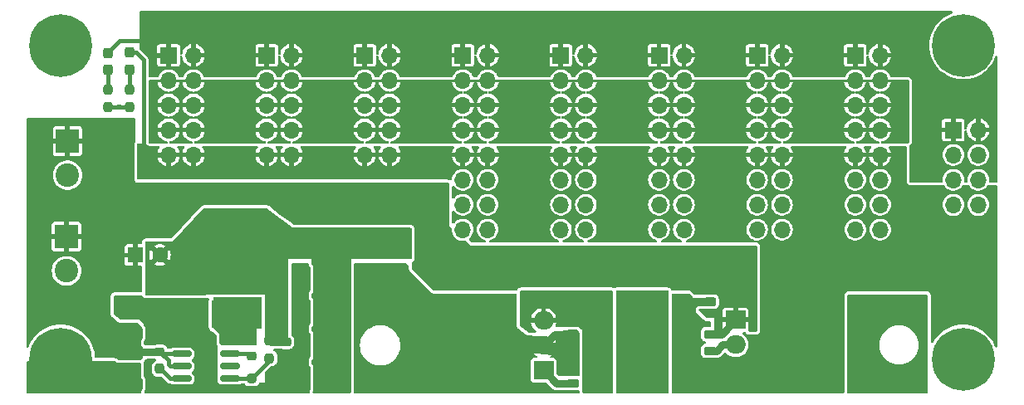
<source format=gbr>
%TF.GenerationSoftware,KiCad,Pcbnew,8.0.0*%
%TF.CreationDate,2024-09-10T09:18:46-07:00*%
%TF.ProjectId,power_v2,706f7765-725f-4763-922e-6b696361645f,rev?*%
%TF.SameCoordinates,Original*%
%TF.FileFunction,Copper,L1,Top*%
%TF.FilePolarity,Positive*%
%FSLAX46Y46*%
G04 Gerber Fmt 4.6, Leading zero omitted, Abs format (unit mm)*
G04 Created by KiCad (PCBNEW 8.0.0) date 2024-09-10 09:18:46*
%MOMM*%
%LPD*%
G01*
G04 APERTURE LIST*
G04 Aperture macros list*
%AMRoundRect*
0 Rectangle with rounded corners*
0 $1 Rounding radius*
0 $2 $3 $4 $5 $6 $7 $8 $9 X,Y pos of 4 corners*
0 Add a 4 corners polygon primitive as box body*
4,1,4,$2,$3,$4,$5,$6,$7,$8,$9,$2,$3,0*
0 Add four circle primitives for the rounded corners*
1,1,$1+$1,$2,$3*
1,1,$1+$1,$4,$5*
1,1,$1+$1,$6,$7*
1,1,$1+$1,$8,$9*
0 Add four rect primitives between the rounded corners*
20,1,$1+$1,$2,$3,$4,$5,0*
20,1,$1+$1,$4,$5,$6,$7,0*
20,1,$1+$1,$6,$7,$8,$9,0*
20,1,$1+$1,$8,$9,$2,$3,0*%
G04 Aperture macros list end*
%TA.AperFunction,SMDPad,CuDef*%
%ADD10RoundRect,0.225000X0.250000X-0.225000X0.250000X0.225000X-0.250000X0.225000X-0.250000X-0.225000X0*%
%TD*%
%TA.AperFunction,ComponentPad*%
%ADD11R,1.700000X1.700000*%
%TD*%
%TA.AperFunction,ComponentPad*%
%ADD12O,1.700000X1.700000*%
%TD*%
%TA.AperFunction,SMDPad,CuDef*%
%ADD13R,4.950000X3.175000*%
%TD*%
%TA.AperFunction,SMDPad,CuDef*%
%ADD14RoundRect,0.250000X0.412500X1.100000X-0.412500X1.100000X-0.412500X-1.100000X0.412500X-1.100000X0*%
%TD*%
%TA.AperFunction,SMDPad,CuDef*%
%ADD15RoundRect,0.237500X-0.237500X0.287500X-0.237500X-0.287500X0.237500X-0.287500X0.237500X0.287500X0*%
%TD*%
%TA.AperFunction,ComponentPad*%
%ADD16R,2.000000X1.905000*%
%TD*%
%TA.AperFunction,ComponentPad*%
%ADD17O,2.000000X1.905000*%
%TD*%
%TA.AperFunction,ComponentPad*%
%ADD18C,6.400000*%
%TD*%
%TA.AperFunction,ComponentPad*%
%ADD19R,1.600000X1.600000*%
%TD*%
%TA.AperFunction,ComponentPad*%
%ADD20C,1.600000*%
%TD*%
%TA.AperFunction,ComponentPad*%
%ADD21R,2.400000X2.400000*%
%TD*%
%TA.AperFunction,ComponentPad*%
%ADD22C,2.400000*%
%TD*%
%TA.AperFunction,SMDPad,CuDef*%
%ADD23RoundRect,0.225000X0.375000X-0.225000X0.375000X0.225000X-0.375000X0.225000X-0.375000X-0.225000X0*%
%TD*%
%TA.AperFunction,SMDPad,CuDef*%
%ADD24RoundRect,0.237500X-0.250000X-0.237500X0.250000X-0.237500X0.250000X0.237500X-0.250000X0.237500X0*%
%TD*%
%TA.AperFunction,SMDPad,CuDef*%
%ADD25RoundRect,0.250000X-1.100000X0.412500X-1.100000X-0.412500X1.100000X-0.412500X1.100000X0.412500X0*%
%TD*%
%TA.AperFunction,SMDPad,CuDef*%
%ADD26RoundRect,0.150000X-0.825000X-0.150000X0.825000X-0.150000X0.825000X0.150000X-0.825000X0.150000X0*%
%TD*%
%TA.AperFunction,HeatsinkPad*%
%ADD27R,2.290000X3.000000*%
%TD*%
%TA.AperFunction,SMDPad,CuDef*%
%ADD28RoundRect,0.237500X0.237500X-0.287500X0.237500X0.287500X-0.237500X0.287500X-0.237500X-0.287500X0*%
%TD*%
%TA.AperFunction,SMDPad,CuDef*%
%ADD29RoundRect,0.237500X-0.237500X0.250000X-0.237500X-0.250000X0.237500X-0.250000X0.237500X0.250000X0*%
%TD*%
%TA.AperFunction,SMDPad,CuDef*%
%ADD30RoundRect,0.237500X0.237500X-0.250000X0.237500X0.250000X-0.237500X0.250000X-0.237500X-0.250000X0*%
%TD*%
%TA.AperFunction,SMDPad,CuDef*%
%ADD31RoundRect,0.250000X1.100000X-0.412500X1.100000X0.412500X-1.100000X0.412500X-1.100000X-0.412500X0*%
%TD*%
%TA.AperFunction,SMDPad,CuDef*%
%ADD32RoundRect,0.225000X-0.375000X0.225000X-0.375000X-0.225000X0.375000X-0.225000X0.375000X0.225000X0*%
%TD*%
%TA.AperFunction,SMDPad,CuDef*%
%ADD33RoundRect,0.225000X0.225000X0.250000X-0.225000X0.250000X-0.225000X-0.250000X0.225000X-0.250000X0*%
%TD*%
%TA.AperFunction,SMDPad,CuDef*%
%ADD34RoundRect,0.225000X-0.250000X0.225000X-0.250000X-0.225000X0.250000X-0.225000X0.250000X0.225000X0*%
%TD*%
%TA.AperFunction,ViaPad*%
%ADD35C,0.600000*%
%TD*%
%TA.AperFunction,Conductor*%
%ADD36C,1.800000*%
%TD*%
%TA.AperFunction,Conductor*%
%ADD37C,0.800000*%
%TD*%
%TA.AperFunction,Conductor*%
%ADD38C,0.400000*%
%TD*%
%TA.AperFunction,Conductor*%
%ADD39C,1.200000*%
%TD*%
G04 APERTURE END LIST*
D10*
%TO.P,C5,1*%
%TO.N,Net-(U1-BOOT)*%
X123500000Y-110675000D03*
%TO.P,C5,2*%
%TO.N,Net-(U1-SW)*%
X123500000Y-109125000D03*
%TD*%
D11*
%TO.P,J7,1,Pin_1*%
%TO.N,-12V*%
X145000000Y-80000000D03*
D12*
%TO.P,J7,2,Pin_2*%
X147540000Y-80000000D03*
%TO.P,J7,3,Pin_3*%
%TO.N,GND*%
X145000000Y-82540000D03*
%TO.P,J7,4,Pin_4*%
X147540000Y-82540000D03*
%TO.P,J7,5,Pin_5*%
X145000000Y-85080000D03*
%TO.P,J7,6,Pin_6*%
X147540000Y-85080000D03*
%TO.P,J7,7,Pin_7*%
X145000000Y-87620000D03*
%TO.P,J7,8,Pin_8*%
X147540000Y-87620000D03*
%TO.P,J7,9,Pin_9*%
%TO.N,+12V*%
X145000000Y-90160000D03*
%TO.P,J7,10,Pin_10*%
X147540000Y-90160000D03*
%TO.P,J7,11,Pin_11*%
%TO.N,unconnected-(J7-Pin_11-Pad11)*%
X145000000Y-92700000D03*
%TO.P,J7,12,Pin_12*%
%TO.N,unconnected-(J7-Pin_12-Pad12)*%
X147540000Y-92700000D03*
%TO.P,J7,13,Pin_13*%
%TO.N,unconnected-(J7-Pin_13-Pad13)*%
X145000000Y-95240000D03*
%TO.P,J7,14,Pin_14*%
%TO.N,unconnected-(J7-Pin_14-Pad14)*%
X147540000Y-95240000D03*
%TO.P,J7,15,Pin_15*%
%TO.N,unconnected-(J7-Pin_15-Pad15)*%
X145000000Y-97780000D03*
%TO.P,J7,16,Pin_16*%
%TO.N,unconnected-(J7-Pin_16-Pad16)*%
X147540000Y-97780000D03*
%TD*%
D13*
%TO.P,L3,1,1*%
%TO.N,Net-(U1-SW)*%
X122000000Y-106307500D03*
%TO.P,L3,2,2*%
%TO.N,GND*%
X122000000Y-97292500D03*
%TD*%
D14*
%TO.P,C12,1*%
%TO.N,GND*%
X131962500Y-109600000D03*
%TO.P,C12,2*%
%TO.N,-15V*%
X128837500Y-109600000D03*
%TD*%
D10*
%TO.P,C6,1*%
%TO.N,-15V*%
X127000000Y-110775000D03*
%TO.P,C6,2*%
%TO.N,GND*%
X127000000Y-109225000D03*
%TD*%
D15*
%TO.P,D6,1,K*%
%TO.N,-12V*%
X108800000Y-79747500D03*
%TO.P,D6,2,A*%
%TO.N,Net-(D6-A)*%
X108800000Y-81497500D03*
%TD*%
D16*
%TO.P,U3,1,GND*%
%TO.N,GND*%
X153230000Y-112140000D03*
D17*
%TO.P,U3,2,VI*%
%TO.N,-15V*%
X153230000Y-109600000D03*
%TO.P,U3,3,VO*%
%TO.N,-12V*%
X153230000Y-107060000D03*
%TD*%
D18*
%TO.P,H1,1*%
%TO.N,GND*%
X104000000Y-79000000D03*
%TD*%
D19*
%TO.P,C3,1*%
%TO.N,+15V*%
X111617621Y-100400000D03*
D20*
%TO.P,C3,2*%
%TO.N,GND*%
X114117621Y-100400000D03*
%TD*%
D21*
%TO.P,J4,1,Pin_1*%
%TO.N,+15V*%
X104600000Y-98500000D03*
D22*
%TO.P,J4,2,Pin_2*%
%TO.N,GND*%
X104600000Y-102000000D03*
%TD*%
D18*
%TO.P,H4,1*%
%TO.N,GND*%
X196000000Y-111000000D03*
%TD*%
D11*
%TO.P,J9,1,Pin_1*%
%TO.N,-12V*%
X155000000Y-80000000D03*
D12*
%TO.P,J9,2,Pin_2*%
X157540000Y-80000000D03*
%TO.P,J9,3,Pin_3*%
%TO.N,GND*%
X155000000Y-82540000D03*
%TO.P,J9,4,Pin_4*%
X157540000Y-82540000D03*
%TO.P,J9,5,Pin_5*%
X155000000Y-85080000D03*
%TO.P,J9,6,Pin_6*%
X157540000Y-85080000D03*
%TO.P,J9,7,Pin_7*%
X155000000Y-87620000D03*
%TO.P,J9,8,Pin_8*%
X157540000Y-87620000D03*
%TO.P,J9,9,Pin_9*%
%TO.N,+12V*%
X155000000Y-90160000D03*
%TO.P,J9,10,Pin_10*%
X157540000Y-90160000D03*
%TO.P,J9,11,Pin_11*%
%TO.N,unconnected-(J9-Pin_11-Pad11)*%
X155000000Y-92700000D03*
%TO.P,J9,12,Pin_12*%
%TO.N,unconnected-(J9-Pin_12-Pad12)*%
X157540000Y-92700000D03*
%TO.P,J9,13,Pin_13*%
%TO.N,unconnected-(J9-Pin_13-Pad13)*%
X155000000Y-95240000D03*
%TO.P,J9,14,Pin_14*%
%TO.N,unconnected-(J9-Pin_14-Pad14)*%
X157540000Y-95240000D03*
%TO.P,J9,15,Pin_15*%
%TO.N,unconnected-(J9-Pin_15-Pad15)*%
X155000000Y-97780000D03*
%TO.P,J9,16,Pin_16*%
%TO.N,unconnected-(J9-Pin_16-Pad16)*%
X157540000Y-97780000D03*
%TD*%
D23*
%TO.P,D3,1,K*%
%TO.N,+15V*%
X170200000Y-108450000D03*
%TO.P,D3,2,A*%
%TO.N,+12V*%
X170200000Y-105150000D03*
%TD*%
D14*
%TO.P,C18,1*%
%TO.N,GND*%
X162162500Y-112800000D03*
%TO.P,C18,2*%
%TO.N,-12V*%
X159037500Y-112800000D03*
%TD*%
D24*
%TO.P,R4,1*%
%TO.N,Net-(U1-FB)*%
X123487500Y-113000000D03*
%TO.P,R4,2*%
%TO.N,-15V*%
X125312500Y-113000000D03*
%TD*%
D25*
%TO.P,C7,1*%
%TO.N,+15V*%
X133200000Y-96637500D03*
%TO.P,C7,2*%
%TO.N,GND*%
X133200000Y-99762500D03*
%TD*%
D11*
%TO.P,J11,1,Pin_1*%
%TO.N,-12V*%
X165000000Y-80000000D03*
D12*
%TO.P,J11,2,Pin_2*%
X167540000Y-80000000D03*
%TO.P,J11,3,Pin_3*%
%TO.N,GND*%
X165000000Y-82540000D03*
%TO.P,J11,4,Pin_4*%
X167540000Y-82540000D03*
%TO.P,J11,5,Pin_5*%
X165000000Y-85080000D03*
%TO.P,J11,6,Pin_6*%
X167540000Y-85080000D03*
%TO.P,J11,7,Pin_7*%
X165000000Y-87620000D03*
%TO.P,J11,8,Pin_8*%
X167540000Y-87620000D03*
%TO.P,J11,9,Pin_9*%
%TO.N,+12V*%
X165000000Y-90160000D03*
%TO.P,J11,10,Pin_10*%
X167540000Y-90160000D03*
%TO.P,J11,11,Pin_11*%
%TO.N,unconnected-(J11-Pin_11-Pad11)*%
X165000000Y-92700000D03*
%TO.P,J11,12,Pin_12*%
%TO.N,unconnected-(J11-Pin_12-Pad12)*%
X167540000Y-92700000D03*
%TO.P,J11,13,Pin_13*%
%TO.N,unconnected-(J11-Pin_13-Pad13)*%
X165000000Y-95240000D03*
%TO.P,J11,14,Pin_14*%
%TO.N,unconnected-(J11-Pin_14-Pad14)*%
X167540000Y-95240000D03*
%TO.P,J11,15,Pin_15*%
%TO.N,unconnected-(J11-Pin_15-Pad15)*%
X165000000Y-97780000D03*
%TO.P,J11,16,Pin_16*%
%TO.N,unconnected-(J11-Pin_16-Pad16)*%
X167540000Y-97780000D03*
%TD*%
D14*
%TO.P,C13,1*%
%TO.N,GND*%
X131962500Y-113000000D03*
%TO.P,C13,2*%
%TO.N,-15V*%
X128837500Y-113000000D03*
%TD*%
D26*
%TO.P,U1,1,GND*%
%TO.N,-15V*%
X116325000Y-109195000D03*
%TO.P,U1,2,EN*%
%TO.N,+15V*%
X116325000Y-110465000D03*
%TO.P,U1,3,VIN*%
X116325000Y-111735000D03*
%TO.P,U1,4,RT/SYNC*%
%TO.N,Net-(U1-RT{slash}SYNC)*%
X116325000Y-113005000D03*
%TO.P,U1,5,FB*%
%TO.N,Net-(U1-FB)*%
X121275000Y-113005000D03*
%TO.P,U1,6,PG*%
%TO.N,unconnected-(U1-PG-Pad6)*%
X121275000Y-111735000D03*
%TO.P,U1,7,BOOT*%
%TO.N,Net-(U1-BOOT)*%
X121275000Y-110465000D03*
%TO.P,U1,8,SW*%
%TO.N,Net-(U1-SW)*%
X121275000Y-109195000D03*
D27*
%TO.P,U1,9,EP*%
%TO.N,-15V*%
X118800000Y-111100000D03*
%TD*%
D25*
%TO.P,C4,1*%
%TO.N,+15V*%
X111000000Y-110437500D03*
%TO.P,C4,2*%
%TO.N,GND*%
X111000000Y-113562500D03*
%TD*%
D28*
%TO.P,D1,1,K*%
%TO.N,Net-(D1-K)*%
X111000000Y-81475000D03*
%TO.P,D1,2,A*%
%TO.N,+12V*%
X111000000Y-79725000D03*
%TD*%
D23*
%TO.P,D2,1,K*%
%TO.N,GND*%
X156200000Y-113450000D03*
%TO.P,D2,2,A*%
%TO.N,-15V*%
X156200000Y-110150000D03*
%TD*%
D14*
%TO.P,C20,1*%
%TO.N,GND*%
X162162500Y-105800000D03*
%TO.P,C20,2*%
%TO.N,-12V*%
X159037500Y-105800000D03*
%TD*%
D11*
%TO.P,J10,1,Pin_1*%
%TO.N,-12V*%
X125000000Y-80000000D03*
D12*
%TO.P,J10,2,Pin_2*%
X127540000Y-80000000D03*
%TO.P,J10,3,Pin_3*%
%TO.N,GND*%
X125000000Y-82540000D03*
%TO.P,J10,4,Pin_4*%
X127540000Y-82540000D03*
%TO.P,J10,5,Pin_5*%
X125000000Y-85080000D03*
%TO.P,J10,6,Pin_6*%
X127540000Y-85080000D03*
%TO.P,J10,7,Pin_7*%
X125000000Y-87620000D03*
%TO.P,J10,8,Pin_8*%
X127540000Y-87620000D03*
%TO.P,J10,9,Pin_9*%
%TO.N,+12V*%
X125000000Y-90160000D03*
%TO.P,J10,10,Pin_10*%
X127540000Y-90160000D03*
%TD*%
D23*
%TO.P,D5,1,K*%
%TO.N,+12V*%
X170200000Y-113450000D03*
%TO.P,D5,2,A*%
%TO.N,GND*%
X170200000Y-110150000D03*
%TD*%
D11*
%TO.P,J12,1,Pin_1*%
%TO.N,-12V*%
X115000000Y-80000000D03*
D12*
%TO.P,J12,2,Pin_2*%
X117540000Y-80000000D03*
%TO.P,J12,3,Pin_3*%
%TO.N,GND*%
X115000000Y-82540000D03*
%TO.P,J12,4,Pin_4*%
X117540000Y-82540000D03*
%TO.P,J12,5,Pin_5*%
X115000000Y-85080000D03*
%TO.P,J12,6,Pin_6*%
X117540000Y-85080000D03*
%TO.P,J12,7,Pin_7*%
X115000000Y-87620000D03*
%TO.P,J12,8,Pin_8*%
X117540000Y-87620000D03*
%TO.P,J12,9,Pin_9*%
%TO.N,+12V*%
X115000000Y-90160000D03*
%TO.P,J12,10,Pin_10*%
X117540000Y-90160000D03*
%TD*%
D29*
%TO.P,R5,1*%
%TO.N,Net-(D1-K)*%
X111000000Y-83487500D03*
%TO.P,R5,2*%
%TO.N,GND*%
X111000000Y-85312500D03*
%TD*%
D11*
%TO.P,J8,1,Pin_1*%
%TO.N,-12V*%
X195000000Y-87620000D03*
D12*
%TO.P,J8,2,Pin_2*%
X197540000Y-87620000D03*
%TO.P,J8,3,Pin_3*%
%TO.N,GND*%
X195000000Y-90160000D03*
%TO.P,J8,4,Pin_4*%
X197540000Y-90160000D03*
%TO.P,J8,5,Pin_5*%
X195000000Y-92700000D03*
%TO.P,J8,6,Pin_6*%
X197540000Y-92700000D03*
%TO.P,J8,7,Pin_7*%
X195000000Y-95240000D03*
%TO.P,J8,8,Pin_8*%
X197540000Y-95240000D03*
%TO.P,J8,9,Pin_9*%
%TO.N,+12V*%
X195000000Y-97780000D03*
%TO.P,J8,10,Pin_10*%
X197540000Y-97780000D03*
%TD*%
D30*
%TO.P,R3,1*%
%TO.N,Net-(U1-FB)*%
X125287500Y-110912500D03*
%TO.P,R3,2*%
%TO.N,GND*%
X125287500Y-109087500D03*
%TD*%
D31*
%TO.P,C1,1*%
%TO.N,+15V*%
X111000000Y-108362500D03*
%TO.P,C1,2*%
%TO.N,-15V*%
X111000000Y-105237500D03*
%TD*%
D16*
%TO.P,U2,1,VI*%
%TO.N,+15V*%
X172800000Y-107000000D03*
D17*
%TO.P,U2,2,GND*%
%TO.N,GND*%
X172800000Y-109540000D03*
%TO.P,U2,3,VO*%
%TO.N,+12V*%
X172800000Y-112080000D03*
%TD*%
D21*
%TO.P,J5,1,Pin_1*%
%TO.N,+15V*%
X104700000Y-88750000D03*
D22*
%TO.P,J5,2,Pin_2*%
%TO.N,GND*%
X104700000Y-92250000D03*
%TD*%
D29*
%TO.P,R6,1*%
%TO.N,Net-(D6-A)*%
X108800000Y-83487500D03*
%TO.P,R6,2*%
%TO.N,GND*%
X108800000Y-85312500D03*
%TD*%
D18*
%TO.P,H3,1*%
%TO.N,GND*%
X196000000Y-79000000D03*
%TD*%
D32*
%TO.P,D4,1,K*%
%TO.N,-12V*%
X156177500Y-105150000D03*
%TO.P,D4,2,A*%
%TO.N,-15V*%
X156177500Y-108450000D03*
%TD*%
D14*
%TO.P,C17,1*%
%TO.N,+12V*%
X167562500Y-105800000D03*
%TO.P,C17,2*%
%TO.N,GND*%
X164437500Y-105800000D03*
%TD*%
D33*
%TO.P,C15,1*%
%TO.N,+12V*%
X166775000Y-109200000D03*
%TO.P,C15,2*%
%TO.N,GND*%
X165225000Y-109200000D03*
%TD*%
D25*
%TO.P,C11,1*%
%TO.N,+15V*%
X136800000Y-96637500D03*
%TO.P,C11,2*%
%TO.N,GND*%
X136800000Y-99762500D03*
%TD*%
D14*
%TO.P,C19,1*%
%TO.N,+12V*%
X167762500Y-112800000D03*
%TO.P,C19,2*%
%TO.N,GND*%
X164637500Y-112800000D03*
%TD*%
D33*
%TO.P,C16,1*%
%TO.N,GND*%
X161175000Y-109400000D03*
%TO.P,C16,2*%
%TO.N,-12V*%
X159625000Y-109400000D03*
%TD*%
D14*
%TO.P,C10,1*%
%TO.N,GND*%
X131962500Y-106200000D03*
%TO.P,C10,2*%
%TO.N,-15V*%
X128837500Y-106200000D03*
%TD*%
D11*
%TO.P,J15,1,Pin_1*%
%TO.N,-12V*%
X185000000Y-80000000D03*
D12*
%TO.P,J15,2,Pin_2*%
X187540000Y-80000000D03*
%TO.P,J15,3,Pin_3*%
%TO.N,GND*%
X185000000Y-82540000D03*
%TO.P,J15,4,Pin_4*%
X187540000Y-82540000D03*
%TO.P,J15,5,Pin_5*%
X185000000Y-85080000D03*
%TO.P,J15,6,Pin_6*%
X187540000Y-85080000D03*
%TO.P,J15,7,Pin_7*%
X185000000Y-87620000D03*
%TO.P,J15,8,Pin_8*%
X187540000Y-87620000D03*
%TO.P,J15,9,Pin_9*%
%TO.N,+12V*%
X185000000Y-90160000D03*
%TO.P,J15,10,Pin_10*%
X187540000Y-90160000D03*
%TO.P,J15,11,Pin_11*%
%TO.N,unconnected-(J15-Pin_11-Pad11)*%
X185000000Y-92700000D03*
%TO.P,J15,12,Pin_12*%
%TO.N,unconnected-(J15-Pin_12-Pad12)*%
X187540000Y-92700000D03*
%TO.P,J15,13,Pin_13*%
%TO.N,unconnected-(J15-Pin_13-Pad13)*%
X185000000Y-95240000D03*
%TO.P,J15,14,Pin_14*%
%TO.N,unconnected-(J15-Pin_14-Pad14)*%
X187540000Y-95240000D03*
%TO.P,J15,15,Pin_15*%
%TO.N,unconnected-(J15-Pin_15-Pad15)*%
X185000000Y-97780000D03*
%TO.P,J15,16,Pin_16*%
%TO.N,unconnected-(J15-Pin_16-Pad16)*%
X187540000Y-97780000D03*
%TD*%
D25*
%TO.P,C9,1*%
%TO.N,+15V*%
X129600000Y-96637500D03*
%TO.P,C9,2*%
%TO.N,GND*%
X129600000Y-99762500D03*
%TD*%
D14*
%TO.P,C8,1*%
%TO.N,GND*%
X131962500Y-102800000D03*
%TO.P,C8,2*%
%TO.N,-15V*%
X128837500Y-102800000D03*
%TD*%
D11*
%TO.P,J13,1,Pin_1*%
%TO.N,-12V*%
X175000000Y-80000000D03*
D12*
%TO.P,J13,2,Pin_2*%
X177540000Y-80000000D03*
%TO.P,J13,3,Pin_3*%
%TO.N,GND*%
X175000000Y-82540000D03*
%TO.P,J13,4,Pin_4*%
X177540000Y-82540000D03*
%TO.P,J13,5,Pin_5*%
X175000000Y-85080000D03*
%TO.P,J13,6,Pin_6*%
X177540000Y-85080000D03*
%TO.P,J13,7,Pin_7*%
X175000000Y-87620000D03*
%TO.P,J13,8,Pin_8*%
X177540000Y-87620000D03*
%TO.P,J13,9,Pin_9*%
%TO.N,+12V*%
X175000000Y-90160000D03*
%TO.P,J13,10,Pin_10*%
X177540000Y-90160000D03*
%TO.P,J13,11,Pin_11*%
%TO.N,unconnected-(J13-Pin_11-Pad11)*%
X175000000Y-92700000D03*
%TO.P,J13,12,Pin_12*%
%TO.N,unconnected-(J13-Pin_12-Pad12)*%
X177540000Y-92700000D03*
%TO.P,J13,13,Pin_13*%
%TO.N,unconnected-(J13-Pin_13-Pad13)*%
X175000000Y-95240000D03*
%TO.P,J13,14,Pin_14*%
%TO.N,unconnected-(J13-Pin_14-Pad14)*%
X177540000Y-95240000D03*
%TO.P,J13,15,Pin_15*%
%TO.N,unconnected-(J13-Pin_15-Pad15)*%
X175000000Y-97780000D03*
%TO.P,J13,16,Pin_16*%
%TO.N,unconnected-(J13-Pin_16-Pad16)*%
X177540000Y-97780000D03*
%TD*%
D29*
%TO.P,R2,1*%
%TO.N,Net-(U1-RT{slash}SYNC)*%
X114100000Y-111987500D03*
%TO.P,R2,2*%
%TO.N,-15V*%
X114100000Y-113812500D03*
%TD*%
D18*
%TO.P,H2,1*%
%TO.N,GND*%
X104000000Y-111000000D03*
%TD*%
D34*
%TO.P,C2,1*%
%TO.N,-15V*%
X114100000Y-108725000D03*
%TO.P,C2,2*%
%TO.N,+15V*%
X114100000Y-110275000D03*
%TD*%
D11*
%TO.P,J14,1,Pin_1*%
%TO.N,-12V*%
X135000000Y-80000000D03*
D12*
%TO.P,J14,2,Pin_2*%
X137540000Y-80000000D03*
%TO.P,J14,3,Pin_3*%
%TO.N,GND*%
X135000000Y-82540000D03*
%TO.P,J14,4,Pin_4*%
X137540000Y-82540000D03*
%TO.P,J14,5,Pin_5*%
X135000000Y-85080000D03*
%TO.P,J14,6,Pin_6*%
X137540000Y-85080000D03*
%TO.P,J14,7,Pin_7*%
X135000000Y-87620000D03*
%TO.P,J14,8,Pin_8*%
X137540000Y-87620000D03*
%TO.P,J14,9,Pin_9*%
%TO.N,+12V*%
X135000000Y-90160000D03*
%TO.P,J14,10,Pin_10*%
X137540000Y-90160000D03*
%TD*%
D35*
%TO.N,-12V*%
X157600000Y-105800000D03*
X153600000Y-105000000D03*
X152600000Y-105000000D03*
X154600000Y-105000000D03*
X157600000Y-105000000D03*
%TO.N,-15V*%
X118200000Y-110200000D03*
X115600000Y-106400000D03*
X118200000Y-114200000D03*
X137000000Y-107000000D03*
X118200000Y-112200000D03*
X139400000Y-111000000D03*
X119400000Y-113200000D03*
X140600000Y-106000000D03*
X135800000Y-106000000D03*
X113200000Y-105400000D03*
X134400000Y-114000000D03*
X126400000Y-112000000D03*
X118200000Y-109200000D03*
X135800000Y-105000000D03*
X116800000Y-106400000D03*
X119400000Y-112200000D03*
X140600000Y-110000000D03*
X140600000Y-108000000D03*
X137000000Y-105000000D03*
X140600000Y-112000000D03*
X140600000Y-113000000D03*
X137000000Y-113000000D03*
X127600000Y-112000000D03*
X116800000Y-107400000D03*
X134400000Y-113000000D03*
X140600000Y-107000000D03*
X119400000Y-111200000D03*
X140600000Y-114000000D03*
X118200000Y-113200000D03*
X134600000Y-105000000D03*
X139400000Y-113000000D03*
X113200000Y-106400000D03*
X119400000Y-109200000D03*
X139400000Y-107000000D03*
X134400000Y-112000000D03*
X137000000Y-112000000D03*
X118200000Y-108200000D03*
X119400000Y-110200000D03*
X126400000Y-113000000D03*
X140600000Y-111000000D03*
X139400000Y-108000000D03*
X137000000Y-106000000D03*
X135800000Y-107000000D03*
X138200000Y-107000000D03*
X139400000Y-112000000D03*
X119400000Y-114200000D03*
X116800000Y-105400000D03*
X138200000Y-114000000D03*
X137000000Y-114000000D03*
X134600000Y-107000000D03*
X127600000Y-113000000D03*
X139400000Y-106000000D03*
X113200000Y-107400000D03*
X115600000Y-105400000D03*
X127600000Y-114000000D03*
X138200000Y-106000000D03*
X135600000Y-113000000D03*
X114400000Y-105400000D03*
X139400000Y-109000000D03*
X135600000Y-112000000D03*
X139400000Y-105000000D03*
X114400000Y-107400000D03*
X115600000Y-107400000D03*
X138200000Y-113000000D03*
X138200000Y-112000000D03*
X114400000Y-106400000D03*
X135600000Y-114000000D03*
X118200000Y-111200000D03*
X126400000Y-114000000D03*
X138200000Y-105000000D03*
X134600000Y-106000000D03*
X140600000Y-105000000D03*
X139400000Y-114000000D03*
X139400000Y-110000000D03*
X140600000Y-109000000D03*
%TO.N,GND*%
X185100000Y-114200000D03*
X186100000Y-109900000D03*
X187200000Y-114200000D03*
X124000000Y-99400000D03*
X109000000Y-112400000D03*
X121000000Y-100200000D03*
X189400000Y-104800000D03*
X186100000Y-105800000D03*
X111600000Y-112400000D03*
X119000000Y-98600000D03*
X186100000Y-114200000D03*
X120000000Y-99400000D03*
X162600000Y-108200000D03*
X186100000Y-106800000D03*
X187200000Y-105800000D03*
X185100000Y-105800000D03*
X190500000Y-114200000D03*
X122000000Y-99400000D03*
X125800000Y-96600000D03*
X126600000Y-100200000D03*
X186100000Y-108900000D03*
X163800000Y-110200000D03*
X119000000Y-96200000D03*
X109000000Y-113200000D03*
X185100000Y-104800000D03*
X186100000Y-111000000D03*
X163800000Y-108200000D03*
X118200000Y-99800000D03*
X122000000Y-100200000D03*
X189400000Y-114200000D03*
X125000000Y-99400000D03*
X119000000Y-100200000D03*
X163400000Y-113800000D03*
X188300000Y-112200000D03*
X126600000Y-97800000D03*
X188300000Y-105800000D03*
X163400000Y-111800000D03*
X125800000Y-97400000D03*
X190500000Y-112200000D03*
X185100000Y-107900000D03*
X186100000Y-104800000D03*
X191600000Y-112200000D03*
X185100000Y-113200000D03*
X162600000Y-110200000D03*
X189400000Y-112200000D03*
X121000000Y-99400000D03*
X125000000Y-98600000D03*
X187200000Y-107900000D03*
X163300000Y-104800000D03*
X163400000Y-112800000D03*
X188300000Y-104800000D03*
X189400000Y-113200000D03*
X163300000Y-105800000D03*
X125000000Y-100200000D03*
X118200000Y-98200000D03*
X119000000Y-97000000D03*
X187200000Y-104800000D03*
X110800000Y-112400000D03*
X127800000Y-99800000D03*
X185100000Y-111000000D03*
X125000000Y-97800000D03*
X188300000Y-114200000D03*
X190500000Y-106800000D03*
X124000000Y-100200000D03*
X185100000Y-108900000D03*
X118200000Y-99000000D03*
X188300000Y-113200000D03*
X185100000Y-106800000D03*
X187200000Y-112200000D03*
X123000000Y-100200000D03*
X119000000Y-99400000D03*
X190500000Y-105800000D03*
X123000000Y-99400000D03*
X190500000Y-113200000D03*
X131400000Y-99800000D03*
X119000000Y-97800000D03*
X109000000Y-114000000D03*
X187200000Y-113200000D03*
X135000000Y-99800000D03*
X191600000Y-114200000D03*
X189400000Y-105800000D03*
X138800000Y-99800000D03*
X186100000Y-112200000D03*
X126600000Y-98600000D03*
X191600000Y-106800000D03*
X187200000Y-106800000D03*
X191600000Y-104800000D03*
X110000000Y-85312500D03*
X120000000Y-100200000D03*
X118200000Y-96600000D03*
X131962500Y-101000000D03*
X189400000Y-106800000D03*
X126600000Y-99400000D03*
X191600000Y-105800000D03*
X125000000Y-97000000D03*
X190500000Y-104800000D03*
X110000000Y-112400000D03*
X186100000Y-107900000D03*
X163300000Y-106800000D03*
X186100000Y-113200000D03*
X125000000Y-96200000D03*
X125800000Y-99800000D03*
X163800000Y-109200000D03*
X191600000Y-113200000D03*
X185100000Y-112200000D03*
X188300000Y-106800000D03*
X187200000Y-111000000D03*
X125800000Y-99000000D03*
X125800000Y-98200000D03*
X185100000Y-109900000D03*
X118200000Y-97400000D03*
X162600000Y-109200000D03*
%TD*%
D36*
%TO.N,-15V*%
X153130000Y-109500000D02*
X151500000Y-109500000D01*
D37*
X156200000Y-110150000D02*
X153780000Y-110150000D01*
X156177500Y-108450000D02*
X154380000Y-108450000D01*
X153780000Y-110150000D02*
X153230000Y-109600000D01*
X154380000Y-108450000D02*
X153230000Y-109600000D01*
D38*
%TO.N,+15V*%
X114290000Y-110465000D02*
X114100000Y-110275000D01*
D39*
X111000000Y-108362500D02*
X111000000Y-110437500D01*
D38*
X116325000Y-110465000D02*
X114290000Y-110465000D01*
X114975000Y-111575000D02*
X114975000Y-111150000D01*
X115135000Y-111735000D02*
X114975000Y-111575000D01*
D37*
X111000000Y-110437500D02*
X111662500Y-110437500D01*
X171350000Y-108450000D02*
X172800000Y-107000000D01*
X112600000Y-110300000D02*
X112625000Y-110275000D01*
X170200000Y-108450000D02*
X171350000Y-108450000D01*
X111800000Y-110300000D02*
X112600000Y-110300000D01*
X112625000Y-110275000D02*
X114100000Y-110275000D01*
D38*
X114975000Y-111150000D02*
X114100000Y-110275000D01*
X116325000Y-111735000D02*
X115135000Y-111735000D01*
D37*
X111662500Y-110437500D02*
X111800000Y-110300000D01*
D38*
%TO.N,Net-(U1-BOOT)*%
X123290000Y-110465000D02*
X123500000Y-110675000D01*
X121275000Y-110465000D02*
X123290000Y-110465000D01*
D37*
%TO.N,GND*%
X171460000Y-109540000D02*
X172800000Y-109540000D01*
D38*
X111000000Y-85312500D02*
X110000000Y-85312500D01*
D39*
X131962500Y-104600000D02*
X131962500Y-101000000D01*
X138762500Y-99762500D02*
X138800000Y-99800000D01*
X133200000Y-99762500D02*
X131437500Y-99762500D01*
D37*
X156200000Y-113450000D02*
X154540000Y-113450000D01*
D39*
X136800000Y-99762500D02*
X138762500Y-99762500D01*
D37*
X170200000Y-110150000D02*
X170850000Y-110150000D01*
D39*
X134962500Y-99762500D02*
X135000000Y-99800000D01*
X131962500Y-102800000D02*
X131962500Y-101000000D01*
D37*
X125287500Y-109087500D02*
X125400000Y-108975000D01*
X127000000Y-109225000D02*
X125425000Y-109225000D01*
D39*
X131437500Y-99762500D02*
X131400000Y-99800000D01*
D37*
X125400000Y-108975000D02*
X125400000Y-108000000D01*
D39*
X131962500Y-108000000D02*
X131962500Y-104600000D01*
X133200000Y-99762500D02*
X134962500Y-99762500D01*
X131962500Y-106200000D02*
X131962500Y-104600000D01*
D37*
X154540000Y-113450000D02*
X153230000Y-112140000D01*
D39*
X131962500Y-109600000D02*
X131962500Y-108000000D01*
D38*
X108800000Y-85312500D02*
X110000000Y-85312500D01*
D39*
X131962500Y-101000000D02*
X133200000Y-99762500D01*
X131962500Y-111400000D02*
X131962500Y-108000000D01*
X131962500Y-113000000D02*
X131962500Y-111400000D01*
D37*
X170850000Y-110150000D02*
X171460000Y-109540000D01*
X125425000Y-109225000D02*
X125287500Y-109087500D01*
%TO.N,+12V*%
X168212500Y-105150000D02*
X167562500Y-105800000D01*
D38*
X112500000Y-80500000D02*
X112500000Y-89500000D01*
D37*
X170200000Y-105150000D02*
X168212500Y-105150000D01*
X170200000Y-113450000D02*
X171430000Y-113450000D01*
X171430000Y-113450000D02*
X172800000Y-112080000D01*
D38*
X112500000Y-89500000D02*
X113160000Y-90160000D01*
X111000000Y-79725000D02*
X111725000Y-79725000D01*
X111725000Y-79725000D02*
X112500000Y-80500000D01*
X113160000Y-90160000D02*
X115000000Y-90160000D01*
%TO.N,-12V*%
X112000000Y-78500000D02*
X113500000Y-80000000D01*
X110000000Y-78500000D02*
X112000000Y-78500000D01*
X108800000Y-79747500D02*
X108800000Y-79700000D01*
X108800000Y-79700000D02*
X110000000Y-78500000D01*
X113500000Y-80000000D02*
X115000000Y-80000000D01*
%TO.N,Net-(U1-RT{slash}SYNC)*%
X114187500Y-111987500D02*
X115205000Y-113005000D01*
X114100000Y-111987500D02*
X114187500Y-111987500D01*
X115205000Y-113005000D02*
X116325000Y-113005000D01*
%TO.N,Net-(U1-FB)*%
X121280000Y-113000000D02*
X121275000Y-113005000D01*
X125287500Y-111200000D02*
X123487500Y-113000000D01*
X123487500Y-113000000D02*
X121280000Y-113000000D01*
X125287500Y-110912500D02*
X125287500Y-111200000D01*
%TO.N,Net-(D1-K)*%
X111000000Y-81475000D02*
X111000000Y-83487500D01*
%TO.N,Net-(D6-A)*%
X108800000Y-83487500D02*
X108800000Y-81497500D01*
%TD*%
%TA.AperFunction,Conductor*%
%TO.N,+12V*%
G36*
X194484981Y-96274298D02*
G01*
X194683802Y-96351321D01*
X194893390Y-96390500D01*
X194893392Y-96390500D01*
X195106608Y-96390500D01*
X195106610Y-96390500D01*
X195316198Y-96351321D01*
X195515019Y-96274298D01*
X195635014Y-96200000D01*
X196904986Y-96200000D01*
X197024981Y-96274298D01*
X197223802Y-96351321D01*
X197433390Y-96390500D01*
X197433392Y-96390500D01*
X197646608Y-96390500D01*
X197646610Y-96390500D01*
X197856198Y-96351321D01*
X198055019Y-96274298D01*
X198175014Y-96200000D01*
X199499500Y-96200000D01*
X199499500Y-109679570D01*
X199479815Y-109746609D01*
X199427011Y-109792364D01*
X199357853Y-109802308D01*
X199294297Y-109773283D01*
X199259736Y-109724008D01*
X199242678Y-109679570D01*
X199202255Y-109574264D01*
X199035682Y-109247348D01*
X199035679Y-109247343D01*
X198835852Y-108939635D01*
X198654872Y-108716144D01*
X198604949Y-108654494D01*
X198345506Y-108395051D01*
X198262172Y-108327568D01*
X198060364Y-108164147D01*
X197752656Y-107964320D01*
X197425739Y-107797746D01*
X197083206Y-107666260D01*
X197083199Y-107666258D01*
X196728794Y-107571295D01*
X196728790Y-107571294D01*
X196728789Y-107571294D01*
X196366405Y-107513898D01*
X196000001Y-107494696D01*
X195999999Y-107494696D01*
X195633594Y-107513898D01*
X195271211Y-107571294D01*
X195271209Y-107571294D01*
X194916793Y-107666260D01*
X194574260Y-107797746D01*
X194247343Y-107964320D01*
X193939635Y-108164147D01*
X193654498Y-108395047D01*
X193654490Y-108395054D01*
X193395054Y-108654490D01*
X193395047Y-108654498D01*
X193164147Y-108939635D01*
X192964318Y-109247345D01*
X192964316Y-109247349D01*
X192939984Y-109295104D01*
X192892010Y-109345899D01*
X192824188Y-109362694D01*
X192758054Y-109340156D01*
X192714603Y-109285441D01*
X192705500Y-109238808D01*
X192705500Y-104524010D01*
X192705500Y-104524000D01*
X192698518Y-104459059D01*
X192687312Y-104407548D01*
X192676354Y-104369342D01*
X192619675Y-104272429D01*
X192573920Y-104219625D01*
X192573918Y-104219623D01*
X192573908Y-104219612D01*
X192529192Y-104177451D01*
X192529189Y-104177449D01*
X192529187Y-104177447D01*
X192429111Y-104126561D01*
X192429110Y-104126560D01*
X192429109Y-104126560D01*
X192362078Y-104106877D01*
X192362072Y-104106876D01*
X192276000Y-104094500D01*
X184324000Y-104094500D01*
X184323991Y-104094500D01*
X184323990Y-104094501D01*
X184259064Y-104101481D01*
X184259052Y-104101483D01*
X184207546Y-104112688D01*
X184169345Y-104123644D01*
X184169341Y-104123646D01*
X184072431Y-104180323D01*
X184072428Y-104180325D01*
X184019623Y-104226081D01*
X184019612Y-104226091D01*
X183977451Y-104270807D01*
X183977445Y-104270816D01*
X183926560Y-104370890D01*
X183906877Y-104437921D01*
X183906876Y-104437928D01*
X183894502Y-104523990D01*
X183894500Y-104524002D01*
X183894500Y-114375500D01*
X183874815Y-114442539D01*
X183822011Y-114488294D01*
X183770500Y-114499500D01*
X166429500Y-114499500D01*
X166362461Y-114479815D01*
X166316706Y-114427011D01*
X166305500Y-114375500D01*
X166305500Y-104429500D01*
X166325185Y-104362461D01*
X166377989Y-104316706D01*
X166429500Y-104305500D01*
X168022096Y-104305500D01*
X168089135Y-104325185D01*
X168109777Y-104341819D01*
X168397160Y-104629202D01*
X168418384Y-104648266D01*
X168421493Y-104651059D01*
X168442174Y-104667724D01*
X168447672Y-104672051D01*
X168447675Y-104672053D01*
X168547751Y-104722939D01*
X168614790Y-104742624D01*
X168700862Y-104755000D01*
X168700865Y-104755000D01*
X169574766Y-104755000D01*
X169574769Y-104755000D01*
X169631812Y-104749627D01*
X169653434Y-104745517D01*
X169677289Y-104740984D01*
X169677294Y-104740982D01*
X169677302Y-104740981D01*
X169732335Y-104725053D01*
X169760034Y-104714129D01*
X169790754Y-104706367D01*
X169794789Y-104705883D01*
X169809557Y-104705000D01*
X170590446Y-104705000D01*
X170605211Y-104705881D01*
X170609244Y-104706366D01*
X170639958Y-104714127D01*
X170667983Y-104725178D01*
X170697419Y-104741730D01*
X170718446Y-104757676D01*
X170742321Y-104781551D01*
X170758267Y-104802578D01*
X170774820Y-104832016D01*
X170785871Y-104860040D01*
X170793628Y-104890718D01*
X170794112Y-104894741D01*
X170795000Y-104909552D01*
X170795000Y-105390446D01*
X170794112Y-105405257D01*
X170793628Y-105409280D01*
X170785871Y-105439958D01*
X170774820Y-105467982D01*
X170758269Y-105497417D01*
X170742324Y-105518444D01*
X170718444Y-105542324D01*
X170697417Y-105558269D01*
X170667982Y-105574820D01*
X170639958Y-105585871D01*
X170609284Y-105593628D01*
X170607354Y-105593860D01*
X170605253Y-105594112D01*
X170590447Y-105595000D01*
X169809557Y-105595000D01*
X169794747Y-105594112D01*
X169793887Y-105594008D01*
X169790713Y-105593627D01*
X169760040Y-105585871D01*
X169732340Y-105574948D01*
X169677289Y-105559015D01*
X169631820Y-105550374D01*
X169631810Y-105550372D01*
X169574770Y-105545000D01*
X169574769Y-105545000D01*
X169149862Y-105545000D01*
X169149858Y-105545000D01*
X169143630Y-105545111D01*
X169138956Y-105545195D01*
X169137938Y-105545231D01*
X169130115Y-105545510D01*
X169130103Y-105545512D01*
X169034255Y-105564577D01*
X169034254Y-105564577D01*
X168968790Y-105588994D01*
X168913641Y-105616166D01*
X168830989Y-105692150D01*
X168830986Y-105692154D01*
X168789110Y-105748093D01*
X168757410Y-105800762D01*
X168757408Y-105800768D01*
X168728958Y-105909375D01*
X168728957Y-105909381D01*
X168723974Y-105979056D01*
X168723974Y-105979076D01*
X168725781Y-106040518D01*
X168729848Y-106053001D01*
X168760563Y-106147265D01*
X168760566Y-106147273D01*
X168794051Y-106208595D01*
X168846151Y-106278191D01*
X168846169Y-106278212D01*
X169547646Y-106979688D01*
X169547660Y-106979702D01*
X169568884Y-106998766D01*
X169571993Y-107001559D01*
X169592674Y-107018224D01*
X169598172Y-107022551D01*
X169598175Y-107022553D01*
X169698251Y-107073439D01*
X169765290Y-107093124D01*
X169851362Y-107105500D01*
X170170500Y-107105500D01*
X170237539Y-107125185D01*
X170283294Y-107177989D01*
X170294500Y-107229500D01*
X170294500Y-107575500D01*
X170274815Y-107642539D01*
X170222011Y-107688294D01*
X170170500Y-107699500D01*
X169783856Y-107699500D01*
X169745841Y-107704065D01*
X169699411Y-107709640D01*
X169565023Y-107762636D01*
X169449921Y-107849921D01*
X169362636Y-107965023D01*
X169309640Y-108099411D01*
X169304065Y-108145841D01*
X169299500Y-108183856D01*
X169299500Y-108716144D01*
X169304825Y-108760494D01*
X169309640Y-108800588D01*
X169362636Y-108934976D01*
X169449921Y-109050078D01*
X169565026Y-109137365D01*
X169684921Y-109184646D01*
X169740065Y-109227552D01*
X169763258Y-109293459D01*
X169747137Y-109361444D01*
X169696820Y-109409920D01*
X169684921Y-109415354D01*
X169565027Y-109462634D01*
X169565026Y-109462634D01*
X169449921Y-109549921D01*
X169362636Y-109665023D01*
X169309640Y-109799411D01*
X169304065Y-109845841D01*
X169299500Y-109883856D01*
X169299500Y-110416144D01*
X169304825Y-110460494D01*
X169309640Y-110500588D01*
X169362636Y-110634976D01*
X169449921Y-110750078D01*
X169565023Y-110837363D01*
X169565024Y-110837363D01*
X169565025Y-110837364D01*
X169699410Y-110890359D01*
X169783856Y-110900500D01*
X169783862Y-110900500D01*
X170616138Y-110900500D01*
X170616144Y-110900500D01*
X170700590Y-110890359D01*
X170756315Y-110868383D01*
X170779741Y-110859146D01*
X170825231Y-110850500D01*
X170918996Y-110850500D01*
X171010040Y-110832389D01*
X171054328Y-110823580D01*
X171128155Y-110793000D01*
X171181807Y-110770777D01*
X171181808Y-110770776D01*
X171181811Y-110770775D01*
X171296543Y-110694114D01*
X171627893Y-110362762D01*
X171689215Y-110329279D01*
X171758906Y-110334263D01*
X171803254Y-110362764D01*
X171936225Y-110495735D01*
X172095785Y-110611662D01*
X172257604Y-110694113D01*
X172271517Y-110701202D01*
X172365301Y-110731674D01*
X172459088Y-110762147D01*
X172549307Y-110776436D01*
X172653882Y-110793000D01*
X172653887Y-110793000D01*
X172946118Y-110793000D01*
X173040552Y-110778042D01*
X173140912Y-110762147D01*
X173328485Y-110701201D01*
X173504215Y-110611662D01*
X173663775Y-110495735D01*
X173803235Y-110356275D01*
X173919162Y-110196715D01*
X174008701Y-110020985D01*
X174069647Y-109833412D01*
X174086975Y-109724008D01*
X174100500Y-109638618D01*
X174100500Y-109441381D01*
X174077331Y-109295104D01*
X174069647Y-109246588D01*
X174008701Y-109059015D01*
X173919162Y-108883285D01*
X173803235Y-108723725D01*
X173663775Y-108584265D01*
X173663771Y-108584262D01*
X173516574Y-108477317D01*
X173473908Y-108421987D01*
X173467929Y-108352374D01*
X173500535Y-108290579D01*
X173561373Y-108256222D01*
X173589459Y-108252999D01*
X173750545Y-108252999D01*
X173817584Y-108272684D01*
X173857582Y-108314397D01*
X173865287Y-108327571D01*
X173909676Y-108378799D01*
X173911043Y-108380376D01*
X173911053Y-108380387D01*
X173955769Y-108422548D01*
X173955771Y-108422549D01*
X173955775Y-108422553D01*
X174055851Y-108473439D01*
X174122890Y-108493124D01*
X174208962Y-108505500D01*
X174208965Y-108505500D01*
X174875990Y-108505500D01*
X174876000Y-108505500D01*
X174940941Y-108498518D01*
X174992452Y-108487312D01*
X175030658Y-108476354D01*
X175127571Y-108419675D01*
X175180375Y-108373920D01*
X175180382Y-108373912D01*
X175180387Y-108373908D01*
X175222548Y-108329192D01*
X175222553Y-108329187D01*
X175273439Y-108229111D01*
X175293124Y-108162072D01*
X175305500Y-108076000D01*
X175305500Y-99524000D01*
X175298518Y-99459059D01*
X175287312Y-99407548D01*
X175276354Y-99369342D01*
X175219675Y-99272429D01*
X175173920Y-99219625D01*
X175173918Y-99219623D01*
X175173908Y-99219612D01*
X175153107Y-99200000D01*
X188600000Y-99200000D01*
X192000000Y-96200000D01*
X194364986Y-96200000D01*
X194484981Y-96274298D01*
G37*
%TD.AperFunction*%
%TD*%
%TA.AperFunction,Conductor*%
%TO.N,GND*%
G36*
X109558142Y-111219685D02*
G01*
X109565403Y-111224726D01*
X109608464Y-111256961D01*
X109657668Y-111293795D01*
X109657671Y-111293797D01*
X109792517Y-111344091D01*
X109792516Y-111344091D01*
X109799444Y-111344835D01*
X109852127Y-111350500D01*
X112070500Y-111350499D01*
X112137539Y-111370184D01*
X112183294Y-111422987D01*
X112194500Y-111474499D01*
X112194500Y-112724711D01*
X112194730Y-112736556D01*
X112194731Y-112736576D01*
X112195102Y-112746165D01*
X112195103Y-112746169D01*
X112214803Y-112842860D01*
X112239626Y-112908172D01*
X112281771Y-112984229D01*
X112304774Y-113014564D01*
X112305266Y-113015212D01*
X112321816Y-113044646D01*
X112335389Y-113079065D01*
X112343148Y-113109756D01*
X112344114Y-113117804D01*
X112345000Y-113132591D01*
X112345000Y-113992407D01*
X112344114Y-114007195D01*
X112343438Y-114012823D01*
X112343148Y-114015242D01*
X112335389Y-114045932D01*
X112321817Y-114080349D01*
X112305270Y-114109780D01*
X112300576Y-114115970D01*
X112300571Y-114115977D01*
X112262106Y-114182800D01*
X112262106Y-114182802D01*
X112238183Y-114240053D01*
X112238175Y-114240074D01*
X112222382Y-114289160D01*
X112222381Y-114289164D01*
X112220897Y-114324501D01*
X112218755Y-114375500D01*
X112218536Y-114380705D01*
X112196054Y-114446859D01*
X112141376Y-114490357D01*
X112094645Y-114499500D01*
X100624500Y-114499500D01*
X100557461Y-114479815D01*
X100511706Y-114427011D01*
X100500500Y-114375500D01*
X100500500Y-111324000D01*
X100520185Y-111256961D01*
X100572989Y-111211206D01*
X100624500Y-111200000D01*
X109491103Y-111200000D01*
X109558142Y-111219685D01*
G37*
%TD.AperFunction*%
%TD*%
%TA.AperFunction,Conductor*%
%TO.N,+15V*%
G36*
X143543039Y-93019685D02*
G01*
X143588794Y-93072489D01*
X143600000Y-93124000D01*
X143600000Y-97400000D01*
X143599999Y-97400000D01*
X143621585Y-97419623D01*
X143812279Y-97592981D01*
X143848642Y-97652640D01*
X143852338Y-97696172D01*
X143844571Y-97779997D01*
X143844571Y-97780000D01*
X143864244Y-97992310D01*
X143922596Y-98197392D01*
X143922596Y-98197394D01*
X144017632Y-98388253D01*
X144017634Y-98388255D01*
X144146128Y-98558407D01*
X144303698Y-98702052D01*
X144484981Y-98814298D01*
X144683802Y-98891321D01*
X144893390Y-98930500D01*
X144893392Y-98930500D01*
X145106609Y-98930500D01*
X145106610Y-98930500D01*
X145192783Y-98914391D01*
X145262297Y-98921421D01*
X145298979Y-98944526D01*
X145799998Y-99399999D01*
X145799999Y-99399999D01*
X145800000Y-99400000D01*
X174876000Y-99400000D01*
X174943039Y-99419685D01*
X174988794Y-99472489D01*
X175000000Y-99524000D01*
X175000000Y-108076000D01*
X174980315Y-108143039D01*
X174927511Y-108188794D01*
X174876000Y-108200000D01*
X174208962Y-108200000D01*
X174141923Y-108180315D01*
X174096168Y-108127511D01*
X174086224Y-108058353D01*
X174095528Y-108025913D01*
X174097089Y-108022376D01*
X174097089Y-108022375D01*
X174099999Y-107997294D01*
X174100000Y-107997291D01*
X174100000Y-107250000D01*
X173290748Y-107250000D01*
X173312518Y-107212292D01*
X173350000Y-107072409D01*
X173350000Y-106927591D01*
X173312518Y-106787708D01*
X173290748Y-106750000D01*
X174099999Y-106750000D01*
X174099999Y-106002714D01*
X174099997Y-106002691D01*
X174097091Y-105977630D01*
X174097090Y-105977626D01*
X174051788Y-105875025D01*
X174051785Y-105875020D01*
X173972479Y-105795714D01*
X173972474Y-105795711D01*
X173869876Y-105750410D01*
X173844794Y-105747500D01*
X173050000Y-105747500D01*
X173050000Y-106509252D01*
X173012292Y-106487482D01*
X172872409Y-106450000D01*
X172727591Y-106450000D01*
X172587708Y-106487482D01*
X172550000Y-106509252D01*
X172550000Y-105747500D01*
X171755214Y-105747500D01*
X171755191Y-105747502D01*
X171730130Y-105750408D01*
X171730126Y-105750409D01*
X171627525Y-105795711D01*
X171627520Y-105795714D01*
X171548214Y-105875020D01*
X171548211Y-105875025D01*
X171502910Y-105977622D01*
X171502910Y-105977624D01*
X171500000Y-106002705D01*
X171500000Y-106750000D01*
X172309252Y-106750000D01*
X172287482Y-106787708D01*
X172250000Y-106927591D01*
X172250000Y-107072409D01*
X172287482Y-107212292D01*
X172309252Y-107250000D01*
X171500001Y-107250000D01*
X171500001Y-107997285D01*
X171500002Y-107997308D01*
X171502908Y-108022369D01*
X171504473Y-108025912D01*
X171505030Y-108030165D01*
X171505358Y-108031371D01*
X171505193Y-108031415D01*
X171513545Y-108095190D01*
X171483723Y-108158375D01*
X171424474Y-108195407D01*
X171391039Y-108200000D01*
X170724000Y-108200000D01*
X170656961Y-108180315D01*
X170611206Y-108127511D01*
X170600000Y-108076000D01*
X170600000Y-106800000D01*
X169851362Y-106800000D01*
X169784323Y-106780315D01*
X169763681Y-106763681D01*
X169062181Y-106062181D01*
X169028696Y-106000858D01*
X169033680Y-105931166D01*
X169075552Y-105875233D01*
X169141016Y-105850816D01*
X169149862Y-105850500D01*
X169574769Y-105850500D01*
X169620259Y-105859146D01*
X169660513Y-105875020D01*
X169699410Y-105890359D01*
X169783856Y-105900500D01*
X169783862Y-105900500D01*
X170616138Y-105900500D01*
X170616144Y-105900500D01*
X170700590Y-105890359D01*
X170834975Y-105837364D01*
X170950078Y-105750078D01*
X171037364Y-105634975D01*
X171090359Y-105500590D01*
X171100500Y-105416144D01*
X171100500Y-104883856D01*
X171090359Y-104799410D01*
X171037364Y-104665025D01*
X171037363Y-104665024D01*
X171037363Y-104665023D01*
X170950078Y-104549921D01*
X170834976Y-104462636D01*
X170700588Y-104409640D01*
X170657242Y-104404435D01*
X170616144Y-104399500D01*
X169783856Y-104399500D01*
X169720521Y-104407105D01*
X169699408Y-104409641D01*
X169620259Y-104440854D01*
X169574769Y-104449500D01*
X168700862Y-104449500D01*
X168633823Y-104429815D01*
X168613181Y-104413181D01*
X168200000Y-104000000D01*
X166365413Y-104000000D01*
X166298374Y-103980315D01*
X166258375Y-103938600D01*
X166219679Y-103872436D01*
X166219674Y-103872428D01*
X166218275Y-103870813D01*
X166173920Y-103819625D01*
X166173918Y-103819623D01*
X166173908Y-103819612D01*
X166129192Y-103777451D01*
X166129189Y-103777449D01*
X166129187Y-103777447D01*
X166029111Y-103726561D01*
X166029110Y-103726560D01*
X166029109Y-103726560D01*
X165962078Y-103706877D01*
X165962072Y-103706876D01*
X165876000Y-103694500D01*
X160724000Y-103694500D01*
X160723991Y-103694500D01*
X160723990Y-103694501D01*
X160659064Y-103701481D01*
X160659052Y-103701483D01*
X160607546Y-103712688D01*
X160569345Y-103723644D01*
X160569343Y-103723645D01*
X160510839Y-103757861D01*
X160443032Y-103774713D01*
X160392037Y-103761354D01*
X160385167Y-103757861D01*
X160323611Y-103726561D01*
X160323610Y-103726560D01*
X160323609Y-103726560D01*
X160256578Y-103706877D01*
X160256572Y-103706876D01*
X160170500Y-103694500D01*
X150924000Y-103694500D01*
X150923991Y-103694500D01*
X150923990Y-103694501D01*
X150859064Y-103701481D01*
X150859052Y-103701483D01*
X150807546Y-103712688D01*
X150769345Y-103723644D01*
X150769341Y-103723646D01*
X150672431Y-103780323D01*
X150672428Y-103780325D01*
X150619623Y-103826081D01*
X150619612Y-103826091D01*
X150577451Y-103870807D01*
X150577445Y-103870816D01*
X150564653Y-103895974D01*
X150546231Y-103932203D01*
X150498302Y-103983038D01*
X150435701Y-104000000D01*
X142051362Y-104000000D01*
X141984323Y-103980315D01*
X141963681Y-103963681D01*
X139836319Y-101836319D01*
X139802834Y-101774996D01*
X139800000Y-101748638D01*
X139800000Y-101165413D01*
X139819685Y-101098374D01*
X139861400Y-101058375D01*
X139880649Y-101047116D01*
X139927571Y-101019675D01*
X139980375Y-100973920D01*
X139980382Y-100973912D01*
X139980387Y-100973908D01*
X140022548Y-100929192D01*
X140022553Y-100929187D01*
X140073439Y-100829111D01*
X140093124Y-100762072D01*
X140105500Y-100676000D01*
X140105500Y-97724000D01*
X140098518Y-97659059D01*
X140087312Y-97607548D01*
X140076354Y-97569342D01*
X140019675Y-97472429D01*
X139973920Y-97419625D01*
X139973918Y-97419623D01*
X139973908Y-97419612D01*
X139929192Y-97377451D01*
X139929189Y-97377449D01*
X139929187Y-97377447D01*
X139829111Y-97326561D01*
X139829110Y-97326560D01*
X139829109Y-97326560D01*
X139762078Y-97306877D01*
X139762072Y-97306876D01*
X139676000Y-97294500D01*
X139675997Y-97294500D01*
X127746082Y-97294500D01*
X127679043Y-97274815D01*
X127670478Y-97268785D01*
X127323128Y-97001593D01*
X126377645Y-96274298D01*
X125219720Y-95383586D01*
X125209277Y-95375899D01*
X125200731Y-95369883D01*
X125200730Y-95369882D01*
X125110933Y-95326559D01*
X125043903Y-95306877D01*
X125043897Y-95306876D01*
X124957825Y-95294500D01*
X118653577Y-95294500D01*
X118616321Y-95296780D01*
X118616319Y-95296780D01*
X118616306Y-95296781D01*
X118586307Y-95300467D01*
X118574739Y-95302114D01*
X118469099Y-95340112D01*
X118469095Y-95340114D01*
X118408821Y-95375437D01*
X118408812Y-95375443D01*
X118340819Y-95429632D01*
X118340808Y-95429642D01*
X115304722Y-98655485D01*
X115244441Y-98690812D01*
X115214425Y-98694500D01*
X112724000Y-98694500D01*
X112723991Y-98694500D01*
X112723990Y-98694501D01*
X112659064Y-98701481D01*
X112659052Y-98701483D01*
X112607546Y-98712688D01*
X112569345Y-98723644D01*
X112569341Y-98723646D01*
X112472431Y-98780323D01*
X112472428Y-98780325D01*
X112419623Y-98826081D01*
X112419612Y-98826091D01*
X112377451Y-98870807D01*
X112377445Y-98870816D01*
X112326560Y-98970890D01*
X112306877Y-99037921D01*
X112294500Y-99124002D01*
X112294500Y-99176000D01*
X112274815Y-99243039D01*
X112222011Y-99288794D01*
X112170500Y-99300000D01*
X111867621Y-99300000D01*
X111867621Y-100084314D01*
X111863227Y-100079920D01*
X111772015Y-100027259D01*
X111670282Y-100000000D01*
X111600000Y-100000000D01*
X111600000Y-99800000D01*
X111367621Y-99800000D01*
X111367621Y-99300000D01*
X110772835Y-99300000D01*
X110772812Y-99300002D01*
X110747751Y-99302908D01*
X110747747Y-99302909D01*
X110645146Y-99348211D01*
X110645141Y-99348214D01*
X110565835Y-99427520D01*
X110565832Y-99427525D01*
X110520531Y-99530122D01*
X110520531Y-99530124D01*
X110517621Y-99555205D01*
X110517621Y-99800000D01*
X109600000Y-99800000D01*
X109600000Y-93000000D01*
X111600000Y-93000000D01*
X143476000Y-93000000D01*
X143543039Y-93019685D01*
G37*
%TD.AperFunction*%
%TD*%
%TA.AperFunction,Conductor*%
%TO.N,+12V*%
G36*
X112709567Y-89019685D02*
G01*
X112750282Y-89062640D01*
X112768607Y-89094821D01*
X112768610Y-89094825D01*
X112768612Y-89094828D01*
X112793890Y-89124000D01*
X112814363Y-89147628D01*
X112814366Y-89147631D01*
X112814367Y-89147632D01*
X112847141Y-89179257D01*
X112935476Y-89225465D01*
X112935477Y-89225465D01*
X112935477Y-89225466D01*
X112971466Y-89236033D01*
X113002515Y-89245150D01*
X113002519Y-89245150D01*
X113002521Y-89245151D01*
X113014152Y-89246823D01*
X113074500Y-89255500D01*
X113074501Y-89255500D01*
X113992949Y-89255500D01*
X114059988Y-89275185D01*
X114105743Y-89327989D01*
X114115687Y-89397147D01*
X114091903Y-89454227D01*
X114018061Y-89552008D01*
X113923067Y-89742781D01*
X113923062Y-89742794D01*
X113875487Y-89909999D01*
X113875488Y-89910000D01*
X114566988Y-89910000D01*
X114534075Y-89967007D01*
X114500000Y-90094174D01*
X114500000Y-90225826D01*
X114534075Y-90352993D01*
X114566988Y-90410000D01*
X113875488Y-90410000D01*
X113923062Y-90577205D01*
X113923067Y-90577218D01*
X114018061Y-90767991D01*
X114146500Y-90938071D01*
X114304000Y-91081651D01*
X114304002Y-91081653D01*
X114485201Y-91193846D01*
X114485207Y-91193849D01*
X114683941Y-91270838D01*
X114750000Y-91283186D01*
X114750000Y-90593012D01*
X114807007Y-90625925D01*
X114934174Y-90660000D01*
X115065826Y-90660000D01*
X115192993Y-90625925D01*
X115250000Y-90593012D01*
X115250000Y-91283185D01*
X115316058Y-91270838D01*
X115514792Y-91193849D01*
X115514798Y-91193846D01*
X115695997Y-91081653D01*
X115695999Y-91081651D01*
X115853499Y-90938071D01*
X115981938Y-90767991D01*
X116076932Y-90577218D01*
X116076937Y-90577205D01*
X116124512Y-90410000D01*
X115433012Y-90410000D01*
X115465925Y-90352993D01*
X115500000Y-90225826D01*
X115500000Y-90094174D01*
X115465925Y-89967007D01*
X115433012Y-89910000D01*
X116124512Y-89910000D01*
X116124512Y-89909999D01*
X116076937Y-89742794D01*
X116076932Y-89742781D01*
X115981938Y-89552008D01*
X115908097Y-89454227D01*
X115883405Y-89388866D01*
X115897970Y-89320531D01*
X115947167Y-89270919D01*
X116007051Y-89255500D01*
X116532949Y-89255500D01*
X116599988Y-89275185D01*
X116645743Y-89327989D01*
X116655687Y-89397147D01*
X116631903Y-89454227D01*
X116558061Y-89552008D01*
X116463067Y-89742781D01*
X116463062Y-89742794D01*
X116415487Y-89909999D01*
X116415488Y-89910000D01*
X117106988Y-89910000D01*
X117074075Y-89967007D01*
X117040000Y-90094174D01*
X117040000Y-90225826D01*
X117074075Y-90352993D01*
X117106988Y-90410000D01*
X116415488Y-90410000D01*
X116463062Y-90577205D01*
X116463067Y-90577218D01*
X116558061Y-90767991D01*
X116686500Y-90938071D01*
X116844000Y-91081651D01*
X116844002Y-91081653D01*
X117025201Y-91193846D01*
X117025207Y-91193849D01*
X117223941Y-91270838D01*
X117290000Y-91283186D01*
X117290000Y-90593012D01*
X117347007Y-90625925D01*
X117474174Y-90660000D01*
X117605826Y-90660000D01*
X117732993Y-90625925D01*
X117790000Y-90593012D01*
X117790000Y-91283185D01*
X117856058Y-91270838D01*
X118054792Y-91193849D01*
X118054798Y-91193846D01*
X118235997Y-91081653D01*
X118235999Y-91081651D01*
X118393499Y-90938071D01*
X118521938Y-90767991D01*
X118616932Y-90577218D01*
X118616937Y-90577205D01*
X118664512Y-90410000D01*
X117973012Y-90410000D01*
X118005925Y-90352993D01*
X118040000Y-90225826D01*
X118040000Y-90094174D01*
X118005925Y-89967007D01*
X117973012Y-89910000D01*
X118664512Y-89910000D01*
X118664512Y-89909999D01*
X118616937Y-89742794D01*
X118616932Y-89742781D01*
X118521938Y-89552008D01*
X118448097Y-89454227D01*
X118423405Y-89388866D01*
X118437970Y-89320531D01*
X118487167Y-89270919D01*
X118547051Y-89255500D01*
X123992949Y-89255500D01*
X124059988Y-89275185D01*
X124105743Y-89327989D01*
X124115687Y-89397147D01*
X124091903Y-89454227D01*
X124018061Y-89552008D01*
X123923067Y-89742781D01*
X123923062Y-89742794D01*
X123875487Y-89909999D01*
X123875488Y-89910000D01*
X124566988Y-89910000D01*
X124534075Y-89967007D01*
X124500000Y-90094174D01*
X124500000Y-90225826D01*
X124534075Y-90352993D01*
X124566988Y-90410000D01*
X123875488Y-90410000D01*
X123923062Y-90577205D01*
X123923067Y-90577218D01*
X124018061Y-90767991D01*
X124146500Y-90938071D01*
X124304000Y-91081651D01*
X124304002Y-91081653D01*
X124485201Y-91193846D01*
X124485207Y-91193849D01*
X124683941Y-91270838D01*
X124750000Y-91283186D01*
X124750000Y-90593012D01*
X124807007Y-90625925D01*
X124934174Y-90660000D01*
X125065826Y-90660000D01*
X125192993Y-90625925D01*
X125250000Y-90593012D01*
X125250000Y-91283186D01*
X125316058Y-91270838D01*
X125514792Y-91193849D01*
X125514798Y-91193846D01*
X125695997Y-91081653D01*
X125695999Y-91081651D01*
X125853499Y-90938071D01*
X125981938Y-90767991D01*
X126076932Y-90577218D01*
X126076937Y-90577205D01*
X126124512Y-90410000D01*
X125433012Y-90410000D01*
X125465925Y-90352993D01*
X125500000Y-90225826D01*
X125500000Y-90094174D01*
X125465925Y-89967007D01*
X125433012Y-89910000D01*
X126124512Y-89910000D01*
X126124512Y-89909999D01*
X126076937Y-89742794D01*
X126076932Y-89742781D01*
X125981938Y-89552008D01*
X125908097Y-89454227D01*
X125883405Y-89388866D01*
X125897970Y-89320531D01*
X125947167Y-89270919D01*
X126007051Y-89255500D01*
X126532949Y-89255500D01*
X126599988Y-89275185D01*
X126645743Y-89327989D01*
X126655687Y-89397147D01*
X126631903Y-89454227D01*
X126558061Y-89552008D01*
X126463067Y-89742781D01*
X126463062Y-89742794D01*
X126415487Y-89909999D01*
X126415488Y-89910000D01*
X127106988Y-89910000D01*
X127074075Y-89967007D01*
X127040000Y-90094174D01*
X127040000Y-90225826D01*
X127074075Y-90352993D01*
X127106988Y-90410000D01*
X126415488Y-90410000D01*
X126463062Y-90577205D01*
X126463067Y-90577218D01*
X126558061Y-90767991D01*
X126686500Y-90938071D01*
X126844000Y-91081651D01*
X126844002Y-91081653D01*
X127025201Y-91193846D01*
X127025207Y-91193849D01*
X127223941Y-91270838D01*
X127290000Y-91283186D01*
X127290000Y-90593012D01*
X127347007Y-90625925D01*
X127474174Y-90660000D01*
X127605826Y-90660000D01*
X127732993Y-90625925D01*
X127790000Y-90593012D01*
X127790000Y-91283185D01*
X127856058Y-91270838D01*
X128054792Y-91193849D01*
X128054798Y-91193846D01*
X128235997Y-91081653D01*
X128235999Y-91081651D01*
X128393499Y-90938071D01*
X128521938Y-90767991D01*
X128616932Y-90577218D01*
X128616937Y-90577205D01*
X128664512Y-90410000D01*
X127973012Y-90410000D01*
X128005925Y-90352993D01*
X128040000Y-90225826D01*
X128040000Y-90094174D01*
X128005925Y-89967007D01*
X127973012Y-89910000D01*
X128664512Y-89910000D01*
X128664512Y-89909999D01*
X128616937Y-89742794D01*
X128616932Y-89742781D01*
X128521938Y-89552008D01*
X128448097Y-89454227D01*
X128423405Y-89388866D01*
X128437970Y-89320531D01*
X128487167Y-89270919D01*
X128547051Y-89255500D01*
X133992949Y-89255500D01*
X134059988Y-89275185D01*
X134105743Y-89327989D01*
X134115687Y-89397147D01*
X134091903Y-89454227D01*
X134018061Y-89552008D01*
X133923067Y-89742781D01*
X133923062Y-89742794D01*
X133875487Y-89909999D01*
X133875488Y-89910000D01*
X134566988Y-89910000D01*
X134534075Y-89967007D01*
X134500000Y-90094174D01*
X134500000Y-90225826D01*
X134534075Y-90352993D01*
X134566988Y-90410000D01*
X133875488Y-90410000D01*
X133923062Y-90577205D01*
X133923067Y-90577218D01*
X134018061Y-90767991D01*
X134146500Y-90938071D01*
X134304000Y-91081651D01*
X134304002Y-91081653D01*
X134485201Y-91193846D01*
X134485207Y-91193849D01*
X134683941Y-91270838D01*
X134750000Y-91283186D01*
X134750000Y-90593012D01*
X134807007Y-90625925D01*
X134934174Y-90660000D01*
X135065826Y-90660000D01*
X135192993Y-90625925D01*
X135250000Y-90593012D01*
X135250000Y-91283185D01*
X135316058Y-91270838D01*
X135514792Y-91193849D01*
X135514798Y-91193846D01*
X135695997Y-91081653D01*
X135695999Y-91081651D01*
X135853499Y-90938071D01*
X135981938Y-90767991D01*
X136076932Y-90577218D01*
X136076937Y-90577205D01*
X136124512Y-90410000D01*
X135433012Y-90410000D01*
X135465925Y-90352993D01*
X135500000Y-90225826D01*
X135500000Y-90094174D01*
X135465925Y-89967007D01*
X135433012Y-89910000D01*
X136124512Y-89910000D01*
X136124512Y-89909999D01*
X136076937Y-89742794D01*
X136076932Y-89742781D01*
X135981938Y-89552008D01*
X135908097Y-89454227D01*
X135883405Y-89388866D01*
X135897970Y-89320531D01*
X135947167Y-89270919D01*
X136007051Y-89255500D01*
X136532949Y-89255500D01*
X136599988Y-89275185D01*
X136645743Y-89327989D01*
X136655687Y-89397147D01*
X136631903Y-89454227D01*
X136558061Y-89552008D01*
X136463067Y-89742781D01*
X136463062Y-89742794D01*
X136415487Y-89909999D01*
X136415488Y-89910000D01*
X137106988Y-89910000D01*
X137074075Y-89967007D01*
X137040000Y-90094174D01*
X137040000Y-90225826D01*
X137074075Y-90352993D01*
X137106988Y-90410000D01*
X136415488Y-90410000D01*
X136463062Y-90577205D01*
X136463067Y-90577218D01*
X136558061Y-90767991D01*
X136686500Y-90938071D01*
X136844000Y-91081651D01*
X136844002Y-91081653D01*
X137025201Y-91193846D01*
X137025207Y-91193849D01*
X137223941Y-91270838D01*
X137290000Y-91283186D01*
X137290000Y-90593012D01*
X137347007Y-90625925D01*
X137474174Y-90660000D01*
X137605826Y-90660000D01*
X137732993Y-90625925D01*
X137790000Y-90593012D01*
X137790000Y-91283185D01*
X137856058Y-91270838D01*
X138054792Y-91193849D01*
X138054798Y-91193846D01*
X138235997Y-91081653D01*
X138235999Y-91081651D01*
X138393499Y-90938071D01*
X138521938Y-90767991D01*
X138616932Y-90577218D01*
X138616937Y-90577205D01*
X138664512Y-90410000D01*
X137973012Y-90410000D01*
X138005925Y-90352993D01*
X138040000Y-90225826D01*
X138040000Y-90094174D01*
X138005925Y-89967007D01*
X137973012Y-89910000D01*
X138664512Y-89910000D01*
X138664512Y-89909999D01*
X138616937Y-89742794D01*
X138616932Y-89742781D01*
X138521938Y-89552008D01*
X138448097Y-89454227D01*
X138423405Y-89388866D01*
X138437970Y-89320531D01*
X138487167Y-89270919D01*
X138547051Y-89255500D01*
X143992949Y-89255500D01*
X144059988Y-89275185D01*
X144105743Y-89327989D01*
X144115687Y-89397147D01*
X144091903Y-89454227D01*
X144018061Y-89552008D01*
X143923067Y-89742781D01*
X143923062Y-89742794D01*
X143875487Y-89909999D01*
X143875488Y-89910000D01*
X144566988Y-89910000D01*
X144534075Y-89967007D01*
X144500000Y-90094174D01*
X144500000Y-90225826D01*
X144534075Y-90352993D01*
X144566988Y-90410000D01*
X143875488Y-90410000D01*
X143923062Y-90577205D01*
X143923067Y-90577218D01*
X144018061Y-90767991D01*
X144146500Y-90938071D01*
X144304000Y-91081651D01*
X144304002Y-91081653D01*
X144485201Y-91193846D01*
X144485207Y-91193849D01*
X144683941Y-91270838D01*
X144750000Y-91283186D01*
X144750000Y-90593012D01*
X144807007Y-90625925D01*
X144934174Y-90660000D01*
X145065826Y-90660000D01*
X145192993Y-90625925D01*
X145250000Y-90593012D01*
X145250000Y-91283186D01*
X145316058Y-91270838D01*
X145514792Y-91193849D01*
X145514798Y-91193846D01*
X145695997Y-91081653D01*
X145695999Y-91081651D01*
X145853499Y-90938071D01*
X145981938Y-90767991D01*
X146076932Y-90577218D01*
X146076937Y-90577205D01*
X146124512Y-90410000D01*
X145433012Y-90410000D01*
X145465925Y-90352993D01*
X145500000Y-90225826D01*
X145500000Y-90094174D01*
X145465925Y-89967007D01*
X145433012Y-89910000D01*
X146124512Y-89910000D01*
X146124512Y-89909999D01*
X146076937Y-89742794D01*
X146076932Y-89742781D01*
X145981938Y-89552008D01*
X145908097Y-89454227D01*
X145883405Y-89388866D01*
X145897970Y-89320531D01*
X145947167Y-89270919D01*
X146007051Y-89255500D01*
X146532949Y-89255500D01*
X146599988Y-89275185D01*
X146645743Y-89327989D01*
X146655687Y-89397147D01*
X146631903Y-89454227D01*
X146558061Y-89552008D01*
X146463067Y-89742781D01*
X146463062Y-89742794D01*
X146415487Y-89909999D01*
X146415488Y-89910000D01*
X147106988Y-89910000D01*
X147074075Y-89967007D01*
X147040000Y-90094174D01*
X147040000Y-90225826D01*
X147074075Y-90352993D01*
X147106988Y-90410000D01*
X146415488Y-90410000D01*
X146463062Y-90577205D01*
X146463067Y-90577218D01*
X146558061Y-90767991D01*
X146686500Y-90938071D01*
X146844000Y-91081651D01*
X146844002Y-91081653D01*
X147025201Y-91193846D01*
X147025207Y-91193849D01*
X147223941Y-91270838D01*
X147290000Y-91283186D01*
X147290000Y-90593012D01*
X147347007Y-90625925D01*
X147474174Y-90660000D01*
X147605826Y-90660000D01*
X147732993Y-90625925D01*
X147790000Y-90593012D01*
X147790000Y-91283185D01*
X147856058Y-91270838D01*
X148054792Y-91193849D01*
X148054798Y-91193846D01*
X148235997Y-91081653D01*
X148235999Y-91081651D01*
X148393499Y-90938071D01*
X148521938Y-90767991D01*
X148616932Y-90577218D01*
X148616937Y-90577205D01*
X148664512Y-90410000D01*
X147973012Y-90410000D01*
X148005925Y-90352993D01*
X148040000Y-90225826D01*
X148040000Y-90094174D01*
X148005925Y-89967007D01*
X147973012Y-89910000D01*
X148664512Y-89910000D01*
X148664512Y-89909999D01*
X148616937Y-89742794D01*
X148616932Y-89742781D01*
X148521938Y-89552008D01*
X148448097Y-89454227D01*
X148423405Y-89388866D01*
X148437970Y-89320531D01*
X148487167Y-89270919D01*
X148547051Y-89255500D01*
X153992949Y-89255500D01*
X154059988Y-89275185D01*
X154105743Y-89327989D01*
X154115687Y-89397147D01*
X154091903Y-89454227D01*
X154018061Y-89552008D01*
X153923067Y-89742781D01*
X153923062Y-89742794D01*
X153875487Y-89909999D01*
X153875488Y-89910000D01*
X154566988Y-89910000D01*
X154534075Y-89967007D01*
X154500000Y-90094174D01*
X154500000Y-90225826D01*
X154534075Y-90352993D01*
X154566988Y-90410000D01*
X153875488Y-90410000D01*
X153923062Y-90577205D01*
X153923067Y-90577218D01*
X154018061Y-90767991D01*
X154146500Y-90938071D01*
X154304000Y-91081651D01*
X154304002Y-91081653D01*
X154485201Y-91193846D01*
X154485207Y-91193849D01*
X154683941Y-91270838D01*
X154750000Y-91283186D01*
X154750000Y-90593012D01*
X154807007Y-90625925D01*
X154934174Y-90660000D01*
X155065826Y-90660000D01*
X155192993Y-90625925D01*
X155250000Y-90593012D01*
X155250000Y-91283186D01*
X155316058Y-91270838D01*
X155514792Y-91193849D01*
X155514798Y-91193846D01*
X155695997Y-91081653D01*
X155695999Y-91081651D01*
X155853499Y-90938071D01*
X155981938Y-90767991D01*
X156076932Y-90577218D01*
X156076937Y-90577205D01*
X156124512Y-90410000D01*
X155433012Y-90410000D01*
X155465925Y-90352993D01*
X155500000Y-90225826D01*
X155500000Y-90094174D01*
X155465925Y-89967007D01*
X155433012Y-89910000D01*
X156124512Y-89910000D01*
X156124512Y-89909999D01*
X156076937Y-89742794D01*
X156076932Y-89742781D01*
X155981938Y-89552008D01*
X155908097Y-89454227D01*
X155883405Y-89388866D01*
X155897970Y-89320531D01*
X155947167Y-89270919D01*
X156007051Y-89255500D01*
X156532949Y-89255500D01*
X156599988Y-89275185D01*
X156645743Y-89327989D01*
X156655687Y-89397147D01*
X156631903Y-89454227D01*
X156558061Y-89552008D01*
X156463067Y-89742781D01*
X156463062Y-89742794D01*
X156415487Y-89909999D01*
X156415488Y-89910000D01*
X157106988Y-89910000D01*
X157074075Y-89967007D01*
X157040000Y-90094174D01*
X157040000Y-90225826D01*
X157074075Y-90352993D01*
X157106988Y-90410000D01*
X156415488Y-90410000D01*
X156463062Y-90577205D01*
X156463067Y-90577218D01*
X156558061Y-90767991D01*
X156686500Y-90938071D01*
X156844000Y-91081651D01*
X156844002Y-91081653D01*
X157025201Y-91193846D01*
X157025207Y-91193849D01*
X157223941Y-91270838D01*
X157290000Y-91283186D01*
X157290000Y-90593012D01*
X157347007Y-90625925D01*
X157474174Y-90660000D01*
X157605826Y-90660000D01*
X157732993Y-90625925D01*
X157790000Y-90593012D01*
X157790000Y-91283185D01*
X157856058Y-91270838D01*
X158054792Y-91193849D01*
X158054798Y-91193846D01*
X158235997Y-91081653D01*
X158235999Y-91081651D01*
X158393499Y-90938071D01*
X158521938Y-90767991D01*
X158616932Y-90577218D01*
X158616937Y-90577205D01*
X158664512Y-90410000D01*
X157973012Y-90410000D01*
X158005925Y-90352993D01*
X158040000Y-90225826D01*
X158040000Y-90094174D01*
X158005925Y-89967007D01*
X157973012Y-89910000D01*
X158664512Y-89910000D01*
X158664512Y-89909999D01*
X158616937Y-89742794D01*
X158616932Y-89742781D01*
X158521938Y-89552008D01*
X158448097Y-89454227D01*
X158423405Y-89388866D01*
X158437970Y-89320531D01*
X158487167Y-89270919D01*
X158547051Y-89255500D01*
X163992949Y-89255500D01*
X164059988Y-89275185D01*
X164105743Y-89327989D01*
X164115687Y-89397147D01*
X164091903Y-89454227D01*
X164018061Y-89552008D01*
X163923067Y-89742781D01*
X163923062Y-89742794D01*
X163875487Y-89909999D01*
X163875488Y-89910000D01*
X164566988Y-89910000D01*
X164534075Y-89967007D01*
X164500000Y-90094174D01*
X164500000Y-90225826D01*
X164534075Y-90352993D01*
X164566988Y-90410000D01*
X163875488Y-90410000D01*
X163923062Y-90577205D01*
X163923067Y-90577218D01*
X164018061Y-90767991D01*
X164146500Y-90938071D01*
X164304000Y-91081651D01*
X164304002Y-91081653D01*
X164485201Y-91193846D01*
X164485207Y-91193849D01*
X164683941Y-91270838D01*
X164750000Y-91283186D01*
X164750000Y-90593012D01*
X164807007Y-90625925D01*
X164934174Y-90660000D01*
X165065826Y-90660000D01*
X165192993Y-90625925D01*
X165250000Y-90593012D01*
X165250000Y-91283185D01*
X165316058Y-91270838D01*
X165514792Y-91193849D01*
X165514798Y-91193846D01*
X165695997Y-91081653D01*
X165695999Y-91081651D01*
X165853499Y-90938071D01*
X165981938Y-90767991D01*
X166076932Y-90577218D01*
X166076937Y-90577205D01*
X166124512Y-90410000D01*
X165433012Y-90410000D01*
X165465925Y-90352993D01*
X165500000Y-90225826D01*
X165500000Y-90094174D01*
X165465925Y-89967007D01*
X165433012Y-89910000D01*
X166124512Y-89910000D01*
X166124512Y-89909999D01*
X166076937Y-89742794D01*
X166076932Y-89742781D01*
X165981938Y-89552008D01*
X165908097Y-89454227D01*
X165883405Y-89388866D01*
X165897970Y-89320531D01*
X165947167Y-89270919D01*
X166007051Y-89255500D01*
X166532949Y-89255500D01*
X166599988Y-89275185D01*
X166645743Y-89327989D01*
X166655687Y-89397147D01*
X166631903Y-89454227D01*
X166558061Y-89552008D01*
X166463067Y-89742781D01*
X166463062Y-89742794D01*
X166415487Y-89909999D01*
X166415488Y-89910000D01*
X167106988Y-89910000D01*
X167074075Y-89967007D01*
X167040000Y-90094174D01*
X167040000Y-90225826D01*
X167074075Y-90352993D01*
X167106988Y-90410000D01*
X166415488Y-90410000D01*
X166463062Y-90577205D01*
X166463067Y-90577218D01*
X166558061Y-90767991D01*
X166686500Y-90938071D01*
X166844000Y-91081651D01*
X166844002Y-91081653D01*
X167025201Y-91193846D01*
X167025207Y-91193849D01*
X167223941Y-91270838D01*
X167290000Y-91283186D01*
X167290000Y-90593012D01*
X167347007Y-90625925D01*
X167474174Y-90660000D01*
X167605826Y-90660000D01*
X167732993Y-90625925D01*
X167790000Y-90593012D01*
X167790000Y-91283186D01*
X167856058Y-91270838D01*
X168054792Y-91193849D01*
X168054798Y-91193846D01*
X168235997Y-91081653D01*
X168235999Y-91081651D01*
X168393499Y-90938071D01*
X168521938Y-90767991D01*
X168616932Y-90577218D01*
X168616937Y-90577205D01*
X168664512Y-90410000D01*
X167973012Y-90410000D01*
X168005925Y-90352993D01*
X168040000Y-90225826D01*
X168040000Y-90094174D01*
X168005925Y-89967007D01*
X167973012Y-89910000D01*
X168664512Y-89910000D01*
X168664512Y-89909999D01*
X168616937Y-89742794D01*
X168616932Y-89742781D01*
X168521938Y-89552008D01*
X168448097Y-89454227D01*
X168423405Y-89388866D01*
X168437970Y-89320531D01*
X168487167Y-89270919D01*
X168547051Y-89255500D01*
X173992949Y-89255500D01*
X174059988Y-89275185D01*
X174105743Y-89327989D01*
X174115687Y-89397147D01*
X174091903Y-89454227D01*
X174018061Y-89552008D01*
X173923067Y-89742781D01*
X173923062Y-89742794D01*
X173875487Y-89909999D01*
X173875488Y-89910000D01*
X174566988Y-89910000D01*
X174534075Y-89967007D01*
X174500000Y-90094174D01*
X174500000Y-90225826D01*
X174534075Y-90352993D01*
X174566988Y-90410000D01*
X173875488Y-90410000D01*
X173923062Y-90577205D01*
X173923067Y-90577218D01*
X174018061Y-90767991D01*
X174146500Y-90938071D01*
X174304000Y-91081651D01*
X174304002Y-91081653D01*
X174485201Y-91193846D01*
X174485207Y-91193849D01*
X174683941Y-91270838D01*
X174750000Y-91283186D01*
X174750000Y-90593012D01*
X174807007Y-90625925D01*
X174934174Y-90660000D01*
X175065826Y-90660000D01*
X175192993Y-90625925D01*
X175250000Y-90593012D01*
X175250000Y-91283185D01*
X175316058Y-91270838D01*
X175514792Y-91193849D01*
X175514798Y-91193846D01*
X175695997Y-91081653D01*
X175695999Y-91081651D01*
X175853499Y-90938071D01*
X175981938Y-90767991D01*
X176076932Y-90577218D01*
X176076937Y-90577205D01*
X176124512Y-90410000D01*
X175433012Y-90410000D01*
X175465925Y-90352993D01*
X175500000Y-90225826D01*
X175500000Y-90094174D01*
X175465925Y-89967007D01*
X175433012Y-89910000D01*
X176124512Y-89910000D01*
X176124512Y-89909999D01*
X176076937Y-89742794D01*
X176076932Y-89742781D01*
X175981938Y-89552008D01*
X175908097Y-89454227D01*
X175883405Y-89388866D01*
X175897970Y-89320531D01*
X175947167Y-89270919D01*
X176007051Y-89255500D01*
X176532949Y-89255500D01*
X176599988Y-89275185D01*
X176645743Y-89327989D01*
X176655687Y-89397147D01*
X176631903Y-89454227D01*
X176558061Y-89552008D01*
X176463067Y-89742781D01*
X176463062Y-89742794D01*
X176415487Y-89909999D01*
X176415488Y-89910000D01*
X177106988Y-89910000D01*
X177074075Y-89967007D01*
X177040000Y-90094174D01*
X177040000Y-90225826D01*
X177074075Y-90352993D01*
X177106988Y-90410000D01*
X176415488Y-90410000D01*
X176463062Y-90577205D01*
X176463067Y-90577218D01*
X176558061Y-90767991D01*
X176686500Y-90938071D01*
X176844000Y-91081651D01*
X176844002Y-91081653D01*
X177025201Y-91193846D01*
X177025207Y-91193849D01*
X177223941Y-91270838D01*
X177290000Y-91283186D01*
X177290000Y-90593012D01*
X177347007Y-90625925D01*
X177474174Y-90660000D01*
X177605826Y-90660000D01*
X177732993Y-90625925D01*
X177790000Y-90593012D01*
X177790000Y-91283186D01*
X177856058Y-91270838D01*
X178054792Y-91193849D01*
X178054798Y-91193846D01*
X178235997Y-91081653D01*
X178235999Y-91081651D01*
X178393499Y-90938071D01*
X178521938Y-90767991D01*
X178616932Y-90577218D01*
X178616937Y-90577205D01*
X178664512Y-90410000D01*
X177973012Y-90410000D01*
X178005925Y-90352993D01*
X178040000Y-90225826D01*
X178040000Y-90094174D01*
X178005925Y-89967007D01*
X177973012Y-89910000D01*
X178664512Y-89910000D01*
X178664512Y-89909999D01*
X178616937Y-89742794D01*
X178616932Y-89742781D01*
X178521938Y-89552008D01*
X178448097Y-89454227D01*
X178423405Y-89388866D01*
X178437970Y-89320531D01*
X178487167Y-89270919D01*
X178547051Y-89255500D01*
X183992949Y-89255500D01*
X184059988Y-89275185D01*
X184105743Y-89327989D01*
X184115687Y-89397147D01*
X184091903Y-89454227D01*
X184018061Y-89552008D01*
X183923067Y-89742781D01*
X183923062Y-89742794D01*
X183875487Y-89909999D01*
X183875488Y-89910000D01*
X184566988Y-89910000D01*
X184534075Y-89967007D01*
X184500000Y-90094174D01*
X184500000Y-90225826D01*
X184534075Y-90352993D01*
X184566988Y-90410000D01*
X183875488Y-90410000D01*
X183923062Y-90577205D01*
X183923067Y-90577218D01*
X184018061Y-90767991D01*
X184146500Y-90938071D01*
X184304000Y-91081651D01*
X184304002Y-91081653D01*
X184485201Y-91193846D01*
X184485207Y-91193849D01*
X184683941Y-91270838D01*
X184750000Y-91283186D01*
X184750000Y-90593012D01*
X184807007Y-90625925D01*
X184934174Y-90660000D01*
X185065826Y-90660000D01*
X185192993Y-90625925D01*
X185250000Y-90593012D01*
X185250000Y-91283185D01*
X185316058Y-91270838D01*
X185514792Y-91193849D01*
X185514798Y-91193846D01*
X185695997Y-91081653D01*
X185695999Y-91081651D01*
X185853499Y-90938071D01*
X185981938Y-90767991D01*
X186076932Y-90577218D01*
X186076937Y-90577205D01*
X186124512Y-90410000D01*
X185433012Y-90410000D01*
X185465925Y-90352993D01*
X185500000Y-90225826D01*
X185500000Y-90094174D01*
X185465925Y-89967007D01*
X185433012Y-89910000D01*
X186124512Y-89910000D01*
X186124512Y-89909999D01*
X186076937Y-89742794D01*
X186076932Y-89742781D01*
X185981938Y-89552008D01*
X185908097Y-89454227D01*
X185883405Y-89388866D01*
X185897970Y-89320531D01*
X185947167Y-89270919D01*
X186007051Y-89255500D01*
X186532949Y-89255500D01*
X186599988Y-89275185D01*
X186645743Y-89327989D01*
X186655687Y-89397147D01*
X186631903Y-89454227D01*
X186558061Y-89552008D01*
X186463067Y-89742781D01*
X186463062Y-89742794D01*
X186415487Y-89909999D01*
X186415488Y-89910000D01*
X187106988Y-89910000D01*
X187074075Y-89967007D01*
X187040000Y-90094174D01*
X187040000Y-90225826D01*
X187074075Y-90352993D01*
X187106988Y-90410000D01*
X186415488Y-90410000D01*
X186463062Y-90577205D01*
X186463067Y-90577218D01*
X186558061Y-90767991D01*
X186686500Y-90938071D01*
X186844000Y-91081651D01*
X186844002Y-91081653D01*
X187025201Y-91193846D01*
X187025207Y-91193849D01*
X187223941Y-91270838D01*
X187290000Y-91283186D01*
X187290000Y-90593012D01*
X187347007Y-90625925D01*
X187474174Y-90660000D01*
X187605826Y-90660000D01*
X187732993Y-90625925D01*
X187790000Y-90593012D01*
X187790000Y-91283186D01*
X187856058Y-91270838D01*
X188054792Y-91193849D01*
X188054798Y-91193846D01*
X188235997Y-91081653D01*
X188235999Y-91081651D01*
X188393499Y-90938071D01*
X188521938Y-90767991D01*
X188616932Y-90577218D01*
X188616937Y-90577205D01*
X188664512Y-90410000D01*
X187973012Y-90410000D01*
X188005925Y-90352993D01*
X188040000Y-90225826D01*
X188040000Y-90094174D01*
X188005925Y-89967007D01*
X187973012Y-89910000D01*
X188664512Y-89910000D01*
X188664512Y-89909999D01*
X188616937Y-89742794D01*
X188616932Y-89742781D01*
X188521938Y-89552008D01*
X188448097Y-89454227D01*
X188423405Y-89388866D01*
X188437970Y-89320531D01*
X188487167Y-89270919D01*
X188547051Y-89255500D01*
X190120500Y-89255500D01*
X190187539Y-89275185D01*
X190233294Y-89327989D01*
X190244500Y-89379500D01*
X190244500Y-92876002D01*
X190250338Y-92930312D01*
X190261543Y-92981818D01*
X190261546Y-92981827D01*
X190268779Y-93008192D01*
X190268783Y-93008203D01*
X190318105Y-93094818D01*
X190318110Y-93094825D01*
X190318112Y-93094828D01*
X190343390Y-93124000D01*
X190363863Y-93147628D01*
X190363866Y-93147631D01*
X190363867Y-93147632D01*
X190396641Y-93179257D01*
X190484976Y-93225465D01*
X190484977Y-93225465D01*
X190484977Y-93225466D01*
X190535105Y-93240184D01*
X190552015Y-93245150D01*
X190552019Y-93245150D01*
X190552021Y-93245151D01*
X190563652Y-93246823D01*
X190624000Y-93255500D01*
X190624001Y-93255500D01*
X193786558Y-93255500D01*
X193786562Y-93255500D01*
X193852342Y-93246887D01*
X193914041Y-93230448D01*
X193914067Y-93230438D01*
X193916303Y-93229751D01*
X193916329Y-93229838D01*
X193916338Y-93229836D01*
X193916394Y-93230048D01*
X193916477Y-93230316D01*
X193983830Y-93226817D01*
X194044489Y-93261491D01*
X194056776Y-93277318D01*
X194056872Y-93277246D01*
X194183237Y-93444581D01*
X194333958Y-93581980D01*
X194333960Y-93581982D01*
X194433141Y-93643392D01*
X194507363Y-93689348D01*
X194697544Y-93763024D01*
X194898024Y-93800500D01*
X194898026Y-93800500D01*
X195101974Y-93800500D01*
X195101976Y-93800500D01*
X195302456Y-93763024D01*
X195492637Y-93689348D01*
X195666041Y-93581981D01*
X195816764Y-93444579D01*
X195939673Y-93281821D01*
X195939680Y-93281805D01*
X195940193Y-93280980D01*
X195940549Y-93280660D01*
X195943128Y-93277246D01*
X195943795Y-93277750D01*
X195992216Y-93234339D01*
X196061197Y-93223228D01*
X196080558Y-93227269D01*
X196141453Y-93245150D01*
X196141458Y-93245150D01*
X196141459Y-93245151D01*
X196153090Y-93246823D01*
X196213438Y-93255500D01*
X196213439Y-93255500D01*
X196326558Y-93255500D01*
X196326562Y-93255500D01*
X196392342Y-93246887D01*
X196454041Y-93230448D01*
X196454067Y-93230438D01*
X196456303Y-93229751D01*
X196456329Y-93229838D01*
X196456338Y-93229836D01*
X196456394Y-93230048D01*
X196456477Y-93230316D01*
X196523830Y-93226817D01*
X196584489Y-93261491D01*
X196596776Y-93277318D01*
X196596872Y-93277246D01*
X196723237Y-93444581D01*
X196873958Y-93581980D01*
X196873960Y-93581982D01*
X196973141Y-93643392D01*
X197047363Y-93689348D01*
X197237544Y-93763024D01*
X197438024Y-93800500D01*
X197438026Y-93800500D01*
X197641974Y-93800500D01*
X197641976Y-93800500D01*
X197842456Y-93763024D01*
X198032637Y-93689348D01*
X198206041Y-93581981D01*
X198356764Y-93444579D01*
X198479673Y-93281821D01*
X198479680Y-93281805D01*
X198480193Y-93280980D01*
X198480549Y-93280660D01*
X198483128Y-93277246D01*
X198483795Y-93277750D01*
X198532216Y-93234339D01*
X198601197Y-93223228D01*
X198620558Y-93227269D01*
X198681453Y-93245150D01*
X198681458Y-93245150D01*
X198681459Y-93245151D01*
X198693090Y-93246823D01*
X198753438Y-93255500D01*
X198753439Y-93255500D01*
X199375500Y-93255500D01*
X199442539Y-93275185D01*
X199488294Y-93327989D01*
X199499500Y-93379500D01*
X199499500Y-96200000D01*
X198080036Y-96200000D01*
X198206041Y-96121981D01*
X198334122Y-96005219D01*
X198356762Y-95984581D01*
X198356764Y-95984579D01*
X198479673Y-95821821D01*
X198570582Y-95639250D01*
X198626397Y-95443083D01*
X198645215Y-95240000D01*
X198626397Y-95036917D01*
X198570582Y-94840750D01*
X198479673Y-94658179D01*
X198356764Y-94495421D01*
X198356762Y-94495418D01*
X198206041Y-94358019D01*
X198206039Y-94358017D01*
X198032642Y-94250655D01*
X198032635Y-94250651D01*
X197937546Y-94213814D01*
X197842456Y-94176976D01*
X197641976Y-94139500D01*
X197438024Y-94139500D01*
X197237544Y-94176976D01*
X197237541Y-94176976D01*
X197237541Y-94176977D01*
X197047364Y-94250651D01*
X197047357Y-94250655D01*
X196873960Y-94358017D01*
X196873958Y-94358019D01*
X196723237Y-94495418D01*
X196600327Y-94658178D01*
X196509422Y-94840739D01*
X196509417Y-94840752D01*
X196453602Y-95036917D01*
X196434785Y-95239999D01*
X196434785Y-95240000D01*
X196453602Y-95443082D01*
X196509417Y-95639247D01*
X196509422Y-95639260D01*
X196600327Y-95821821D01*
X196723237Y-95984581D01*
X196873958Y-96121980D01*
X196873960Y-96121982D01*
X196973141Y-96183392D01*
X196999964Y-96200000D01*
X195540036Y-96200000D01*
X195666041Y-96121981D01*
X195794122Y-96005219D01*
X195816762Y-95984581D01*
X195816764Y-95984579D01*
X195939673Y-95821821D01*
X196030582Y-95639250D01*
X196086397Y-95443083D01*
X196105215Y-95240000D01*
X196086397Y-95036917D01*
X196030582Y-94840750D01*
X195939673Y-94658179D01*
X195816764Y-94495421D01*
X195816762Y-94495418D01*
X195666041Y-94358019D01*
X195666039Y-94358017D01*
X195492642Y-94250655D01*
X195492635Y-94250651D01*
X195397546Y-94213814D01*
X195302456Y-94176976D01*
X195101976Y-94139500D01*
X194898024Y-94139500D01*
X194697544Y-94176976D01*
X194697541Y-94176976D01*
X194697541Y-94176977D01*
X194507364Y-94250651D01*
X194507357Y-94250655D01*
X194333960Y-94358017D01*
X194333958Y-94358019D01*
X194183237Y-94495418D01*
X194060327Y-94658178D01*
X193969422Y-94840739D01*
X193969417Y-94840752D01*
X193913602Y-95036917D01*
X193894785Y-95239999D01*
X193894785Y-95240000D01*
X193913602Y-95443082D01*
X193969417Y-95639247D01*
X193969422Y-95639260D01*
X194060327Y-95821821D01*
X194183237Y-95984581D01*
X194333958Y-96121980D01*
X194333960Y-96121982D01*
X194433141Y-96183392D01*
X194459964Y-96200000D01*
X192000000Y-96200000D01*
X188600000Y-99200000D01*
X175153107Y-99200000D01*
X175129192Y-99177451D01*
X175129189Y-99177449D01*
X175129187Y-99177447D01*
X175122512Y-99174053D01*
X175029108Y-99126559D01*
X175018609Y-99123477D01*
X174959831Y-99085702D01*
X174930806Y-99022146D01*
X174940750Y-98952988D01*
X174986505Y-98900184D01*
X175053544Y-98880500D01*
X175101974Y-98880500D01*
X175101976Y-98880500D01*
X175302456Y-98843024D01*
X175492637Y-98769348D01*
X175666041Y-98661981D01*
X175816764Y-98524579D01*
X175939673Y-98361821D01*
X176030582Y-98179250D01*
X176086397Y-97983083D01*
X176105215Y-97780000D01*
X176434785Y-97780000D01*
X176453602Y-97983082D01*
X176509417Y-98179247D01*
X176509422Y-98179260D01*
X176600327Y-98361821D01*
X176723237Y-98524581D01*
X176862638Y-98651660D01*
X176873952Y-98661975D01*
X176873958Y-98661980D01*
X176873960Y-98661982D01*
X176973141Y-98723392D01*
X177047363Y-98769348D01*
X177237544Y-98843024D01*
X177438024Y-98880500D01*
X177438026Y-98880500D01*
X177641974Y-98880500D01*
X177641976Y-98880500D01*
X177842456Y-98843024D01*
X178032637Y-98769348D01*
X178206041Y-98661981D01*
X178356764Y-98524579D01*
X178479673Y-98361821D01*
X178570582Y-98179250D01*
X178626397Y-97983083D01*
X178645215Y-97780000D01*
X183894785Y-97780000D01*
X183913602Y-97983082D01*
X183969417Y-98179247D01*
X183969422Y-98179260D01*
X184060327Y-98361821D01*
X184183237Y-98524581D01*
X184322638Y-98651660D01*
X184333952Y-98661975D01*
X184333958Y-98661980D01*
X184333960Y-98661982D01*
X184433141Y-98723392D01*
X184507363Y-98769348D01*
X184697544Y-98843024D01*
X184898024Y-98880500D01*
X184898026Y-98880500D01*
X185101974Y-98880500D01*
X185101976Y-98880500D01*
X185302456Y-98843024D01*
X185492637Y-98769348D01*
X185666041Y-98661981D01*
X185816764Y-98524579D01*
X185939673Y-98361821D01*
X186030582Y-98179250D01*
X186086397Y-97983083D01*
X186105215Y-97780000D01*
X186434785Y-97780000D01*
X186453602Y-97983082D01*
X186509417Y-98179247D01*
X186509422Y-98179260D01*
X186600327Y-98361821D01*
X186723237Y-98524581D01*
X186862638Y-98651660D01*
X186873952Y-98661975D01*
X186873958Y-98661980D01*
X186873960Y-98661982D01*
X186973141Y-98723392D01*
X187047363Y-98769348D01*
X187237544Y-98843024D01*
X187438024Y-98880500D01*
X187438026Y-98880500D01*
X187641974Y-98880500D01*
X187641976Y-98880500D01*
X187842456Y-98843024D01*
X188032637Y-98769348D01*
X188206041Y-98661981D01*
X188356764Y-98524579D01*
X188479673Y-98361821D01*
X188570582Y-98179250D01*
X188626397Y-97983083D01*
X188645215Y-97780000D01*
X188639115Y-97714174D01*
X188626397Y-97576917D01*
X188613048Y-97530000D01*
X188570582Y-97380750D01*
X188570159Y-97379901D01*
X188512873Y-97264855D01*
X188479673Y-97198179D01*
X188356764Y-97035421D01*
X188356762Y-97035418D01*
X188206041Y-96898019D01*
X188206039Y-96898017D01*
X188032642Y-96790655D01*
X188032635Y-96790651D01*
X187917761Y-96746149D01*
X187842456Y-96716976D01*
X187641976Y-96679500D01*
X187438024Y-96679500D01*
X187237544Y-96716976D01*
X187237541Y-96716976D01*
X187237541Y-96716977D01*
X187047364Y-96790651D01*
X187047357Y-96790655D01*
X186873960Y-96898017D01*
X186873958Y-96898019D01*
X186723237Y-97035418D01*
X186600327Y-97198178D01*
X186509422Y-97380739D01*
X186509417Y-97380752D01*
X186453602Y-97576917D01*
X186434785Y-97779999D01*
X186434785Y-97780000D01*
X186105215Y-97780000D01*
X186099115Y-97714174D01*
X186086397Y-97576917D01*
X186073048Y-97530000D01*
X186030582Y-97380750D01*
X186030159Y-97379901D01*
X185972873Y-97264855D01*
X185939673Y-97198179D01*
X185816764Y-97035421D01*
X185816762Y-97035418D01*
X185666041Y-96898019D01*
X185666039Y-96898017D01*
X185492642Y-96790655D01*
X185492635Y-96790651D01*
X185377761Y-96746149D01*
X185302456Y-96716976D01*
X185101976Y-96679500D01*
X184898024Y-96679500D01*
X184697544Y-96716976D01*
X184697541Y-96716976D01*
X184697541Y-96716977D01*
X184507364Y-96790651D01*
X184507357Y-96790655D01*
X184333960Y-96898017D01*
X184333958Y-96898019D01*
X184183237Y-97035418D01*
X184060327Y-97198178D01*
X183969422Y-97380739D01*
X183969417Y-97380752D01*
X183913602Y-97576917D01*
X183894785Y-97779999D01*
X183894785Y-97780000D01*
X178645215Y-97780000D01*
X178639115Y-97714174D01*
X178626397Y-97576917D01*
X178613048Y-97530000D01*
X178570582Y-97380750D01*
X178570159Y-97379901D01*
X178512873Y-97264855D01*
X178479673Y-97198179D01*
X178356764Y-97035421D01*
X178356762Y-97035418D01*
X178206041Y-96898019D01*
X178206039Y-96898017D01*
X178032642Y-96790655D01*
X178032635Y-96790651D01*
X177917761Y-96746149D01*
X177842456Y-96716976D01*
X177641976Y-96679500D01*
X177438024Y-96679500D01*
X177237544Y-96716976D01*
X177237541Y-96716976D01*
X177237541Y-96716977D01*
X177047364Y-96790651D01*
X177047357Y-96790655D01*
X176873960Y-96898017D01*
X176873958Y-96898019D01*
X176723237Y-97035418D01*
X176600327Y-97198178D01*
X176509422Y-97380739D01*
X176509417Y-97380752D01*
X176453602Y-97576917D01*
X176434785Y-97779999D01*
X176434785Y-97780000D01*
X176105215Y-97780000D01*
X176099115Y-97714174D01*
X176086397Y-97576917D01*
X176073048Y-97530000D01*
X176030582Y-97380750D01*
X176030159Y-97379901D01*
X175972873Y-97264855D01*
X175939673Y-97198179D01*
X175816764Y-97035421D01*
X175816762Y-97035418D01*
X175666041Y-96898019D01*
X175666039Y-96898017D01*
X175492642Y-96790655D01*
X175492635Y-96790651D01*
X175377761Y-96746149D01*
X175302456Y-96716976D01*
X175101976Y-96679500D01*
X174898024Y-96679500D01*
X174697544Y-96716976D01*
X174697541Y-96716976D01*
X174697541Y-96716977D01*
X174507364Y-96790651D01*
X174507357Y-96790655D01*
X174333960Y-96898017D01*
X174333958Y-96898019D01*
X174183237Y-97035418D01*
X174060327Y-97198178D01*
X173969422Y-97380739D01*
X173969417Y-97380752D01*
X173913602Y-97576917D01*
X173894785Y-97779999D01*
X173894785Y-97780000D01*
X173913602Y-97983082D01*
X173969417Y-98179247D01*
X173969422Y-98179260D01*
X174060327Y-98361821D01*
X174183237Y-98524581D01*
X174322638Y-98651660D01*
X174333952Y-98661975D01*
X174333958Y-98661980D01*
X174333960Y-98661982D01*
X174433141Y-98723392D01*
X174507363Y-98769348D01*
X174697544Y-98843024D01*
X174727436Y-98848611D01*
X174789716Y-98880279D01*
X174824989Y-98940592D01*
X174822055Y-99010400D01*
X174781846Y-99067540D01*
X174717128Y-99093871D01*
X174704650Y-99094500D01*
X167835350Y-99094500D01*
X167768311Y-99074815D01*
X167722556Y-99022011D01*
X167712612Y-98952853D01*
X167741637Y-98889297D01*
X167800415Y-98851523D01*
X167812554Y-98848613D01*
X167842456Y-98843024D01*
X168032637Y-98769348D01*
X168206041Y-98661981D01*
X168356764Y-98524579D01*
X168479673Y-98361821D01*
X168570582Y-98179250D01*
X168626397Y-97983083D01*
X168645215Y-97780000D01*
X168639115Y-97714174D01*
X168626397Y-97576917D01*
X168613048Y-97530000D01*
X168570582Y-97380750D01*
X168570159Y-97379901D01*
X168512873Y-97264855D01*
X168479673Y-97198179D01*
X168356764Y-97035421D01*
X168356762Y-97035418D01*
X168206041Y-96898019D01*
X168206039Y-96898017D01*
X168032642Y-96790655D01*
X168032635Y-96790651D01*
X167917761Y-96746149D01*
X167842456Y-96716976D01*
X167641976Y-96679500D01*
X167438024Y-96679500D01*
X167237544Y-96716976D01*
X167237541Y-96716976D01*
X167237541Y-96716977D01*
X167047364Y-96790651D01*
X167047357Y-96790655D01*
X166873960Y-96898017D01*
X166873958Y-96898019D01*
X166723237Y-97035418D01*
X166600327Y-97198178D01*
X166509422Y-97380739D01*
X166509417Y-97380752D01*
X166453602Y-97576917D01*
X166434785Y-97779999D01*
X166434785Y-97780000D01*
X166453602Y-97983082D01*
X166509417Y-98179247D01*
X166509422Y-98179260D01*
X166600327Y-98361821D01*
X166723237Y-98524581D01*
X166862638Y-98651660D01*
X166873952Y-98661975D01*
X166873958Y-98661980D01*
X166873960Y-98661982D01*
X166973141Y-98723392D01*
X167047363Y-98769348D01*
X167237544Y-98843024D01*
X167267436Y-98848611D01*
X167329716Y-98880279D01*
X167364989Y-98940592D01*
X167362055Y-99010400D01*
X167321846Y-99067540D01*
X167257128Y-99093871D01*
X167244650Y-99094500D01*
X165295350Y-99094500D01*
X165228311Y-99074815D01*
X165182556Y-99022011D01*
X165172612Y-98952853D01*
X165201637Y-98889297D01*
X165260415Y-98851523D01*
X165272554Y-98848613D01*
X165302456Y-98843024D01*
X165492637Y-98769348D01*
X165666041Y-98661981D01*
X165816764Y-98524579D01*
X165939673Y-98361821D01*
X166030582Y-98179250D01*
X166086397Y-97983083D01*
X166105215Y-97780000D01*
X166099115Y-97714174D01*
X166086397Y-97576917D01*
X166073048Y-97530000D01*
X166030582Y-97380750D01*
X166030159Y-97379901D01*
X165972873Y-97264855D01*
X165939673Y-97198179D01*
X165816764Y-97035421D01*
X165816762Y-97035418D01*
X165666041Y-96898019D01*
X165666039Y-96898017D01*
X165492642Y-96790655D01*
X165492635Y-96790651D01*
X165377761Y-96746149D01*
X165302456Y-96716976D01*
X165101976Y-96679500D01*
X164898024Y-96679500D01*
X164697544Y-96716976D01*
X164697541Y-96716976D01*
X164697541Y-96716977D01*
X164507364Y-96790651D01*
X164507357Y-96790655D01*
X164333960Y-96898017D01*
X164333958Y-96898019D01*
X164183237Y-97035418D01*
X164060327Y-97198178D01*
X163969422Y-97380739D01*
X163969417Y-97380752D01*
X163913602Y-97576917D01*
X163894785Y-97779999D01*
X163894785Y-97780000D01*
X163913602Y-97983082D01*
X163969417Y-98179247D01*
X163969422Y-98179260D01*
X164060327Y-98361821D01*
X164183237Y-98524581D01*
X164322638Y-98651660D01*
X164333952Y-98661975D01*
X164333958Y-98661980D01*
X164333960Y-98661982D01*
X164433141Y-98723392D01*
X164507363Y-98769348D01*
X164697544Y-98843024D01*
X164727436Y-98848611D01*
X164789716Y-98880279D01*
X164824989Y-98940592D01*
X164822055Y-99010400D01*
X164781846Y-99067540D01*
X164717128Y-99093871D01*
X164704650Y-99094500D01*
X157835350Y-99094500D01*
X157768311Y-99074815D01*
X157722556Y-99022011D01*
X157712612Y-98952853D01*
X157741637Y-98889297D01*
X157800415Y-98851523D01*
X157812554Y-98848613D01*
X157842456Y-98843024D01*
X158032637Y-98769348D01*
X158206041Y-98661981D01*
X158356764Y-98524579D01*
X158479673Y-98361821D01*
X158570582Y-98179250D01*
X158626397Y-97983083D01*
X158645215Y-97780000D01*
X158639115Y-97714174D01*
X158626397Y-97576917D01*
X158613048Y-97530000D01*
X158570582Y-97380750D01*
X158570159Y-97379901D01*
X158512873Y-97264855D01*
X158479673Y-97198179D01*
X158356764Y-97035421D01*
X158356762Y-97035418D01*
X158206041Y-96898019D01*
X158206039Y-96898017D01*
X158032642Y-96790655D01*
X158032635Y-96790651D01*
X157917761Y-96746149D01*
X157842456Y-96716976D01*
X157641976Y-96679500D01*
X157438024Y-96679500D01*
X157237544Y-96716976D01*
X157237541Y-96716976D01*
X157237541Y-96716977D01*
X157047364Y-96790651D01*
X157047357Y-96790655D01*
X156873960Y-96898017D01*
X156873958Y-96898019D01*
X156723237Y-97035418D01*
X156600327Y-97198178D01*
X156509422Y-97380739D01*
X156509417Y-97380752D01*
X156453602Y-97576917D01*
X156434785Y-97779999D01*
X156434785Y-97780000D01*
X156453602Y-97983082D01*
X156509417Y-98179247D01*
X156509422Y-98179260D01*
X156600327Y-98361821D01*
X156723237Y-98524581D01*
X156862638Y-98651660D01*
X156873952Y-98661975D01*
X156873958Y-98661980D01*
X156873960Y-98661982D01*
X156973141Y-98723392D01*
X157047363Y-98769348D01*
X157237544Y-98843024D01*
X157267436Y-98848611D01*
X157329716Y-98880279D01*
X157364989Y-98940592D01*
X157362055Y-99010400D01*
X157321846Y-99067540D01*
X157257128Y-99093871D01*
X157244650Y-99094500D01*
X155295350Y-99094500D01*
X155228311Y-99074815D01*
X155182556Y-99022011D01*
X155172612Y-98952853D01*
X155201637Y-98889297D01*
X155260415Y-98851523D01*
X155272554Y-98848613D01*
X155302456Y-98843024D01*
X155492637Y-98769348D01*
X155666041Y-98661981D01*
X155816764Y-98524579D01*
X155939673Y-98361821D01*
X156030582Y-98179250D01*
X156086397Y-97983083D01*
X156105215Y-97780000D01*
X156099115Y-97714174D01*
X156086397Y-97576917D01*
X156073048Y-97530000D01*
X156030582Y-97380750D01*
X156030159Y-97379901D01*
X155972873Y-97264855D01*
X155939673Y-97198179D01*
X155816764Y-97035421D01*
X155816762Y-97035418D01*
X155666041Y-96898019D01*
X155666039Y-96898017D01*
X155492642Y-96790655D01*
X155492635Y-96790651D01*
X155377761Y-96746149D01*
X155302456Y-96716976D01*
X155101976Y-96679500D01*
X154898024Y-96679500D01*
X154697544Y-96716976D01*
X154697541Y-96716976D01*
X154697541Y-96716977D01*
X154507364Y-96790651D01*
X154507357Y-96790655D01*
X154333960Y-96898017D01*
X154333958Y-96898019D01*
X154183237Y-97035418D01*
X154060327Y-97198178D01*
X153969422Y-97380739D01*
X153969417Y-97380752D01*
X153913602Y-97576917D01*
X153894785Y-97779999D01*
X153894785Y-97780000D01*
X153913602Y-97983082D01*
X153969417Y-98179247D01*
X153969422Y-98179260D01*
X154060327Y-98361821D01*
X154183237Y-98524581D01*
X154322638Y-98651660D01*
X154333952Y-98661975D01*
X154333958Y-98661980D01*
X154333960Y-98661982D01*
X154433141Y-98723392D01*
X154507363Y-98769348D01*
X154697544Y-98843024D01*
X154727436Y-98848611D01*
X154789716Y-98880279D01*
X154824989Y-98940592D01*
X154822055Y-99010400D01*
X154781846Y-99067540D01*
X154717128Y-99093871D01*
X154704650Y-99094500D01*
X147835350Y-99094500D01*
X147768311Y-99074815D01*
X147722556Y-99022011D01*
X147712612Y-98952853D01*
X147741637Y-98889297D01*
X147800415Y-98851523D01*
X147812554Y-98848613D01*
X147842456Y-98843024D01*
X148032637Y-98769348D01*
X148206041Y-98661981D01*
X148356764Y-98524579D01*
X148479673Y-98361821D01*
X148570582Y-98179250D01*
X148626397Y-97983083D01*
X148645215Y-97780000D01*
X148639115Y-97714174D01*
X148626397Y-97576917D01*
X148613048Y-97530000D01*
X148570582Y-97380750D01*
X148570159Y-97379901D01*
X148512873Y-97264855D01*
X148479673Y-97198179D01*
X148356764Y-97035421D01*
X148356762Y-97035418D01*
X148206041Y-96898019D01*
X148206039Y-96898017D01*
X148032642Y-96790655D01*
X148032635Y-96790651D01*
X147917761Y-96746149D01*
X147842456Y-96716976D01*
X147641976Y-96679500D01*
X147438024Y-96679500D01*
X147237544Y-96716976D01*
X147237541Y-96716976D01*
X147237541Y-96716977D01*
X147047364Y-96790651D01*
X147047357Y-96790655D01*
X146873960Y-96898017D01*
X146873958Y-96898019D01*
X146723237Y-97035418D01*
X146600327Y-97198178D01*
X146509422Y-97380739D01*
X146509417Y-97380752D01*
X146453602Y-97576917D01*
X146434785Y-97779999D01*
X146434785Y-97780000D01*
X146453602Y-97983082D01*
X146509417Y-98179247D01*
X146509422Y-98179260D01*
X146600327Y-98361821D01*
X146723237Y-98524581D01*
X146862638Y-98651660D01*
X146873952Y-98661975D01*
X146873958Y-98661980D01*
X146873960Y-98661982D01*
X146973141Y-98723392D01*
X147047363Y-98769348D01*
X147237544Y-98843024D01*
X147267436Y-98848611D01*
X147329716Y-98880279D01*
X147364989Y-98940592D01*
X147362055Y-99010400D01*
X147321846Y-99067540D01*
X147257128Y-99093871D01*
X147244650Y-99094500D01*
X145966048Y-99094500D01*
X145899009Y-99074815D01*
X145882636Y-99062252D01*
X145654493Y-98854848D01*
X145618130Y-98795187D01*
X145619794Y-98725337D01*
X145658957Y-98667476D01*
X145663186Y-98664136D01*
X145666030Y-98661987D01*
X145666041Y-98661981D01*
X145816764Y-98524579D01*
X145939673Y-98361821D01*
X146030582Y-98179250D01*
X146086397Y-97983083D01*
X146105215Y-97780000D01*
X146099115Y-97714174D01*
X146086397Y-97576917D01*
X146073048Y-97530000D01*
X146030582Y-97380750D01*
X146030159Y-97379901D01*
X145972873Y-97264855D01*
X145939673Y-97198179D01*
X145816764Y-97035421D01*
X145816762Y-97035418D01*
X145666041Y-96898019D01*
X145666039Y-96898017D01*
X145492642Y-96790655D01*
X145492635Y-96790651D01*
X145377761Y-96746149D01*
X145302456Y-96716976D01*
X145101976Y-96679500D01*
X144898024Y-96679500D01*
X144697544Y-96716976D01*
X144697541Y-96716976D01*
X144697541Y-96716977D01*
X144507364Y-96790651D01*
X144507357Y-96790655D01*
X144333960Y-96898017D01*
X144333958Y-96898019D01*
X144183237Y-97035419D01*
X144128453Y-97107965D01*
X144072344Y-97149601D01*
X144002632Y-97154292D01*
X143941450Y-97120550D01*
X143908223Y-97059087D01*
X143905499Y-97033238D01*
X143905499Y-95986761D01*
X143925184Y-95919722D01*
X143977988Y-95873967D01*
X144047146Y-95864023D01*
X144110702Y-95893048D01*
X144128453Y-95912035D01*
X144183234Y-95984577D01*
X144183236Y-95984580D01*
X144333958Y-96121980D01*
X144333960Y-96121982D01*
X144433141Y-96183392D01*
X144507363Y-96229348D01*
X144697544Y-96303024D01*
X144898024Y-96340500D01*
X144898026Y-96340500D01*
X145101974Y-96340500D01*
X145101976Y-96340500D01*
X145302456Y-96303024D01*
X145492637Y-96229348D01*
X145666041Y-96121981D01*
X145794122Y-96005219D01*
X145816762Y-95984581D01*
X145816764Y-95984579D01*
X145939673Y-95821821D01*
X146030582Y-95639250D01*
X146086397Y-95443083D01*
X146105215Y-95240000D01*
X146434785Y-95240000D01*
X146453602Y-95443082D01*
X146509417Y-95639247D01*
X146509422Y-95639260D01*
X146600327Y-95821821D01*
X146723237Y-95984581D01*
X146873958Y-96121980D01*
X146873960Y-96121982D01*
X146973141Y-96183392D01*
X147047363Y-96229348D01*
X147237544Y-96303024D01*
X147438024Y-96340500D01*
X147438026Y-96340500D01*
X147641974Y-96340500D01*
X147641976Y-96340500D01*
X147842456Y-96303024D01*
X148032637Y-96229348D01*
X148206041Y-96121981D01*
X148334122Y-96005219D01*
X148356762Y-95984581D01*
X148356764Y-95984579D01*
X148479673Y-95821821D01*
X148570582Y-95639250D01*
X148626397Y-95443083D01*
X148645215Y-95240000D01*
X153894785Y-95240000D01*
X153913602Y-95443082D01*
X153969417Y-95639247D01*
X153969422Y-95639260D01*
X154060327Y-95821821D01*
X154183237Y-95984581D01*
X154333958Y-96121980D01*
X154333960Y-96121982D01*
X154433141Y-96183392D01*
X154507363Y-96229348D01*
X154697544Y-96303024D01*
X154898024Y-96340500D01*
X154898026Y-96340500D01*
X155101974Y-96340500D01*
X155101976Y-96340500D01*
X155302456Y-96303024D01*
X155492637Y-96229348D01*
X155666041Y-96121981D01*
X155794122Y-96005219D01*
X155816762Y-95984581D01*
X155816764Y-95984579D01*
X155939673Y-95821821D01*
X156030582Y-95639250D01*
X156086397Y-95443083D01*
X156105215Y-95240000D01*
X156434785Y-95240000D01*
X156453602Y-95443082D01*
X156509417Y-95639247D01*
X156509422Y-95639260D01*
X156600327Y-95821821D01*
X156723237Y-95984581D01*
X156873958Y-96121980D01*
X156873960Y-96121982D01*
X156973141Y-96183392D01*
X157047363Y-96229348D01*
X157237544Y-96303024D01*
X157438024Y-96340500D01*
X157438026Y-96340500D01*
X157641974Y-96340500D01*
X157641976Y-96340500D01*
X157842456Y-96303024D01*
X158032637Y-96229348D01*
X158206041Y-96121981D01*
X158334122Y-96005219D01*
X158356762Y-95984581D01*
X158356764Y-95984579D01*
X158479673Y-95821821D01*
X158570582Y-95639250D01*
X158626397Y-95443083D01*
X158645215Y-95240000D01*
X163894785Y-95240000D01*
X163913602Y-95443082D01*
X163969417Y-95639247D01*
X163969422Y-95639260D01*
X164060327Y-95821821D01*
X164183237Y-95984581D01*
X164333958Y-96121980D01*
X164333960Y-96121982D01*
X164433141Y-96183392D01*
X164507363Y-96229348D01*
X164697544Y-96303024D01*
X164898024Y-96340500D01*
X164898026Y-96340500D01*
X165101974Y-96340500D01*
X165101976Y-96340500D01*
X165302456Y-96303024D01*
X165492637Y-96229348D01*
X165666041Y-96121981D01*
X165794122Y-96005219D01*
X165816762Y-95984581D01*
X165816764Y-95984579D01*
X165939673Y-95821821D01*
X166030582Y-95639250D01*
X166086397Y-95443083D01*
X166105215Y-95240000D01*
X166434785Y-95240000D01*
X166453602Y-95443082D01*
X166509417Y-95639247D01*
X166509422Y-95639260D01*
X166600327Y-95821821D01*
X166723237Y-95984581D01*
X166873958Y-96121980D01*
X166873960Y-96121982D01*
X166973141Y-96183392D01*
X167047363Y-96229348D01*
X167237544Y-96303024D01*
X167438024Y-96340500D01*
X167438026Y-96340500D01*
X167641974Y-96340500D01*
X167641976Y-96340500D01*
X167842456Y-96303024D01*
X168032637Y-96229348D01*
X168206041Y-96121981D01*
X168334122Y-96005219D01*
X168356762Y-95984581D01*
X168356764Y-95984579D01*
X168479673Y-95821821D01*
X168570582Y-95639250D01*
X168626397Y-95443083D01*
X168645215Y-95240000D01*
X173894785Y-95240000D01*
X173913602Y-95443082D01*
X173969417Y-95639247D01*
X173969422Y-95639260D01*
X174060327Y-95821821D01*
X174183237Y-95984581D01*
X174333958Y-96121980D01*
X174333960Y-96121982D01*
X174433141Y-96183392D01*
X174507363Y-96229348D01*
X174697544Y-96303024D01*
X174898024Y-96340500D01*
X174898026Y-96340500D01*
X175101974Y-96340500D01*
X175101976Y-96340500D01*
X175302456Y-96303024D01*
X175492637Y-96229348D01*
X175666041Y-96121981D01*
X175794122Y-96005219D01*
X175816762Y-95984581D01*
X175816764Y-95984579D01*
X175939673Y-95821821D01*
X176030582Y-95639250D01*
X176086397Y-95443083D01*
X176105215Y-95240000D01*
X176434785Y-95240000D01*
X176453602Y-95443082D01*
X176509417Y-95639247D01*
X176509422Y-95639260D01*
X176600327Y-95821821D01*
X176723237Y-95984581D01*
X176873958Y-96121980D01*
X176873960Y-96121982D01*
X176973141Y-96183392D01*
X177047363Y-96229348D01*
X177237544Y-96303024D01*
X177438024Y-96340500D01*
X177438026Y-96340500D01*
X177641974Y-96340500D01*
X177641976Y-96340500D01*
X177842456Y-96303024D01*
X178032637Y-96229348D01*
X178206041Y-96121981D01*
X178334122Y-96005219D01*
X178356762Y-95984581D01*
X178356764Y-95984579D01*
X178479673Y-95821821D01*
X178570582Y-95639250D01*
X178626397Y-95443083D01*
X178645215Y-95240000D01*
X183894785Y-95240000D01*
X183913602Y-95443082D01*
X183969417Y-95639247D01*
X183969422Y-95639260D01*
X184060327Y-95821821D01*
X184183237Y-95984581D01*
X184333958Y-96121980D01*
X184333960Y-96121982D01*
X184433141Y-96183392D01*
X184507363Y-96229348D01*
X184697544Y-96303024D01*
X184898024Y-96340500D01*
X184898026Y-96340500D01*
X185101974Y-96340500D01*
X185101976Y-96340500D01*
X185302456Y-96303024D01*
X185492637Y-96229348D01*
X185666041Y-96121981D01*
X185794122Y-96005219D01*
X185816762Y-95984581D01*
X185816764Y-95984579D01*
X185939673Y-95821821D01*
X186030582Y-95639250D01*
X186086397Y-95443083D01*
X186105215Y-95240000D01*
X186434785Y-95240000D01*
X186453602Y-95443082D01*
X186509417Y-95639247D01*
X186509422Y-95639260D01*
X186600327Y-95821821D01*
X186723237Y-95984581D01*
X186873958Y-96121980D01*
X186873960Y-96121982D01*
X186973141Y-96183392D01*
X187047363Y-96229348D01*
X187237544Y-96303024D01*
X187438024Y-96340500D01*
X187438026Y-96340500D01*
X187641974Y-96340500D01*
X187641976Y-96340500D01*
X187842456Y-96303024D01*
X188032637Y-96229348D01*
X188206041Y-96121981D01*
X188334122Y-96005219D01*
X188356762Y-95984581D01*
X188356764Y-95984579D01*
X188479673Y-95821821D01*
X188570582Y-95639250D01*
X188626397Y-95443083D01*
X188645215Y-95240000D01*
X188626397Y-95036917D01*
X188570582Y-94840750D01*
X188479673Y-94658179D01*
X188356764Y-94495421D01*
X188356762Y-94495418D01*
X188206041Y-94358019D01*
X188206039Y-94358017D01*
X188032642Y-94250655D01*
X188032635Y-94250651D01*
X187937546Y-94213814D01*
X187842456Y-94176976D01*
X187641976Y-94139500D01*
X187438024Y-94139500D01*
X187237544Y-94176976D01*
X187237541Y-94176976D01*
X187237541Y-94176977D01*
X187047364Y-94250651D01*
X187047357Y-94250655D01*
X186873960Y-94358017D01*
X186873958Y-94358019D01*
X186723237Y-94495418D01*
X186600327Y-94658178D01*
X186509422Y-94840739D01*
X186509417Y-94840752D01*
X186453602Y-95036917D01*
X186434785Y-95239999D01*
X186434785Y-95240000D01*
X186105215Y-95240000D01*
X186086397Y-95036917D01*
X186030582Y-94840750D01*
X185939673Y-94658179D01*
X185816764Y-94495421D01*
X185816762Y-94495418D01*
X185666041Y-94358019D01*
X185666039Y-94358017D01*
X185492642Y-94250655D01*
X185492635Y-94250651D01*
X185397546Y-94213814D01*
X185302456Y-94176976D01*
X185101976Y-94139500D01*
X184898024Y-94139500D01*
X184697544Y-94176976D01*
X184697541Y-94176976D01*
X184697541Y-94176977D01*
X184507364Y-94250651D01*
X184507357Y-94250655D01*
X184333960Y-94358017D01*
X184333958Y-94358019D01*
X184183237Y-94495418D01*
X184060327Y-94658178D01*
X183969422Y-94840739D01*
X183969417Y-94840752D01*
X183913602Y-95036917D01*
X183894785Y-95239999D01*
X183894785Y-95240000D01*
X178645215Y-95240000D01*
X178626397Y-95036917D01*
X178570582Y-94840750D01*
X178479673Y-94658179D01*
X178356764Y-94495421D01*
X178356762Y-94495418D01*
X178206041Y-94358019D01*
X178206039Y-94358017D01*
X178032642Y-94250655D01*
X178032635Y-94250651D01*
X177937546Y-94213814D01*
X177842456Y-94176976D01*
X177641976Y-94139500D01*
X177438024Y-94139500D01*
X177237544Y-94176976D01*
X177237541Y-94176976D01*
X177237541Y-94176977D01*
X177047364Y-94250651D01*
X177047357Y-94250655D01*
X176873960Y-94358017D01*
X176873958Y-94358019D01*
X176723237Y-94495418D01*
X176600327Y-94658178D01*
X176509422Y-94840739D01*
X176509417Y-94840752D01*
X176453602Y-95036917D01*
X176434785Y-95239999D01*
X176434785Y-95240000D01*
X176105215Y-95240000D01*
X176086397Y-95036917D01*
X176030582Y-94840750D01*
X175939673Y-94658179D01*
X175816764Y-94495421D01*
X175816762Y-94495418D01*
X175666041Y-94358019D01*
X175666039Y-94358017D01*
X175492642Y-94250655D01*
X175492635Y-94250651D01*
X175397546Y-94213814D01*
X175302456Y-94176976D01*
X175101976Y-94139500D01*
X174898024Y-94139500D01*
X174697544Y-94176976D01*
X174697541Y-94176976D01*
X174697541Y-94176977D01*
X174507364Y-94250651D01*
X174507357Y-94250655D01*
X174333960Y-94358017D01*
X174333958Y-94358019D01*
X174183237Y-94495418D01*
X174060327Y-94658178D01*
X173969422Y-94840739D01*
X173969417Y-94840752D01*
X173913602Y-95036917D01*
X173894785Y-95239999D01*
X173894785Y-95240000D01*
X168645215Y-95240000D01*
X168626397Y-95036917D01*
X168570582Y-94840750D01*
X168479673Y-94658179D01*
X168356764Y-94495421D01*
X168356762Y-94495418D01*
X168206041Y-94358019D01*
X168206039Y-94358017D01*
X168032642Y-94250655D01*
X168032635Y-94250651D01*
X167937546Y-94213814D01*
X167842456Y-94176976D01*
X167641976Y-94139500D01*
X167438024Y-94139500D01*
X167237544Y-94176976D01*
X167237541Y-94176976D01*
X167237541Y-94176977D01*
X167047364Y-94250651D01*
X167047357Y-94250655D01*
X166873960Y-94358017D01*
X166873958Y-94358019D01*
X166723237Y-94495418D01*
X166600327Y-94658178D01*
X166509422Y-94840739D01*
X166509417Y-94840752D01*
X166453602Y-95036917D01*
X166434785Y-95239999D01*
X166434785Y-95240000D01*
X166105215Y-95240000D01*
X166086397Y-95036917D01*
X166030582Y-94840750D01*
X165939673Y-94658179D01*
X165816764Y-94495421D01*
X165816762Y-94495418D01*
X165666041Y-94358019D01*
X165666039Y-94358017D01*
X165492642Y-94250655D01*
X165492635Y-94250651D01*
X165397546Y-94213814D01*
X165302456Y-94176976D01*
X165101976Y-94139500D01*
X164898024Y-94139500D01*
X164697544Y-94176976D01*
X164697541Y-94176976D01*
X164697541Y-94176977D01*
X164507364Y-94250651D01*
X164507357Y-94250655D01*
X164333960Y-94358017D01*
X164333958Y-94358019D01*
X164183237Y-94495418D01*
X164060327Y-94658178D01*
X163969422Y-94840739D01*
X163969417Y-94840752D01*
X163913602Y-95036917D01*
X163894785Y-95239999D01*
X163894785Y-95240000D01*
X158645215Y-95240000D01*
X158626397Y-95036917D01*
X158570582Y-94840750D01*
X158479673Y-94658179D01*
X158356764Y-94495421D01*
X158356762Y-94495418D01*
X158206041Y-94358019D01*
X158206039Y-94358017D01*
X158032642Y-94250655D01*
X158032635Y-94250651D01*
X157937546Y-94213814D01*
X157842456Y-94176976D01*
X157641976Y-94139500D01*
X157438024Y-94139500D01*
X157237544Y-94176976D01*
X157237541Y-94176976D01*
X157237541Y-94176977D01*
X157047364Y-94250651D01*
X157047357Y-94250655D01*
X156873960Y-94358017D01*
X156873958Y-94358019D01*
X156723237Y-94495418D01*
X156600327Y-94658178D01*
X156509422Y-94840739D01*
X156509417Y-94840752D01*
X156453602Y-95036917D01*
X156434785Y-95239999D01*
X156434785Y-95240000D01*
X156105215Y-95240000D01*
X156086397Y-95036917D01*
X156030582Y-94840750D01*
X155939673Y-94658179D01*
X155816764Y-94495421D01*
X155816762Y-94495418D01*
X155666041Y-94358019D01*
X155666039Y-94358017D01*
X155492642Y-94250655D01*
X155492635Y-94250651D01*
X155397546Y-94213814D01*
X155302456Y-94176976D01*
X155101976Y-94139500D01*
X154898024Y-94139500D01*
X154697544Y-94176976D01*
X154697541Y-94176976D01*
X154697541Y-94176977D01*
X154507364Y-94250651D01*
X154507357Y-94250655D01*
X154333960Y-94358017D01*
X154333958Y-94358019D01*
X154183237Y-94495418D01*
X154060327Y-94658178D01*
X153969422Y-94840739D01*
X153969417Y-94840752D01*
X153913602Y-95036917D01*
X153894785Y-95239999D01*
X153894785Y-95240000D01*
X148645215Y-95240000D01*
X148626397Y-95036917D01*
X148570582Y-94840750D01*
X148479673Y-94658179D01*
X148356764Y-94495421D01*
X148356762Y-94495418D01*
X148206041Y-94358019D01*
X148206039Y-94358017D01*
X148032642Y-94250655D01*
X148032635Y-94250651D01*
X147937546Y-94213814D01*
X147842456Y-94176976D01*
X147641976Y-94139500D01*
X147438024Y-94139500D01*
X147237544Y-94176976D01*
X147237541Y-94176976D01*
X147237541Y-94176977D01*
X147047364Y-94250651D01*
X147047357Y-94250655D01*
X146873960Y-94358017D01*
X146873958Y-94358019D01*
X146723237Y-94495418D01*
X146600327Y-94658178D01*
X146509422Y-94840739D01*
X146509417Y-94840752D01*
X146453602Y-95036917D01*
X146434785Y-95239999D01*
X146434785Y-95240000D01*
X146105215Y-95240000D01*
X146086397Y-95036917D01*
X146030582Y-94840750D01*
X145939673Y-94658179D01*
X145816764Y-94495421D01*
X145816762Y-94495418D01*
X145666041Y-94358019D01*
X145666039Y-94358017D01*
X145492642Y-94250655D01*
X145492635Y-94250651D01*
X145397546Y-94213814D01*
X145302456Y-94176976D01*
X145101976Y-94139500D01*
X144898024Y-94139500D01*
X144697544Y-94176976D01*
X144697541Y-94176976D01*
X144697541Y-94176977D01*
X144507364Y-94250651D01*
X144507357Y-94250655D01*
X144333960Y-94358017D01*
X144333958Y-94358019D01*
X144183237Y-94495419D01*
X144128453Y-94567965D01*
X144072344Y-94609601D01*
X144002632Y-94614292D01*
X143941450Y-94580550D01*
X143908223Y-94519087D01*
X143905499Y-94493238D01*
X143905499Y-94139500D01*
X143905499Y-93446759D01*
X143925184Y-93379723D01*
X143977988Y-93333968D01*
X144047146Y-93324024D01*
X144110702Y-93353049D01*
X144128453Y-93372035D01*
X144134259Y-93379723D01*
X144183234Y-93444577D01*
X144183237Y-93444580D01*
X144333958Y-93581980D01*
X144333960Y-93581982D01*
X144433141Y-93643392D01*
X144507363Y-93689348D01*
X144697544Y-93763024D01*
X144898024Y-93800500D01*
X144898026Y-93800500D01*
X145101974Y-93800500D01*
X145101976Y-93800500D01*
X145302456Y-93763024D01*
X145492637Y-93689348D01*
X145666041Y-93581981D01*
X145794122Y-93465219D01*
X145816762Y-93444581D01*
X145816764Y-93444579D01*
X145939673Y-93281821D01*
X146030582Y-93099250D01*
X146086397Y-92903083D01*
X146105215Y-92700000D01*
X146434785Y-92700000D01*
X146453602Y-92903082D01*
X146509417Y-93099247D01*
X146509422Y-93099260D01*
X146600327Y-93281821D01*
X146723237Y-93444581D01*
X146873958Y-93581980D01*
X146873960Y-93581982D01*
X146973141Y-93643392D01*
X147047363Y-93689348D01*
X147237544Y-93763024D01*
X147438024Y-93800500D01*
X147438026Y-93800500D01*
X147641974Y-93800500D01*
X147641976Y-93800500D01*
X147842456Y-93763024D01*
X148032637Y-93689348D01*
X148206041Y-93581981D01*
X148334122Y-93465219D01*
X148356762Y-93444581D01*
X148356764Y-93444579D01*
X148479673Y-93281821D01*
X148570582Y-93099250D01*
X148626397Y-92903083D01*
X148645215Y-92700000D01*
X153894785Y-92700000D01*
X153913602Y-92903082D01*
X153969417Y-93099247D01*
X153969422Y-93099260D01*
X154060327Y-93281821D01*
X154183237Y-93444581D01*
X154333958Y-93581980D01*
X154333960Y-93581982D01*
X154433141Y-93643392D01*
X154507363Y-93689348D01*
X154697544Y-93763024D01*
X154898024Y-93800500D01*
X154898026Y-93800500D01*
X155101974Y-93800500D01*
X155101976Y-93800500D01*
X155302456Y-93763024D01*
X155492637Y-93689348D01*
X155666041Y-93581981D01*
X155794122Y-93465219D01*
X155816762Y-93444581D01*
X155816764Y-93444579D01*
X155939673Y-93281821D01*
X156030582Y-93099250D01*
X156086397Y-92903083D01*
X156105215Y-92700000D01*
X156434785Y-92700000D01*
X156453602Y-92903082D01*
X156509417Y-93099247D01*
X156509422Y-93099260D01*
X156600327Y-93281821D01*
X156723237Y-93444581D01*
X156873958Y-93581980D01*
X156873960Y-93581982D01*
X156973141Y-93643392D01*
X157047363Y-93689348D01*
X157237544Y-93763024D01*
X157438024Y-93800500D01*
X157438026Y-93800500D01*
X157641974Y-93800500D01*
X157641976Y-93800500D01*
X157842456Y-93763024D01*
X158032637Y-93689348D01*
X158206041Y-93581981D01*
X158334122Y-93465219D01*
X158356762Y-93444581D01*
X158356764Y-93444579D01*
X158479673Y-93281821D01*
X158570582Y-93099250D01*
X158626397Y-92903083D01*
X158645215Y-92700000D01*
X163894785Y-92700000D01*
X163913602Y-92903082D01*
X163969417Y-93099247D01*
X163969422Y-93099260D01*
X164060327Y-93281821D01*
X164183237Y-93444581D01*
X164333958Y-93581980D01*
X164333960Y-93581982D01*
X164433141Y-93643392D01*
X164507363Y-93689348D01*
X164697544Y-93763024D01*
X164898024Y-93800500D01*
X164898026Y-93800500D01*
X165101974Y-93800500D01*
X165101976Y-93800500D01*
X165302456Y-93763024D01*
X165492637Y-93689348D01*
X165666041Y-93581981D01*
X165794122Y-93465219D01*
X165816762Y-93444581D01*
X165816764Y-93444579D01*
X165939673Y-93281821D01*
X166030582Y-93099250D01*
X166086397Y-92903083D01*
X166105215Y-92700000D01*
X166434785Y-92700000D01*
X166453602Y-92903082D01*
X166509417Y-93099247D01*
X166509422Y-93099260D01*
X166600327Y-93281821D01*
X166723237Y-93444581D01*
X166873958Y-93581980D01*
X166873960Y-93581982D01*
X166973141Y-93643392D01*
X167047363Y-93689348D01*
X167237544Y-93763024D01*
X167438024Y-93800500D01*
X167438026Y-93800500D01*
X167641974Y-93800500D01*
X167641976Y-93800500D01*
X167842456Y-93763024D01*
X168032637Y-93689348D01*
X168206041Y-93581981D01*
X168334122Y-93465219D01*
X168356762Y-93444581D01*
X168356764Y-93444579D01*
X168479673Y-93281821D01*
X168570582Y-93099250D01*
X168626397Y-92903083D01*
X168645215Y-92700000D01*
X173894785Y-92700000D01*
X173913602Y-92903082D01*
X173969417Y-93099247D01*
X173969422Y-93099260D01*
X174060327Y-93281821D01*
X174183237Y-93444581D01*
X174333958Y-93581980D01*
X174333960Y-93581982D01*
X174433141Y-93643392D01*
X174507363Y-93689348D01*
X174697544Y-93763024D01*
X174898024Y-93800500D01*
X174898026Y-93800500D01*
X175101974Y-93800500D01*
X175101976Y-93800500D01*
X175302456Y-93763024D01*
X175492637Y-93689348D01*
X175666041Y-93581981D01*
X175794122Y-93465219D01*
X175816762Y-93444581D01*
X175816764Y-93444579D01*
X175939673Y-93281821D01*
X176030582Y-93099250D01*
X176086397Y-92903083D01*
X176105215Y-92700000D01*
X176434785Y-92700000D01*
X176453602Y-92903082D01*
X176509417Y-93099247D01*
X176509422Y-93099260D01*
X176600327Y-93281821D01*
X176723237Y-93444581D01*
X176873958Y-93581980D01*
X176873960Y-93581982D01*
X176973141Y-93643392D01*
X177047363Y-93689348D01*
X177237544Y-93763024D01*
X177438024Y-93800500D01*
X177438026Y-93800500D01*
X177641974Y-93800500D01*
X177641976Y-93800500D01*
X177842456Y-93763024D01*
X178032637Y-93689348D01*
X178206041Y-93581981D01*
X178334122Y-93465219D01*
X178356762Y-93444581D01*
X178356764Y-93444579D01*
X178479673Y-93281821D01*
X178570582Y-93099250D01*
X178626397Y-92903083D01*
X178645215Y-92700000D01*
X183894785Y-92700000D01*
X183913602Y-92903082D01*
X183969417Y-93099247D01*
X183969422Y-93099260D01*
X184060327Y-93281821D01*
X184183237Y-93444581D01*
X184333958Y-93581980D01*
X184333960Y-93581982D01*
X184433141Y-93643392D01*
X184507363Y-93689348D01*
X184697544Y-93763024D01*
X184898024Y-93800500D01*
X184898026Y-93800500D01*
X185101974Y-93800500D01*
X185101976Y-93800500D01*
X185302456Y-93763024D01*
X185492637Y-93689348D01*
X185666041Y-93581981D01*
X185794122Y-93465219D01*
X185816762Y-93444581D01*
X185816764Y-93444579D01*
X185939673Y-93281821D01*
X186030582Y-93099250D01*
X186086397Y-92903083D01*
X186105215Y-92700000D01*
X186434785Y-92700000D01*
X186453602Y-92903082D01*
X186509417Y-93099247D01*
X186509422Y-93099260D01*
X186600327Y-93281821D01*
X186723237Y-93444581D01*
X186873958Y-93581980D01*
X186873960Y-93581982D01*
X186973141Y-93643392D01*
X187047363Y-93689348D01*
X187237544Y-93763024D01*
X187438024Y-93800500D01*
X187438026Y-93800500D01*
X187641974Y-93800500D01*
X187641976Y-93800500D01*
X187842456Y-93763024D01*
X188032637Y-93689348D01*
X188206041Y-93581981D01*
X188334122Y-93465219D01*
X188356762Y-93444581D01*
X188356764Y-93444579D01*
X188479673Y-93281821D01*
X188570582Y-93099250D01*
X188626397Y-92903083D01*
X188645215Y-92700000D01*
X188626397Y-92496917D01*
X188570582Y-92300750D01*
X188479673Y-92118179D01*
X188356764Y-91955421D01*
X188356762Y-91955418D01*
X188206041Y-91818019D01*
X188206039Y-91818017D01*
X188032642Y-91710655D01*
X188032635Y-91710651D01*
X187937546Y-91673814D01*
X187842456Y-91636976D01*
X187641976Y-91599500D01*
X187438024Y-91599500D01*
X187237544Y-91636976D01*
X187237541Y-91636976D01*
X187237541Y-91636977D01*
X187047364Y-91710651D01*
X187047357Y-91710655D01*
X186873960Y-91818017D01*
X186873958Y-91818019D01*
X186723237Y-91955418D01*
X186600327Y-92118178D01*
X186509422Y-92300739D01*
X186509417Y-92300752D01*
X186453602Y-92496917D01*
X186434785Y-92699999D01*
X186434785Y-92700000D01*
X186105215Y-92700000D01*
X186086397Y-92496917D01*
X186030582Y-92300750D01*
X185939673Y-92118179D01*
X185816764Y-91955421D01*
X185816762Y-91955418D01*
X185666041Y-91818019D01*
X185666039Y-91818017D01*
X185492642Y-91710655D01*
X185492635Y-91710651D01*
X185397546Y-91673814D01*
X185302456Y-91636976D01*
X185101976Y-91599500D01*
X184898024Y-91599500D01*
X184697544Y-91636976D01*
X184697541Y-91636976D01*
X184697541Y-91636977D01*
X184507364Y-91710651D01*
X184507357Y-91710655D01*
X184333960Y-91818017D01*
X184333958Y-91818019D01*
X184183237Y-91955418D01*
X184060327Y-92118178D01*
X183969422Y-92300739D01*
X183969417Y-92300752D01*
X183913602Y-92496917D01*
X183894785Y-92699999D01*
X183894785Y-92700000D01*
X178645215Y-92700000D01*
X178626397Y-92496917D01*
X178570582Y-92300750D01*
X178479673Y-92118179D01*
X178356764Y-91955421D01*
X178356762Y-91955418D01*
X178206041Y-91818019D01*
X178206039Y-91818017D01*
X178032642Y-91710655D01*
X178032635Y-91710651D01*
X177937546Y-91673814D01*
X177842456Y-91636976D01*
X177641976Y-91599500D01*
X177438024Y-91599500D01*
X177237544Y-91636976D01*
X177237541Y-91636976D01*
X177237541Y-91636977D01*
X177047364Y-91710651D01*
X177047357Y-91710655D01*
X176873960Y-91818017D01*
X176873958Y-91818019D01*
X176723237Y-91955418D01*
X176600327Y-92118178D01*
X176509422Y-92300739D01*
X176509417Y-92300752D01*
X176453602Y-92496917D01*
X176434785Y-92699999D01*
X176434785Y-92700000D01*
X176105215Y-92700000D01*
X176086397Y-92496917D01*
X176030582Y-92300750D01*
X175939673Y-92118179D01*
X175816764Y-91955421D01*
X175816762Y-91955418D01*
X175666041Y-91818019D01*
X175666039Y-91818017D01*
X175492642Y-91710655D01*
X175492635Y-91710651D01*
X175397546Y-91673814D01*
X175302456Y-91636976D01*
X175101976Y-91599500D01*
X174898024Y-91599500D01*
X174697544Y-91636976D01*
X174697541Y-91636976D01*
X174697541Y-91636977D01*
X174507364Y-91710651D01*
X174507357Y-91710655D01*
X174333960Y-91818017D01*
X174333958Y-91818019D01*
X174183237Y-91955418D01*
X174060327Y-92118178D01*
X173969422Y-92300739D01*
X173969417Y-92300752D01*
X173913602Y-92496917D01*
X173894785Y-92699999D01*
X173894785Y-92700000D01*
X168645215Y-92700000D01*
X168626397Y-92496917D01*
X168570582Y-92300750D01*
X168479673Y-92118179D01*
X168356764Y-91955421D01*
X168356762Y-91955418D01*
X168206041Y-91818019D01*
X168206039Y-91818017D01*
X168032642Y-91710655D01*
X168032635Y-91710651D01*
X167937546Y-91673814D01*
X167842456Y-91636976D01*
X167641976Y-91599500D01*
X167438024Y-91599500D01*
X167237544Y-91636976D01*
X167237541Y-91636976D01*
X167237541Y-91636977D01*
X167047364Y-91710651D01*
X167047357Y-91710655D01*
X166873960Y-91818017D01*
X166873958Y-91818019D01*
X166723237Y-91955418D01*
X166600327Y-92118178D01*
X166509422Y-92300739D01*
X166509417Y-92300752D01*
X166453602Y-92496917D01*
X166434785Y-92699999D01*
X166434785Y-92700000D01*
X166105215Y-92700000D01*
X166086397Y-92496917D01*
X166030582Y-92300750D01*
X165939673Y-92118179D01*
X165816764Y-91955421D01*
X165816762Y-91955418D01*
X165666041Y-91818019D01*
X165666039Y-91818017D01*
X165492642Y-91710655D01*
X165492635Y-91710651D01*
X165397546Y-91673814D01*
X165302456Y-91636976D01*
X165101976Y-91599500D01*
X164898024Y-91599500D01*
X164697544Y-91636976D01*
X164697541Y-91636976D01*
X164697541Y-91636977D01*
X164507364Y-91710651D01*
X164507357Y-91710655D01*
X164333960Y-91818017D01*
X164333958Y-91818019D01*
X164183237Y-91955418D01*
X164060327Y-92118178D01*
X163969422Y-92300739D01*
X163969417Y-92300752D01*
X163913602Y-92496917D01*
X163894785Y-92699999D01*
X163894785Y-92700000D01*
X158645215Y-92700000D01*
X158626397Y-92496917D01*
X158570582Y-92300750D01*
X158479673Y-92118179D01*
X158356764Y-91955421D01*
X158356762Y-91955418D01*
X158206041Y-91818019D01*
X158206039Y-91818017D01*
X158032642Y-91710655D01*
X158032635Y-91710651D01*
X157937546Y-91673814D01*
X157842456Y-91636976D01*
X157641976Y-91599500D01*
X157438024Y-91599500D01*
X157237544Y-91636976D01*
X157237541Y-91636976D01*
X157237541Y-91636977D01*
X157047364Y-91710651D01*
X157047357Y-91710655D01*
X156873960Y-91818017D01*
X156873958Y-91818019D01*
X156723237Y-91955418D01*
X156600327Y-92118178D01*
X156509422Y-92300739D01*
X156509417Y-92300752D01*
X156453602Y-92496917D01*
X156434785Y-92699999D01*
X156434785Y-92700000D01*
X156105215Y-92700000D01*
X156086397Y-92496917D01*
X156030582Y-92300750D01*
X155939673Y-92118179D01*
X155816764Y-91955421D01*
X155816762Y-91955418D01*
X155666041Y-91818019D01*
X155666039Y-91818017D01*
X155492642Y-91710655D01*
X155492635Y-91710651D01*
X155397546Y-91673814D01*
X155302456Y-91636976D01*
X155101976Y-91599500D01*
X154898024Y-91599500D01*
X154697544Y-91636976D01*
X154697541Y-91636976D01*
X154697541Y-91636977D01*
X154507364Y-91710651D01*
X154507357Y-91710655D01*
X154333960Y-91818017D01*
X154333958Y-91818019D01*
X154183237Y-91955418D01*
X154060327Y-92118178D01*
X153969422Y-92300739D01*
X153969417Y-92300752D01*
X153913602Y-92496917D01*
X153894785Y-92699999D01*
X153894785Y-92700000D01*
X148645215Y-92700000D01*
X148626397Y-92496917D01*
X148570582Y-92300750D01*
X148479673Y-92118179D01*
X148356764Y-91955421D01*
X148356762Y-91955418D01*
X148206041Y-91818019D01*
X148206039Y-91818017D01*
X148032642Y-91710655D01*
X148032635Y-91710651D01*
X147937546Y-91673814D01*
X147842456Y-91636976D01*
X147641976Y-91599500D01*
X147438024Y-91599500D01*
X147237544Y-91636976D01*
X147237541Y-91636976D01*
X147237541Y-91636977D01*
X147047364Y-91710651D01*
X147047357Y-91710655D01*
X146873960Y-91818017D01*
X146873958Y-91818019D01*
X146723237Y-91955418D01*
X146600327Y-92118178D01*
X146509422Y-92300739D01*
X146509417Y-92300752D01*
X146453602Y-92496917D01*
X146434785Y-92699999D01*
X146434785Y-92700000D01*
X146105215Y-92700000D01*
X146086397Y-92496917D01*
X146030582Y-92300750D01*
X145939673Y-92118179D01*
X145816764Y-91955421D01*
X145816762Y-91955418D01*
X145666041Y-91818019D01*
X145666039Y-91818017D01*
X145492642Y-91710655D01*
X145492635Y-91710651D01*
X145397546Y-91673814D01*
X145302456Y-91636976D01*
X145101976Y-91599500D01*
X144898024Y-91599500D01*
X144697544Y-91636976D01*
X144697541Y-91636976D01*
X144697541Y-91636977D01*
X144507364Y-91710651D01*
X144507357Y-91710655D01*
X144333960Y-91818017D01*
X144333958Y-91818019D01*
X144183237Y-91955418D01*
X144060327Y-92118178D01*
X143969422Y-92300739D01*
X143969417Y-92300752D01*
X143913602Y-92496918D01*
X143897333Y-92672495D01*
X143871547Y-92737433D01*
X143814746Y-92778120D01*
X143744965Y-92781640D01*
X143717660Y-92771586D01*
X143629109Y-92726560D01*
X143562078Y-92706877D01*
X143562072Y-92706876D01*
X143476000Y-92694500D01*
X111924000Y-92694500D01*
X111856961Y-92674815D01*
X111811206Y-92622011D01*
X111800000Y-92570500D01*
X111800000Y-89124000D01*
X111819685Y-89056961D01*
X111872489Y-89011206D01*
X111924000Y-89000000D01*
X112642528Y-89000000D01*
X112709567Y-89019685D01*
G37*
%TD.AperFunction*%
%TD*%
%TA.AperFunction,Conductor*%
%TO.N,GND*%
G36*
X165943039Y-104019685D02*
G01*
X165988794Y-104072489D01*
X166000000Y-104124000D01*
X166000000Y-114375500D01*
X165980315Y-114442539D01*
X165927511Y-114488294D01*
X165876000Y-114499500D01*
X160724000Y-114499500D01*
X160656961Y-114479815D01*
X160611206Y-114427011D01*
X160600000Y-114375500D01*
X160600000Y-104124000D01*
X160619685Y-104056961D01*
X160672489Y-104011206D01*
X160724000Y-104000000D01*
X165876000Y-104000000D01*
X165943039Y-104019685D01*
G37*
%TD.AperFunction*%
%TD*%
%TA.AperFunction,Conductor*%
%TO.N,Net-(U1-SW)*%
G36*
X123943039Y-105019685D02*
G01*
X123988794Y-105072489D01*
X124000000Y-105124000D01*
X124000000Y-109476000D01*
X123980315Y-109543039D01*
X123927511Y-109588794D01*
X123876000Y-109600000D01*
X120451362Y-109600000D01*
X120384323Y-109580315D01*
X120363681Y-109563681D01*
X120236319Y-109436319D01*
X120202834Y-109374996D01*
X120200000Y-109348638D01*
X120200000Y-108400000D01*
X119600000Y-107800000D01*
X119524000Y-107800000D01*
X119456961Y-107780315D01*
X119411206Y-107727511D01*
X119400000Y-107676000D01*
X119400000Y-105124000D01*
X119419685Y-105056961D01*
X119472489Y-105011206D01*
X119524000Y-105000000D01*
X123876000Y-105000000D01*
X123943039Y-105019685D01*
G37*
%TD.AperFunction*%
%TD*%
%TA.AperFunction,Conductor*%
%TO.N,-15V*%
G36*
X129238743Y-101219685D02*
G01*
X129284498Y-101272489D01*
X129293855Y-101306003D01*
X129294039Y-101305967D01*
X129294520Y-101308385D01*
X129294870Y-101309639D01*
X129295010Y-101310851D01*
X129295011Y-101310854D01*
X129314078Y-101406711D01*
X129338495Y-101472175D01*
X129338497Y-101472180D01*
X129380167Y-101548491D01*
X129380169Y-101548494D01*
X129412222Y-101591312D01*
X129429134Y-101622283D01*
X129437180Y-101643854D01*
X129444999Y-101687190D01*
X129444999Y-103912809D01*
X129437180Y-103956145D01*
X129429135Y-103977713D01*
X129412222Y-104008686D01*
X129380152Y-104051527D01*
X129373767Y-104060383D01*
X129368726Y-104067644D01*
X129326559Y-104155790D01*
X129326558Y-104155792D01*
X129306877Y-104222818D01*
X129306876Y-104222825D01*
X129294989Y-104305500D01*
X129294500Y-104308899D01*
X129294500Y-104691106D01*
X129294695Y-104702003D01*
X129295010Y-104710848D01*
X129295012Y-104710860D01*
X129307154Y-104771904D01*
X129314078Y-104806711D01*
X129337987Y-104870813D01*
X129338497Y-104872180D01*
X129380167Y-104948491D01*
X129380169Y-104948494D01*
X129412222Y-104991312D01*
X129429134Y-105022283D01*
X129437180Y-105043854D01*
X129444999Y-105087190D01*
X129444999Y-107312809D01*
X129437180Y-107356145D01*
X129429135Y-107377713D01*
X129412222Y-107408686D01*
X129380152Y-107451527D01*
X129373767Y-107460383D01*
X129368726Y-107467644D01*
X129326559Y-107555790D01*
X129326558Y-107555792D01*
X129306877Y-107622818D01*
X129294500Y-107708899D01*
X129294500Y-108091106D01*
X129294695Y-108102003D01*
X129295010Y-108110848D01*
X129295012Y-108110860D01*
X129300995Y-108140941D01*
X129314078Y-108206711D01*
X129338495Y-108272175D01*
X129338497Y-108272180D01*
X129380167Y-108348491D01*
X129380169Y-108348494D01*
X129412222Y-108391312D01*
X129429134Y-108422283D01*
X129437180Y-108443854D01*
X129444999Y-108487190D01*
X129444999Y-110712809D01*
X129437180Y-110756145D01*
X129429135Y-110777713D01*
X129412222Y-110808686D01*
X129380152Y-110851527D01*
X129373767Y-110860383D01*
X129368726Y-110867644D01*
X129368723Y-110867649D01*
X129368723Y-110867650D01*
X129358073Y-110889913D01*
X129326559Y-110955790D01*
X129326558Y-110955792D01*
X129306877Y-111022818D01*
X129306876Y-111022825D01*
X129294500Y-111108897D01*
X129294500Y-111491102D01*
X129294664Y-111500301D01*
X129294695Y-111502003D01*
X129295011Y-111510859D01*
X129302101Y-111546500D01*
X129314077Y-111606709D01*
X129338493Y-111672172D01*
X129380168Y-111748493D01*
X129412223Y-111791313D01*
X129429138Y-111822290D01*
X129437181Y-111843855D01*
X129444999Y-111887187D01*
X129444999Y-114112809D01*
X129437182Y-114156140D01*
X129411348Y-114225406D01*
X129401574Y-114256620D01*
X129395015Y-114282321D01*
X129393354Y-114289158D01*
X129393354Y-114289161D01*
X129389727Y-114375500D01*
X129389508Y-114380705D01*
X129367026Y-114446859D01*
X129312348Y-114490357D01*
X129265617Y-114499500D01*
X112642797Y-114499500D01*
X112575758Y-114479815D01*
X112530003Y-114427011D01*
X112520059Y-114357853D01*
X112543992Y-114300576D01*
X112584361Y-114247342D01*
X112639877Y-114106564D01*
X112650500Y-114018102D01*
X112650500Y-113106898D01*
X112639877Y-113018436D01*
X112584361Y-112877658D01*
X112584360Y-112877657D01*
X112584360Y-112877656D01*
X112525196Y-112799636D01*
X112500373Y-112734324D01*
X112500000Y-112724711D01*
X112500000Y-111275288D01*
X112519685Y-111208249D01*
X112525196Y-111200363D01*
X112555823Y-111159975D01*
X112584361Y-111122342D01*
X112604479Y-111071326D01*
X112647383Y-111016183D01*
X112695640Y-110995199D01*
X112782696Y-110977883D01*
X112806887Y-110975500D01*
X113599769Y-110975500D01*
X113645256Y-110984144D01*
X113683287Y-110999142D01*
X113738430Y-111042047D01*
X113761624Y-111107954D01*
X113745504Y-111175939D01*
X113695187Y-111224416D01*
X113683288Y-111229850D01*
X113596343Y-111264137D01*
X113596339Y-111264139D01*
X113478499Y-111353499D01*
X113389139Y-111471339D01*
X113334882Y-111608924D01*
X113334882Y-111608925D01*
X113324500Y-111695381D01*
X113324500Y-112279618D01*
X113334882Y-112366074D01*
X113334882Y-112366075D01*
X113389139Y-112503660D01*
X113478499Y-112621500D01*
X113596339Y-112710860D01*
X113596342Y-112710862D01*
X113733923Y-112765117D01*
X113791562Y-112772039D01*
X113820381Y-112775500D01*
X113820382Y-112775500D01*
X114216324Y-112775500D01*
X114283363Y-112795185D01*
X114304005Y-112811819D01*
X114800159Y-113307972D01*
X114800169Y-113307983D01*
X114804499Y-113312313D01*
X114804500Y-113312314D01*
X114897686Y-113405500D01*
X115003154Y-113466392D01*
X115003153Y-113466392D01*
X115003155Y-113466393D01*
X115011814Y-113471392D01*
X115139107Y-113505500D01*
X115139108Y-113505500D01*
X115175460Y-113505500D01*
X115242499Y-113525185D01*
X115249093Y-113529730D01*
X115287113Y-113557790D01*
X115287115Y-113557791D01*
X115287118Y-113557793D01*
X115329845Y-113572744D01*
X115415299Y-113602646D01*
X115445730Y-113605500D01*
X115445734Y-113605500D01*
X117204270Y-113605500D01*
X117234699Y-113602646D01*
X117234701Y-113602646D01*
X117298790Y-113580219D01*
X117362882Y-113557793D01*
X117472150Y-113477150D01*
X117552793Y-113367882D01*
X117583678Y-113279618D01*
X117597646Y-113239701D01*
X117597646Y-113239699D01*
X117600500Y-113209269D01*
X117600500Y-112800730D01*
X117597646Y-112770300D01*
X117597646Y-112770298D01*
X117552793Y-112642119D01*
X117552792Y-112642117D01*
X117472150Y-112532850D01*
X117386677Y-112469768D01*
X117344428Y-112414123D01*
X117338969Y-112344467D01*
X117372036Y-112282917D01*
X117386670Y-112270236D01*
X117472150Y-112207150D01*
X117552793Y-112097882D01*
X117596940Y-111971718D01*
X117597646Y-111969701D01*
X117597646Y-111969699D01*
X117600500Y-111939269D01*
X117600500Y-111530730D01*
X117597646Y-111500300D01*
X117597646Y-111500298D01*
X117552793Y-111372119D01*
X117552792Y-111372117D01*
X117539051Y-111353499D01*
X117472150Y-111262850D01*
X117386677Y-111199768D01*
X117344428Y-111144123D01*
X117338969Y-111074467D01*
X117372036Y-111012917D01*
X117386670Y-111000236D01*
X117472150Y-110937150D01*
X117552793Y-110827882D01*
X117586518Y-110731501D01*
X117597646Y-110699701D01*
X117597646Y-110699699D01*
X117600500Y-110669269D01*
X117600500Y-110260730D01*
X117597646Y-110230300D01*
X117597646Y-110230298D01*
X117552793Y-110102119D01*
X117552792Y-110102117D01*
X117537052Y-110080790D01*
X117472150Y-109992850D01*
X117362882Y-109912207D01*
X117362880Y-109912206D01*
X117234700Y-109867353D01*
X117204270Y-109864500D01*
X117204266Y-109864500D01*
X115445734Y-109864500D01*
X115445730Y-109864500D01*
X115415300Y-109867353D01*
X115415298Y-109867353D01*
X115287119Y-109912206D01*
X115287113Y-109912209D01*
X115249093Y-109940270D01*
X115183464Y-109964241D01*
X115175460Y-109964500D01*
X114965563Y-109964500D01*
X114898524Y-109944815D01*
X114852769Y-109892011D01*
X114850209Y-109885990D01*
X114812365Y-109790027D01*
X114812365Y-109790026D01*
X114725078Y-109674921D01*
X114609976Y-109587636D01*
X114475588Y-109534640D01*
X114432242Y-109529435D01*
X114391144Y-109524500D01*
X113808856Y-109524500D01*
X113745521Y-109532105D01*
X113724408Y-109534641D01*
X113645259Y-109565854D01*
X113599769Y-109574500D01*
X112624000Y-109574500D01*
X112556961Y-109554815D01*
X112511206Y-109502011D01*
X112500000Y-109450500D01*
X112500000Y-109200288D01*
X112519685Y-109133249D01*
X112525196Y-109125363D01*
X112584360Y-109047343D01*
X112584359Y-109047343D01*
X112584361Y-109047342D01*
X112639877Y-108906564D01*
X112650500Y-108818102D01*
X112650500Y-107906898D01*
X112639877Y-107818436D01*
X112584361Y-107677658D01*
X112584360Y-107677657D01*
X112584360Y-107677656D01*
X112525196Y-107599636D01*
X112500373Y-107534324D01*
X112500000Y-107524711D01*
X112500000Y-107500000D01*
X112000000Y-107000000D01*
X110145871Y-107000000D01*
X110078832Y-106980315D01*
X110065173Y-106970148D01*
X109443302Y-106437116D01*
X109405212Y-106378542D01*
X109400000Y-106342968D01*
X109400000Y-104624000D01*
X109419685Y-104556961D01*
X109472489Y-104511206D01*
X109524000Y-104500000D01*
X112234858Y-104500000D01*
X112301897Y-104519685D01*
X112341380Y-104560525D01*
X112382396Y-104629357D01*
X112382397Y-104629358D01*
X112382398Y-104629359D01*
X112428584Y-104681786D01*
X112459918Y-104710848D01*
X112473662Y-104723596D01*
X112562736Y-104767973D01*
X112574151Y-104773660D01*
X112641349Y-104792795D01*
X112727520Y-104804465D01*
X119034295Y-104752769D01*
X119101493Y-104771904D01*
X119147679Y-104824331D01*
X119158189Y-104893405D01*
X119145843Y-104932966D01*
X119126561Y-104970886D01*
X119126560Y-104970889D01*
X119106877Y-105037921D01*
X119106876Y-105037928D01*
X119094500Y-105124000D01*
X119094500Y-107676000D01*
X119094501Y-107676009D01*
X119101481Y-107740935D01*
X119101483Y-107740947D01*
X119112688Y-107792453D01*
X119123644Y-107830654D01*
X119123646Y-107830658D01*
X119180323Y-107927568D01*
X119180329Y-107927576D01*
X119228126Y-107982737D01*
X119227823Y-107982998D01*
X119249962Y-108016057D01*
X119260969Y-108040984D01*
X119272794Y-108067765D01*
X119352235Y-108147206D01*
X119455009Y-108192585D01*
X119480135Y-108195500D01*
X119512094Y-108195499D01*
X119579132Y-108215182D01*
X119599776Y-108231818D01*
X119858181Y-108490223D01*
X119891666Y-108551546D01*
X119894500Y-108577904D01*
X119894500Y-109348638D01*
X119896250Y-109381281D01*
X119896254Y-109381334D01*
X119899081Y-109407625D01*
X119899920Y-109414660D01*
X119899920Y-109414662D01*
X119934700Y-109521401D01*
X119934704Y-109521411D01*
X119968187Y-109582730D01*
X119975265Y-109592184D01*
X119999684Y-109657647D01*
X120000000Y-109666497D01*
X120000000Y-110249602D01*
X119999614Y-110257837D01*
X119999635Y-110257838D01*
X119999500Y-110260723D01*
X119999500Y-110669277D01*
X119999635Y-110672163D01*
X119999614Y-110672163D01*
X120000000Y-110680398D01*
X120000000Y-111519602D01*
X119999614Y-111527837D01*
X119999635Y-111527838D01*
X119999500Y-111530723D01*
X119999500Y-111939277D01*
X119999635Y-111942163D01*
X119999614Y-111942163D01*
X120000000Y-111950398D01*
X120000000Y-112789602D01*
X119999614Y-112797837D01*
X119999635Y-112797838D01*
X119999500Y-112800723D01*
X119999500Y-113209277D01*
X119999635Y-113212163D01*
X119999614Y-113212163D01*
X120000000Y-113220398D01*
X120000000Y-113400000D01*
X120008313Y-113400000D01*
X120075352Y-113419685D01*
X120108081Y-113450364D01*
X120127850Y-113477150D01*
X120237118Y-113557793D01*
X120279845Y-113572744D01*
X120365299Y-113602646D01*
X120395730Y-113605500D01*
X120395734Y-113605500D01*
X122154270Y-113605500D01*
X122171656Y-113603869D01*
X122184699Y-113602646D01*
X122312882Y-113557793D01*
X122357682Y-113524729D01*
X122423309Y-113500759D01*
X122431314Y-113500500D01*
X122700154Y-113500500D01*
X122767193Y-113520185D01*
X122798958Y-113549575D01*
X122853499Y-113621500D01*
X122971339Y-113710860D01*
X122971342Y-113710862D01*
X123108923Y-113765117D01*
X123166562Y-113772039D01*
X123195381Y-113775500D01*
X123195382Y-113775500D01*
X123779619Y-113775500D01*
X123801232Y-113772904D01*
X123866077Y-113765117D01*
X124003658Y-113710862D01*
X124121500Y-113621500D01*
X124210862Y-113503658D01*
X124216912Y-113488315D01*
X124220780Y-113478509D01*
X124263687Y-113423365D01*
X124329595Y-113400173D01*
X124336134Y-113400000D01*
X124800000Y-113400000D01*
X124800000Y-112446676D01*
X124819685Y-112379637D01*
X124836319Y-112358995D01*
X125458495Y-111736819D01*
X125519818Y-111703334D01*
X125546176Y-111700500D01*
X125567119Y-111700500D01*
X125588732Y-111697904D01*
X125653577Y-111690117D01*
X125791158Y-111635862D01*
X125909000Y-111546500D01*
X125998362Y-111428658D01*
X126052617Y-111291077D01*
X126063000Y-111204618D01*
X126063000Y-110620382D01*
X126052617Y-110533923D01*
X125998362Y-110396342D01*
X125998360Y-110396339D01*
X125909000Y-110278499D01*
X125791160Y-110189139D01*
X125791158Y-110189138D01*
X125729577Y-110164853D01*
X125674435Y-110121949D01*
X125651242Y-110056041D01*
X125667362Y-109988056D01*
X125717679Y-109939580D01*
X125775069Y-109925500D01*
X126499769Y-109925500D01*
X126545259Y-109934146D01*
X126554292Y-109937708D01*
X126624410Y-109965359D01*
X126708856Y-109975500D01*
X126708862Y-109975500D01*
X127291138Y-109975500D01*
X127291144Y-109975500D01*
X127375590Y-109965359D01*
X127509975Y-109912364D01*
X127625078Y-109825078D01*
X127712364Y-109709975D01*
X127765359Y-109575590D01*
X127775500Y-109491144D01*
X127775500Y-108958856D01*
X127765359Y-108874410D01*
X127712364Y-108740025D01*
X127712363Y-108740024D01*
X127712363Y-108740023D01*
X127625077Y-108624920D01*
X127554574Y-108571455D01*
X127513051Y-108515262D01*
X127505500Y-108472652D01*
X127505500Y-101324000D01*
X127525185Y-101256961D01*
X127577989Y-101211206D01*
X127629500Y-101200000D01*
X129171704Y-101200000D01*
X129238743Y-101219685D01*
G37*
%TD.AperFunction*%
%TA.AperFunction,Conductor*%
G36*
X139215677Y-101219685D02*
G01*
X139236319Y-101236319D01*
X139458181Y-101458181D01*
X139491666Y-101519504D01*
X139494500Y-101545862D01*
X139494500Y-101748638D01*
X139496250Y-101781281D01*
X139496254Y-101781334D01*
X139499081Y-101807625D01*
X139499920Y-101814660D01*
X139499920Y-101814662D01*
X139534700Y-101921401D01*
X139534704Y-101921411D01*
X139568189Y-101982733D01*
X139620289Y-102052329D01*
X139620307Y-102052350D01*
X141480767Y-103912809D01*
X141747660Y-104179702D01*
X141768884Y-104198766D01*
X141771993Y-104201559D01*
X141792674Y-104218224D01*
X141798172Y-104222551D01*
X141798175Y-104222553D01*
X141898251Y-104273439D01*
X141965290Y-104293124D01*
X142051362Y-104305500D01*
X142051365Y-104305500D01*
X150370500Y-104305500D01*
X150437539Y-104325185D01*
X150483294Y-104377989D01*
X150494500Y-104429500D01*
X150494500Y-107540399D01*
X150498520Y-107589796D01*
X150498522Y-107589810D01*
X150505008Y-107629389D01*
X150509803Y-107652849D01*
X150556162Y-107755102D01*
X150556168Y-107755112D01*
X150596208Y-107812346D01*
X150596212Y-107812350D01*
X150596214Y-107812353D01*
X150655694Y-107875785D01*
X151449566Y-108510883D01*
X151449575Y-108510890D01*
X151462173Y-108520445D01*
X151472598Y-108527934D01*
X151472600Y-108527935D01*
X151472603Y-108527937D01*
X151564761Y-108572939D01*
X151631800Y-108592624D01*
X151717872Y-108605000D01*
X151717875Y-108605000D01*
X152113870Y-108605000D01*
X152180909Y-108624685D01*
X152226664Y-108677489D01*
X152236608Y-108746647D01*
X152214188Y-108801885D01*
X152111268Y-108943543D01*
X152021761Y-109119209D01*
X151960841Y-109306704D01*
X151953984Y-109350000D01*
X152739252Y-109350000D01*
X152717482Y-109387708D01*
X152680000Y-109527591D01*
X152680000Y-109672409D01*
X152717482Y-109812292D01*
X152739252Y-109850000D01*
X151953984Y-109850000D01*
X151960841Y-109893295D01*
X152021761Y-110080790D01*
X152111268Y-110256456D01*
X152227140Y-110415942D01*
X152227144Y-110415947D01*
X152366550Y-110555353D01*
X152514276Y-110662681D01*
X152556942Y-110718011D01*
X152562921Y-110787624D01*
X152530316Y-110849420D01*
X152469477Y-110883777D01*
X152441391Y-110887000D01*
X152185143Y-110887000D01*
X152185117Y-110887002D01*
X152160012Y-110889913D01*
X152160008Y-110889915D01*
X152057235Y-110935293D01*
X151977794Y-111014734D01*
X151932415Y-111117506D01*
X151932415Y-111117508D01*
X151929500Y-111142631D01*
X151929500Y-113137356D01*
X151929502Y-113137382D01*
X151932413Y-113162487D01*
X151932415Y-113162491D01*
X151977793Y-113265264D01*
X151977794Y-113265265D01*
X152057235Y-113344706D01*
X152160009Y-113390085D01*
X152185135Y-113393000D01*
X153440979Y-113392999D01*
X153508018Y-113412684D01*
X153528660Y-113429318D01*
X154093454Y-113994112D01*
X154208192Y-114070777D01*
X154309668Y-114112809D01*
X154335672Y-114123580D01*
X154335676Y-114123580D01*
X154335677Y-114123581D01*
X154471003Y-114150500D01*
X154471006Y-114150500D01*
X154471007Y-114150500D01*
X155574769Y-114150500D01*
X155620259Y-114159146D01*
X155659060Y-114174447D01*
X155699410Y-114190359D01*
X155783856Y-114200500D01*
X155783862Y-114200500D01*
X156616138Y-114200500D01*
X156616144Y-114200500D01*
X156700590Y-114190359D01*
X156725010Y-114180728D01*
X156794595Y-114174447D01*
X156856532Y-114206783D01*
X156891154Y-114267471D01*
X156894500Y-114296083D01*
X156894500Y-114375500D01*
X156874815Y-114442539D01*
X156822011Y-114488294D01*
X156770500Y-114499500D01*
X134029500Y-114499500D01*
X133962461Y-114479815D01*
X133916706Y-114427011D01*
X133905500Y-114375500D01*
X133905500Y-109600000D01*
X134514709Y-109600000D01*
X134533851Y-109879862D01*
X134533852Y-109879864D01*
X134590921Y-110154499D01*
X134590926Y-110154516D01*
X134683839Y-110415947D01*
X134684864Y-110418830D01*
X134813919Y-110667896D01*
X134975688Y-110897069D01*
X134975692Y-110897073D01*
X134975692Y-110897074D01*
X135111087Y-111042047D01*
X135167155Y-111102081D01*
X135384754Y-111279111D01*
X135384756Y-111279112D01*
X135384757Y-111279113D01*
X135624433Y-111424863D01*
X135802038Y-111502007D01*
X135881725Y-111536620D01*
X136151839Y-111612303D01*
X136396159Y-111645884D01*
X136429741Y-111650500D01*
X136429742Y-111650500D01*
X136710259Y-111650500D01*
X136740219Y-111646381D01*
X136988161Y-111612303D01*
X137258275Y-111536620D01*
X137515568Y-111424862D01*
X137755246Y-111279111D01*
X137972845Y-111102081D01*
X138164312Y-110897069D01*
X138326081Y-110667896D01*
X138455136Y-110418830D01*
X138549075Y-110154511D01*
X138549076Y-110154504D01*
X138549078Y-110154499D01*
X138583752Y-109987636D01*
X138606148Y-109879862D01*
X138625291Y-109600000D01*
X138606148Y-109320138D01*
X138565673Y-109125363D01*
X138549078Y-109045500D01*
X138549073Y-109045483D01*
X138499700Y-108906561D01*
X138455136Y-108781170D01*
X138326081Y-108532104D01*
X138164312Y-108302931D01*
X138164307Y-108302925D01*
X137972845Y-108097919D01*
X137903778Y-108041729D01*
X137755246Y-107920889D01*
X137755244Y-107920888D01*
X137755242Y-107920886D01*
X137515566Y-107775136D01*
X137258276Y-107663380D01*
X136988166Y-107587698D01*
X136988162Y-107587697D01*
X136988161Y-107587697D01*
X136756036Y-107555792D01*
X136710259Y-107549500D01*
X136710258Y-107549500D01*
X136429742Y-107549500D01*
X136429741Y-107549500D01*
X136151839Y-107587697D01*
X136151833Y-107587698D01*
X135881723Y-107663380D01*
X135624433Y-107775136D01*
X135384757Y-107920886D01*
X135167154Y-108097919D01*
X134975692Y-108302925D01*
X134975692Y-108302926D01*
X134975689Y-108302928D01*
X134975688Y-108302931D01*
X134943528Y-108348491D01*
X134813919Y-108532103D01*
X134684863Y-108781171D01*
X134590926Y-109045483D01*
X134590921Y-109045500D01*
X134533852Y-109320135D01*
X134533851Y-109320137D01*
X134514709Y-109600000D01*
X133905500Y-109600000D01*
X133905500Y-101324000D01*
X133925185Y-101256961D01*
X133977989Y-101211206D01*
X134029500Y-101200000D01*
X139148638Y-101200000D01*
X139215677Y-101219685D01*
G37*
%TD.AperFunction*%
%TA.AperFunction,Conductor*%
G36*
X156582711Y-108005881D02*
G01*
X156586744Y-108006366D01*
X156617458Y-108014127D01*
X156645484Y-108025178D01*
X156674919Y-108041729D01*
X156695945Y-108057674D01*
X156719821Y-108081551D01*
X156760738Y-108135507D01*
X156760749Y-108135521D01*
X156796700Y-108175171D01*
X156828465Y-108204560D01*
X156828491Y-108204582D01*
X156828499Y-108204589D01*
X156850466Y-108223125D01*
X156889008Y-108281402D01*
X156894500Y-108317895D01*
X156894500Y-112603916D01*
X156874815Y-112670955D01*
X156822011Y-112716710D01*
X156752853Y-112726654D01*
X156725012Y-112719271D01*
X156700591Y-112709641D01*
X156688526Y-112708192D01*
X156616144Y-112699500D01*
X155783856Y-112699500D01*
X155720521Y-112707105D01*
X155699408Y-112709641D01*
X155620259Y-112740854D01*
X155574769Y-112749500D01*
X154881519Y-112749500D01*
X154814480Y-112729815D01*
X154793838Y-112713181D01*
X154566818Y-112486161D01*
X154533333Y-112424838D01*
X154530499Y-112398480D01*
X154530499Y-111142643D01*
X154530499Y-111142636D01*
X154530497Y-111142617D01*
X154527586Y-111117512D01*
X154527585Y-111117510D01*
X154527585Y-111117509D01*
X154482206Y-111014735D01*
X154402765Y-110935294D01*
X154316205Y-110897074D01*
X154299992Y-110889915D01*
X154274868Y-110887000D01*
X154018609Y-110887000D01*
X153951570Y-110867315D01*
X153905815Y-110814511D01*
X153895871Y-110745353D01*
X153924896Y-110681797D01*
X153945724Y-110662681D01*
X154093449Y-110555353D01*
X154232855Y-110415947D01*
X154232859Y-110415942D01*
X154348731Y-110256456D01*
X154438238Y-110080790D01*
X154499158Y-109893295D01*
X154506016Y-109850000D01*
X153720748Y-109850000D01*
X153742518Y-109812292D01*
X153780000Y-109672409D01*
X153780000Y-109527591D01*
X153742518Y-109387708D01*
X153720748Y-109350000D01*
X154506016Y-109350000D01*
X154499158Y-109306704D01*
X154438238Y-109119209D01*
X154348731Y-108943543D01*
X154232859Y-108784057D01*
X154232855Y-108784052D01*
X154093443Y-108644640D01*
X154065471Y-108624318D01*
X154022805Y-108568989D01*
X154016826Y-108499375D01*
X154049431Y-108437580D01*
X154110270Y-108403223D01*
X154138356Y-108400000D01*
X154600000Y-108400000D01*
X155263818Y-108068090D01*
X155319272Y-108055000D01*
X155552266Y-108055000D01*
X155552269Y-108055000D01*
X155609312Y-108049627D01*
X155630934Y-108045517D01*
X155654789Y-108040984D01*
X155654794Y-108040982D01*
X155654802Y-108040981D01*
X155709835Y-108025053D01*
X155737534Y-108014129D01*
X155768254Y-108006367D01*
X155772289Y-108005883D01*
X155787057Y-108005000D01*
X156567946Y-108005000D01*
X156582711Y-108005881D01*
G37*
%TD.AperFunction*%
%TD*%
%TA.AperFunction,Conductor*%
%TO.N,+15V*%
G36*
X111543039Y-86419685D02*
G01*
X111588794Y-86472489D01*
X111600000Y-86524000D01*
X111600000Y-88799507D01*
X111581394Y-88862870D01*
X111581467Y-88862907D01*
X111581269Y-88863295D01*
X111580315Y-88866546D01*
X111577451Y-88870804D01*
X111526560Y-88970890D01*
X111506877Y-89037921D01*
X111506876Y-89037928D01*
X111494500Y-89124000D01*
X111494500Y-90715500D01*
X111494500Y-92570500D01*
X111494501Y-92570509D01*
X111501481Y-92635435D01*
X111501483Y-92635447D01*
X111512688Y-92686953D01*
X111523644Y-92725154D01*
X111523646Y-92725158D01*
X111583038Y-92826709D01*
X111600000Y-92889310D01*
X111600000Y-93000000D01*
X109600000Y-93000000D01*
X109600000Y-99800000D01*
X110517621Y-99800000D01*
X110517621Y-100150000D01*
X111301935Y-100150000D01*
X111297541Y-100154394D01*
X111244880Y-100245606D01*
X111217621Y-100347339D01*
X111217621Y-100452661D01*
X111244880Y-100554394D01*
X111297541Y-100645606D01*
X111301935Y-100650000D01*
X110517622Y-100650000D01*
X110517622Y-101244785D01*
X110517623Y-101244808D01*
X110520529Y-101269869D01*
X110520530Y-101269873D01*
X110565832Y-101372474D01*
X110565835Y-101372479D01*
X110645141Y-101451785D01*
X110645146Y-101451788D01*
X110747744Y-101497089D01*
X110772827Y-101499999D01*
X111367620Y-101499999D01*
X111367621Y-101499998D01*
X111367621Y-100715686D01*
X111372015Y-100720080D01*
X111463227Y-100772741D01*
X111564960Y-100800000D01*
X111600000Y-100800000D01*
X111670282Y-100800000D01*
X111867621Y-100800000D01*
X111867621Y-101499999D01*
X112170500Y-101499999D01*
X112237539Y-101519684D01*
X112283294Y-101572488D01*
X112294500Y-101623999D01*
X112294500Y-104070500D01*
X112274815Y-104137539D01*
X112222011Y-104183294D01*
X112170500Y-104194500D01*
X109524000Y-104194500D01*
X109523991Y-104194500D01*
X109523990Y-104194501D01*
X109459064Y-104201481D01*
X109459052Y-104201483D01*
X109407546Y-104212688D01*
X109369345Y-104223644D01*
X109369341Y-104223646D01*
X109272431Y-104280323D01*
X109272428Y-104280325D01*
X109219623Y-104326081D01*
X109219612Y-104326091D01*
X109177451Y-104370807D01*
X109177445Y-104370816D01*
X109126560Y-104470890D01*
X109106877Y-104537921D01*
X109094500Y-104624002D01*
X109094500Y-106342969D01*
X109097726Y-106387250D01*
X109097728Y-106387268D01*
X109102937Y-106422822D01*
X109106231Y-106441317D01*
X109106233Y-106441327D01*
X109149101Y-106545089D01*
X109173871Y-106583179D01*
X109187191Y-106603662D01*
X109244485Y-106669069D01*
X109866356Y-107202101D01*
X109882761Y-107215212D01*
X109891996Y-107222086D01*
X109896421Y-107225380D01*
X109944479Y-107249353D01*
X109992760Y-107273439D01*
X110059799Y-107293124D01*
X110145871Y-107305500D01*
X111822096Y-107305500D01*
X111889135Y-107325185D01*
X111909777Y-107341819D01*
X112198456Y-107630498D01*
X112226685Y-107674124D01*
X112236330Y-107699500D01*
X112239626Y-107708172D01*
X112259221Y-107743534D01*
X112281771Y-107784229D01*
X112305266Y-107815212D01*
X112321816Y-107844646D01*
X112335389Y-107879065D01*
X112343148Y-107909756D01*
X112344114Y-107917804D01*
X112345000Y-107932591D01*
X112345000Y-108792407D01*
X112344114Y-108807195D01*
X112343673Y-108810874D01*
X112343148Y-108815242D01*
X112335388Y-108845934D01*
X112321815Y-108880352D01*
X112305269Y-108909781D01*
X112281765Y-108940778D01*
X112274774Y-108950377D01*
X112269271Y-108958251D01*
X112226563Y-109047172D01*
X112226558Y-109047184D01*
X112206877Y-109114209D01*
X112206876Y-109114216D01*
X112194500Y-109200288D01*
X112194500Y-109450500D01*
X112194501Y-109450509D01*
X112201481Y-109515435D01*
X112201483Y-109515447D01*
X112212688Y-109566953D01*
X112223644Y-109605154D01*
X112223646Y-109605158D01*
X112280323Y-109702068D01*
X112280325Y-109702071D01*
X112326081Y-109754876D01*
X112326091Y-109754887D01*
X112370807Y-109797048D01*
X112370809Y-109797049D01*
X112370813Y-109797053D01*
X112370816Y-109797055D01*
X112378067Y-109802157D01*
X112376656Y-109804161D01*
X112417969Y-109843108D01*
X112434889Y-109909065D01*
X112411272Y-110782885D01*
X112389783Y-110849368D01*
X112385186Y-110855677D01*
X112363364Y-110883725D01*
X112363361Y-110883730D01*
X112320280Y-110959248D01*
X112318366Y-110963243D01*
X112317634Y-110962892D01*
X112305268Y-110984781D01*
X112284783Y-111011795D01*
X112228591Y-111053319D01*
X112160963Y-111057951D01*
X112160956Y-111058006D01*
X112160701Y-111057969D01*
X112159642Y-111058042D01*
X112156584Y-111057377D01*
X112156573Y-111057375D01*
X112156572Y-111057375D01*
X112070500Y-111044999D01*
X112070497Y-111044999D01*
X109887188Y-111044999D01*
X109843852Y-111037180D01*
X109822284Y-111029135D01*
X109791309Y-111012221D01*
X109748474Y-110980154D01*
X109739648Y-110973790D01*
X109739642Y-110973786D01*
X109739627Y-110973775D01*
X109732366Y-110968734D01*
X109732367Y-110968734D01*
X109732362Y-110968731D01*
X109644217Y-110926562D01*
X109577179Y-110906877D01*
X109577177Y-110906876D01*
X109577175Y-110906876D01*
X109491103Y-110894500D01*
X109491100Y-110894500D01*
X107617447Y-110894500D01*
X107550408Y-110874815D01*
X107504653Y-110822011D01*
X107493617Y-110776990D01*
X107490365Y-110714943D01*
X107486102Y-110633596D01*
X107428705Y-110271206D01*
X107333742Y-109916801D01*
X107330772Y-109909065D01*
X107305454Y-109843108D01*
X107202255Y-109574264D01*
X107035682Y-109247348D01*
X107017711Y-109219675D01*
X106835852Y-108939635D01*
X106716629Y-108792407D01*
X106604949Y-108654494D01*
X106345506Y-108395051D01*
X106282231Y-108343812D01*
X106060364Y-108164147D01*
X105752656Y-107964320D01*
X105425739Y-107797746D01*
X105083206Y-107666260D01*
X105083199Y-107666258D01*
X104728794Y-107571295D01*
X104728790Y-107571294D01*
X104728789Y-107571294D01*
X104366405Y-107513898D01*
X104000001Y-107494696D01*
X103999999Y-107494696D01*
X103633594Y-107513898D01*
X103271211Y-107571294D01*
X103271209Y-107571294D01*
X102916793Y-107666260D01*
X102574260Y-107797746D01*
X102247343Y-107964320D01*
X101939635Y-108164147D01*
X101654498Y-108395047D01*
X101654490Y-108395054D01*
X101395054Y-108654490D01*
X101395047Y-108654498D01*
X101164147Y-108939635D01*
X100964320Y-109247343D01*
X100797746Y-109574260D01*
X100740264Y-109724008D01*
X100697862Y-109779540D01*
X100632168Y-109803333D01*
X100564040Y-109787831D01*
X100515107Y-109737958D01*
X100500500Y-109679570D01*
X100500500Y-102000005D01*
X103094357Y-102000005D01*
X103114890Y-102247812D01*
X103114892Y-102247824D01*
X103175936Y-102488881D01*
X103275826Y-102716606D01*
X103411833Y-102924782D01*
X103411836Y-102924785D01*
X103580256Y-103107738D01*
X103776491Y-103260474D01*
X103995190Y-103378828D01*
X104230386Y-103459571D01*
X104475665Y-103500500D01*
X104724335Y-103500500D01*
X104969614Y-103459571D01*
X105204810Y-103378828D01*
X105423509Y-103260474D01*
X105619744Y-103107738D01*
X105788164Y-102924785D01*
X105924173Y-102716607D01*
X106024063Y-102488881D01*
X106085108Y-102247821D01*
X106105643Y-102000000D01*
X106089057Y-101799842D01*
X106085109Y-101752187D01*
X106085107Y-101752175D01*
X106024063Y-101511118D01*
X105924173Y-101283393D01*
X105788166Y-101075217D01*
X105694915Y-100973920D01*
X105619744Y-100892262D01*
X105423509Y-100739526D01*
X105423507Y-100739525D01*
X105423506Y-100739524D01*
X105204811Y-100621172D01*
X105204802Y-100621169D01*
X104969616Y-100540429D01*
X104724335Y-100499500D01*
X104475665Y-100499500D01*
X104230383Y-100540429D01*
X103995197Y-100621169D01*
X103995188Y-100621172D01*
X103776493Y-100739524D01*
X103580257Y-100892261D01*
X103411833Y-101075217D01*
X103275826Y-101283393D01*
X103175936Y-101511118D01*
X103114892Y-101752175D01*
X103114890Y-101752187D01*
X103094357Y-101999994D01*
X103094357Y-102000005D01*
X100500500Y-102000005D01*
X100500500Y-98250000D01*
X103100000Y-98250000D01*
X104051518Y-98250000D01*
X104040889Y-98268409D01*
X104000000Y-98421009D01*
X104000000Y-98578991D01*
X104040889Y-98731591D01*
X104051518Y-98750000D01*
X103100001Y-98750000D01*
X103100001Y-99744785D01*
X103100002Y-99744808D01*
X103102908Y-99769869D01*
X103102909Y-99769873D01*
X103148211Y-99872474D01*
X103148214Y-99872479D01*
X103227520Y-99951785D01*
X103227525Y-99951788D01*
X103330123Y-99997089D01*
X103355206Y-99999999D01*
X104349999Y-99999999D01*
X104350000Y-99999998D01*
X104350000Y-99048482D01*
X104368409Y-99059111D01*
X104521009Y-99100000D01*
X104678991Y-99100000D01*
X104831591Y-99059111D01*
X104850000Y-99048482D01*
X104850000Y-99999999D01*
X105844786Y-99999999D01*
X105844808Y-99999997D01*
X105869869Y-99997091D01*
X105869873Y-99997090D01*
X105972474Y-99951788D01*
X105972479Y-99951785D01*
X106051785Y-99872479D01*
X106051788Y-99872474D01*
X106097089Y-99769877D01*
X106097089Y-99769875D01*
X106099999Y-99744794D01*
X106100000Y-99744791D01*
X106100000Y-98750000D01*
X105148482Y-98750000D01*
X105159111Y-98731591D01*
X105200000Y-98578991D01*
X105200000Y-98421009D01*
X105159111Y-98268409D01*
X105148482Y-98250000D01*
X106099999Y-98250000D01*
X106099999Y-97255214D01*
X106099997Y-97255191D01*
X106097091Y-97230130D01*
X106097090Y-97230126D01*
X106051788Y-97127525D01*
X106051785Y-97127520D01*
X105972479Y-97048214D01*
X105972474Y-97048211D01*
X105869876Y-97002910D01*
X105844794Y-97000000D01*
X104850000Y-97000000D01*
X104850000Y-97951517D01*
X104831591Y-97940889D01*
X104678991Y-97900000D01*
X104521009Y-97900000D01*
X104368409Y-97940889D01*
X104350000Y-97951517D01*
X104350000Y-97000000D01*
X103355214Y-97000000D01*
X103355191Y-97000002D01*
X103330130Y-97002908D01*
X103330126Y-97002909D01*
X103227525Y-97048211D01*
X103227520Y-97048214D01*
X103148214Y-97127520D01*
X103148211Y-97127525D01*
X103102910Y-97230122D01*
X103102910Y-97230124D01*
X103100000Y-97255205D01*
X103100000Y-98250000D01*
X100500500Y-98250000D01*
X100500500Y-92250005D01*
X103194357Y-92250005D01*
X103214890Y-92497812D01*
X103214892Y-92497824D01*
X103275936Y-92738881D01*
X103375826Y-92966606D01*
X103511833Y-93174782D01*
X103511836Y-93174785D01*
X103680256Y-93357738D01*
X103876491Y-93510474D01*
X104095190Y-93628828D01*
X104330386Y-93709571D01*
X104575665Y-93750500D01*
X104824335Y-93750500D01*
X105069614Y-93709571D01*
X105304810Y-93628828D01*
X105523509Y-93510474D01*
X105719744Y-93357738D01*
X105888164Y-93174785D01*
X106024173Y-92966607D01*
X106124063Y-92738881D01*
X106185108Y-92497821D01*
X106205643Y-92250000D01*
X106198360Y-92162113D01*
X106185109Y-92002187D01*
X106185107Y-92002175D01*
X106124063Y-91761118D01*
X106024173Y-91533393D01*
X105888166Y-91325217D01*
X105866557Y-91301744D01*
X105719744Y-91142262D01*
X105523509Y-90989526D01*
X105523507Y-90989525D01*
X105523506Y-90989524D01*
X105304811Y-90871172D01*
X105304802Y-90871169D01*
X105069616Y-90790429D01*
X104824335Y-90749500D01*
X104575665Y-90749500D01*
X104330383Y-90790429D01*
X104095197Y-90871169D01*
X104095188Y-90871172D01*
X103876493Y-90989524D01*
X103680257Y-91142261D01*
X103511833Y-91325217D01*
X103375826Y-91533393D01*
X103275936Y-91761118D01*
X103214892Y-92002175D01*
X103214890Y-92002187D01*
X103194357Y-92249994D01*
X103194357Y-92250005D01*
X100500500Y-92250005D01*
X100500500Y-88500000D01*
X103200000Y-88500000D01*
X104151518Y-88500000D01*
X104140889Y-88518409D01*
X104100000Y-88671009D01*
X104100000Y-88828991D01*
X104140889Y-88981591D01*
X104151518Y-89000000D01*
X103200001Y-89000000D01*
X103200001Y-89994785D01*
X103200002Y-89994808D01*
X103202908Y-90019869D01*
X103202909Y-90019873D01*
X103248211Y-90122474D01*
X103248214Y-90122479D01*
X103327520Y-90201785D01*
X103327525Y-90201788D01*
X103430123Y-90247089D01*
X103455206Y-90249999D01*
X104449999Y-90249999D01*
X104450000Y-90249998D01*
X104450000Y-89298482D01*
X104468409Y-89309111D01*
X104621009Y-89350000D01*
X104778991Y-89350000D01*
X104931591Y-89309111D01*
X104950000Y-89298482D01*
X104950000Y-90249999D01*
X105944786Y-90249999D01*
X105944808Y-90249997D01*
X105969869Y-90247091D01*
X105969873Y-90247090D01*
X106072474Y-90201788D01*
X106072479Y-90201785D01*
X106151785Y-90122479D01*
X106151788Y-90122474D01*
X106197089Y-90019877D01*
X106197089Y-90019875D01*
X106199999Y-89994794D01*
X106200000Y-89994791D01*
X106200000Y-89000000D01*
X105248482Y-89000000D01*
X105259111Y-88981591D01*
X105300000Y-88828991D01*
X105300000Y-88671009D01*
X105259111Y-88518409D01*
X105248482Y-88500000D01*
X106199999Y-88500000D01*
X106199999Y-87505214D01*
X106199997Y-87505191D01*
X106197091Y-87480130D01*
X106197090Y-87480126D01*
X106151788Y-87377525D01*
X106151785Y-87377520D01*
X106072479Y-87298214D01*
X106072474Y-87298211D01*
X105969876Y-87252910D01*
X105944794Y-87250000D01*
X104950000Y-87250000D01*
X104950000Y-88201517D01*
X104931591Y-88190889D01*
X104778991Y-88150000D01*
X104621009Y-88150000D01*
X104468409Y-88190889D01*
X104450000Y-88201517D01*
X104450000Y-87250000D01*
X103455214Y-87250000D01*
X103455191Y-87250002D01*
X103430130Y-87252908D01*
X103430126Y-87252909D01*
X103327525Y-87298211D01*
X103327520Y-87298214D01*
X103248214Y-87377520D01*
X103248211Y-87377525D01*
X103202910Y-87480122D01*
X103202910Y-87480124D01*
X103200000Y-87505205D01*
X103200000Y-88500000D01*
X100500500Y-88500000D01*
X100500500Y-86524000D01*
X100520185Y-86456961D01*
X100572989Y-86411206D01*
X100624500Y-86400000D01*
X111476000Y-86400000D01*
X111543039Y-86419685D01*
G37*
%TD.AperFunction*%
%TA.AperFunction,Conductor*%
G36*
X111600000Y-100000000D02*
G01*
X111564960Y-100000000D01*
X111463227Y-100027259D01*
X111372015Y-100079920D01*
X111367621Y-100084314D01*
X111367621Y-99800000D01*
X111600000Y-99800000D01*
X111600000Y-100000000D01*
G37*
%TD.AperFunction*%
%TD*%
%TA.AperFunction,Conductor*%
%TO.N,-12V*%
G36*
X160237539Y-104019685D02*
G01*
X160283294Y-104072489D01*
X160294500Y-104124000D01*
X160294500Y-114375500D01*
X160274815Y-114442539D01*
X160222011Y-114488294D01*
X160170500Y-114499500D01*
X157324000Y-114499500D01*
X157256961Y-114479815D01*
X157211206Y-114427011D01*
X157200000Y-114375500D01*
X157200000Y-108000000D01*
X157102976Y-108000000D01*
X157035937Y-107980315D01*
X157004172Y-107950926D01*
X156970017Y-107905886D01*
X156927578Y-107849922D01*
X156927576Y-107849921D01*
X156927576Y-107849920D01*
X156812476Y-107762636D01*
X156678088Y-107709640D01*
X156634742Y-107704435D01*
X156593644Y-107699500D01*
X155761356Y-107699500D01*
X155698021Y-107707105D01*
X155676908Y-107709641D01*
X155597759Y-107740854D01*
X155552269Y-107749500D01*
X154534246Y-107749500D01*
X154467207Y-107729815D01*
X154421452Y-107677011D01*
X154411508Y-107607853D01*
X154423761Y-107569206D01*
X154438237Y-107540793D01*
X154499158Y-107353295D01*
X154506016Y-107310000D01*
X153720748Y-107310000D01*
X153742518Y-107272292D01*
X153780000Y-107132409D01*
X153780000Y-106987591D01*
X153742518Y-106847708D01*
X153720748Y-106810000D01*
X154506016Y-106810000D01*
X154499158Y-106766704D01*
X154438238Y-106579209D01*
X154348731Y-106403543D01*
X154232859Y-106244057D01*
X154232855Y-106244052D01*
X154093447Y-106104644D01*
X154093442Y-106104640D01*
X153933956Y-105988768D01*
X153758287Y-105899260D01*
X153758289Y-105899260D01*
X153570795Y-105838341D01*
X153570792Y-105838340D01*
X153480000Y-105823960D01*
X153480000Y-106569252D01*
X153442292Y-106547482D01*
X153302409Y-106510000D01*
X153157591Y-106510000D01*
X153017708Y-106547482D01*
X152980000Y-106569252D01*
X152980000Y-105823960D01*
X152979999Y-105823960D01*
X152889207Y-105838340D01*
X152889204Y-105838341D01*
X152701711Y-105899260D01*
X152526043Y-105988768D01*
X152366557Y-106104640D01*
X152366552Y-106104644D01*
X152227144Y-106244052D01*
X152227140Y-106244057D01*
X152111268Y-106403543D01*
X152021761Y-106579209D01*
X151960841Y-106766704D01*
X151953984Y-106810000D01*
X152739252Y-106810000D01*
X152717482Y-106847708D01*
X152680000Y-106987591D01*
X152680000Y-107132409D01*
X152717482Y-107272292D01*
X152739252Y-107310000D01*
X151953984Y-107310000D01*
X151960841Y-107353295D01*
X152021761Y-107540790D01*
X152111268Y-107716456D01*
X152227140Y-107875942D01*
X152227144Y-107875947D01*
X152366552Y-108015355D01*
X152366557Y-108015359D01*
X152448896Y-108075182D01*
X152491562Y-108130512D01*
X152497541Y-108200125D01*
X152464935Y-108261920D01*
X152404097Y-108296277D01*
X152376011Y-108299500D01*
X151717872Y-108299500D01*
X151650833Y-108279815D01*
X151640410Y-108272328D01*
X150846538Y-107637230D01*
X150806486Y-107579979D01*
X150800000Y-107540402D01*
X150800000Y-104124000D01*
X150819685Y-104056961D01*
X150872489Y-104011206D01*
X150924000Y-104000000D01*
X160170500Y-104000000D01*
X160237539Y-104019685D01*
G37*
%TD.AperFunction*%
%TD*%
%TA.AperFunction,Conductor*%
%TO.N,GND*%
G36*
X114500000Y-82605826D02*
G01*
X114534075Y-82732993D01*
X114566988Y-82790000D01*
X113875488Y-82790000D01*
X113923062Y-82957205D01*
X113923067Y-82957218D01*
X114018061Y-83147991D01*
X114146500Y-83318071D01*
X114304000Y-83461651D01*
X114304002Y-83461653D01*
X114485201Y-83573846D01*
X114485210Y-83573850D01*
X114683936Y-83650836D01*
X114683941Y-83650837D01*
X114883333Y-83688111D01*
X114945614Y-83719779D01*
X114980887Y-83780092D01*
X114977953Y-83849900D01*
X114937744Y-83907040D01*
X114883333Y-83931889D01*
X114683941Y-83969162D01*
X114683936Y-83969163D01*
X114485210Y-84046149D01*
X114485201Y-84046153D01*
X114304002Y-84158346D01*
X114304000Y-84158348D01*
X114146500Y-84301928D01*
X114018061Y-84472008D01*
X113923067Y-84662781D01*
X113923062Y-84662794D01*
X113875487Y-84829999D01*
X113875488Y-84830000D01*
X114566988Y-84830000D01*
X114534075Y-84887007D01*
X114500000Y-85014174D01*
X114500000Y-85145826D01*
X114534075Y-85272993D01*
X114566988Y-85330000D01*
X113875488Y-85330000D01*
X113923062Y-85497205D01*
X113923067Y-85497218D01*
X114018061Y-85687991D01*
X114146500Y-85858071D01*
X114304000Y-86001651D01*
X114304002Y-86001653D01*
X114485201Y-86113846D01*
X114485210Y-86113850D01*
X114683936Y-86190836D01*
X114683941Y-86190837D01*
X114883333Y-86228111D01*
X114945614Y-86259779D01*
X114980887Y-86320092D01*
X114977953Y-86389900D01*
X114937744Y-86447040D01*
X114883333Y-86471889D01*
X114683941Y-86509162D01*
X114683936Y-86509163D01*
X114485210Y-86586149D01*
X114485201Y-86586153D01*
X114304002Y-86698346D01*
X114304000Y-86698348D01*
X114146500Y-86841928D01*
X114018061Y-87012008D01*
X113923067Y-87202781D01*
X113923062Y-87202794D01*
X113875487Y-87369999D01*
X113875488Y-87370000D01*
X114566988Y-87370000D01*
X114534075Y-87427007D01*
X114500000Y-87554174D01*
X114500000Y-87685826D01*
X114534075Y-87812993D01*
X114566988Y-87870000D01*
X113875488Y-87870000D01*
X113923062Y-88037205D01*
X113923067Y-88037218D01*
X114018061Y-88227991D01*
X114146500Y-88398071D01*
X114304000Y-88541651D01*
X114304002Y-88541653D01*
X114485201Y-88653846D01*
X114485210Y-88653850D01*
X114683936Y-88730836D01*
X114683941Y-88730837D01*
X114808441Y-88754111D01*
X114870722Y-88785779D01*
X114905995Y-88846092D01*
X114903061Y-88915900D01*
X114862852Y-88973040D01*
X114798134Y-88999371D01*
X114785656Y-89000000D01*
X113074500Y-89000000D01*
X113007461Y-88980315D01*
X112961706Y-88927511D01*
X112950500Y-88876000D01*
X112950500Y-82624000D01*
X112970185Y-82556961D01*
X113022989Y-82511206D01*
X113074500Y-82500000D01*
X113807000Y-82500000D01*
X114500000Y-82500000D01*
X114500000Y-82605826D01*
G37*
%TD.AperFunction*%
%TA.AperFunction,Conductor*%
G36*
X117040000Y-82605826D02*
G01*
X117074075Y-82732993D01*
X117106988Y-82790000D01*
X116415488Y-82790000D01*
X116463062Y-82957205D01*
X116463067Y-82957218D01*
X116558061Y-83147991D01*
X116686500Y-83318071D01*
X116844000Y-83461651D01*
X116844002Y-83461653D01*
X117025201Y-83573846D01*
X117025210Y-83573850D01*
X117223936Y-83650836D01*
X117223941Y-83650837D01*
X117423333Y-83688111D01*
X117485614Y-83719779D01*
X117520887Y-83780092D01*
X117517953Y-83849900D01*
X117477744Y-83907040D01*
X117423333Y-83931889D01*
X117223941Y-83969162D01*
X117223936Y-83969163D01*
X117025210Y-84046149D01*
X117025201Y-84046153D01*
X116844002Y-84158346D01*
X116844000Y-84158348D01*
X116686500Y-84301928D01*
X116558061Y-84472008D01*
X116463067Y-84662781D01*
X116463062Y-84662794D01*
X116415487Y-84829999D01*
X116415488Y-84830000D01*
X117106988Y-84830000D01*
X117074075Y-84887007D01*
X117040000Y-85014174D01*
X117040000Y-85145826D01*
X117074075Y-85272993D01*
X117106988Y-85330000D01*
X116415488Y-85330000D01*
X116463062Y-85497205D01*
X116463067Y-85497218D01*
X116558061Y-85687991D01*
X116686500Y-85858071D01*
X116844000Y-86001651D01*
X116844002Y-86001653D01*
X117025201Y-86113846D01*
X117025210Y-86113850D01*
X117223936Y-86190836D01*
X117223941Y-86190837D01*
X117423333Y-86228111D01*
X117485614Y-86259779D01*
X117520887Y-86320092D01*
X117517953Y-86389900D01*
X117477744Y-86447040D01*
X117423333Y-86471889D01*
X117223941Y-86509162D01*
X117223936Y-86509163D01*
X117025210Y-86586149D01*
X117025201Y-86586153D01*
X116844002Y-86698346D01*
X116844000Y-86698348D01*
X116686500Y-86841928D01*
X116558061Y-87012008D01*
X116463067Y-87202781D01*
X116463062Y-87202794D01*
X116415487Y-87369999D01*
X116415488Y-87370000D01*
X117106988Y-87370000D01*
X117074075Y-87427007D01*
X117040000Y-87554174D01*
X117040000Y-87685826D01*
X117074075Y-87812993D01*
X117106988Y-87870000D01*
X116415488Y-87870000D01*
X116463062Y-88037205D01*
X116463067Y-88037218D01*
X116558061Y-88227991D01*
X116686500Y-88398071D01*
X116844000Y-88541651D01*
X116844002Y-88541653D01*
X117025201Y-88653846D01*
X117025210Y-88653850D01*
X117223936Y-88730836D01*
X117223941Y-88730837D01*
X117348441Y-88754111D01*
X117410722Y-88785779D01*
X117445995Y-88846092D01*
X117443061Y-88915900D01*
X117402852Y-88973040D01*
X117338134Y-88999371D01*
X117325656Y-89000000D01*
X115214344Y-89000000D01*
X115147305Y-88980315D01*
X115101550Y-88927511D01*
X115091606Y-88858353D01*
X115120631Y-88794797D01*
X115179409Y-88757023D01*
X115191559Y-88754111D01*
X115316058Y-88730837D01*
X115316063Y-88730836D01*
X115514789Y-88653850D01*
X115514798Y-88653846D01*
X115695997Y-88541653D01*
X115695999Y-88541651D01*
X115853499Y-88398071D01*
X115981938Y-88227991D01*
X116076932Y-88037218D01*
X116076937Y-88037205D01*
X116124512Y-87870000D01*
X115433012Y-87870000D01*
X115465925Y-87812993D01*
X115500000Y-87685826D01*
X115500000Y-87554174D01*
X115465925Y-87427007D01*
X115433012Y-87370000D01*
X116124512Y-87370000D01*
X116124512Y-87369999D01*
X116076937Y-87202794D01*
X116076932Y-87202781D01*
X115981938Y-87012008D01*
X115853499Y-86841928D01*
X115695999Y-86698348D01*
X115695997Y-86698346D01*
X115514798Y-86586153D01*
X115514789Y-86586149D01*
X115316063Y-86509163D01*
X115316058Y-86509162D01*
X115116666Y-86471889D01*
X115054385Y-86440221D01*
X115019112Y-86379908D01*
X115022046Y-86310100D01*
X115062255Y-86252960D01*
X115116666Y-86228111D01*
X115316058Y-86190837D01*
X115316063Y-86190836D01*
X115514789Y-86113850D01*
X115514798Y-86113846D01*
X115695997Y-86001653D01*
X115695999Y-86001651D01*
X115853499Y-85858071D01*
X115981938Y-85687991D01*
X116076932Y-85497218D01*
X116076937Y-85497205D01*
X116124512Y-85330000D01*
X115433012Y-85330000D01*
X115465925Y-85272993D01*
X115500000Y-85145826D01*
X115500000Y-85014174D01*
X115465925Y-84887007D01*
X115433012Y-84830000D01*
X116124512Y-84830000D01*
X116124512Y-84829999D01*
X116076937Y-84662794D01*
X116076932Y-84662781D01*
X115981938Y-84472008D01*
X115853499Y-84301928D01*
X115695999Y-84158348D01*
X115695997Y-84158346D01*
X115514798Y-84046153D01*
X115514789Y-84046149D01*
X115316063Y-83969163D01*
X115316058Y-83969162D01*
X115116666Y-83931889D01*
X115054385Y-83900221D01*
X115019112Y-83839908D01*
X115022046Y-83770100D01*
X115062255Y-83712960D01*
X115116666Y-83688111D01*
X115316058Y-83650837D01*
X115316063Y-83650836D01*
X115514789Y-83573850D01*
X115514798Y-83573846D01*
X115695997Y-83461653D01*
X115695999Y-83461651D01*
X115853499Y-83318071D01*
X115981938Y-83147991D01*
X116076932Y-82957218D01*
X116076937Y-82957205D01*
X116124512Y-82790000D01*
X115433012Y-82790000D01*
X115465925Y-82732993D01*
X115500000Y-82605826D01*
X115500000Y-82500000D01*
X117040000Y-82500000D01*
X117040000Y-82605826D01*
G37*
%TD.AperFunction*%
%TA.AperFunction,Conductor*%
G36*
X124500000Y-82605826D02*
G01*
X124534075Y-82732993D01*
X124566988Y-82790000D01*
X123875488Y-82790000D01*
X123923062Y-82957205D01*
X123923067Y-82957218D01*
X124018061Y-83147991D01*
X124146500Y-83318071D01*
X124304000Y-83461651D01*
X124304002Y-83461653D01*
X124485201Y-83573846D01*
X124485210Y-83573850D01*
X124683936Y-83650836D01*
X124683941Y-83650837D01*
X124883333Y-83688111D01*
X124945614Y-83719779D01*
X124980887Y-83780092D01*
X124977953Y-83849900D01*
X124937744Y-83907040D01*
X124883333Y-83931889D01*
X124683941Y-83969162D01*
X124683936Y-83969163D01*
X124485210Y-84046149D01*
X124485201Y-84046153D01*
X124304002Y-84158346D01*
X124304000Y-84158348D01*
X124146500Y-84301928D01*
X124018061Y-84472008D01*
X123923067Y-84662781D01*
X123923062Y-84662794D01*
X123875487Y-84829999D01*
X123875488Y-84830000D01*
X124566988Y-84830000D01*
X124534075Y-84887007D01*
X124500000Y-85014174D01*
X124500000Y-85145826D01*
X124534075Y-85272993D01*
X124566988Y-85330000D01*
X123875488Y-85330000D01*
X123923062Y-85497205D01*
X123923067Y-85497218D01*
X124018061Y-85687991D01*
X124146500Y-85858071D01*
X124304000Y-86001651D01*
X124304002Y-86001653D01*
X124485201Y-86113846D01*
X124485210Y-86113850D01*
X124683936Y-86190836D01*
X124683941Y-86190837D01*
X124883333Y-86228111D01*
X124945614Y-86259779D01*
X124980887Y-86320092D01*
X124977953Y-86389900D01*
X124937744Y-86447040D01*
X124883333Y-86471889D01*
X124683941Y-86509162D01*
X124683936Y-86509163D01*
X124485210Y-86586149D01*
X124485201Y-86586153D01*
X124304002Y-86698346D01*
X124304000Y-86698348D01*
X124146500Y-86841928D01*
X124018061Y-87012008D01*
X123923067Y-87202781D01*
X123923062Y-87202794D01*
X123875487Y-87369999D01*
X123875488Y-87370000D01*
X124566988Y-87370000D01*
X124534075Y-87427007D01*
X124500000Y-87554174D01*
X124500000Y-87685826D01*
X124534075Y-87812993D01*
X124566988Y-87870000D01*
X123875488Y-87870000D01*
X123923062Y-88037205D01*
X123923067Y-88037218D01*
X124018061Y-88227991D01*
X124146500Y-88398071D01*
X124304000Y-88541651D01*
X124304002Y-88541653D01*
X124485201Y-88653846D01*
X124485210Y-88653850D01*
X124683936Y-88730836D01*
X124683941Y-88730837D01*
X124808441Y-88754111D01*
X124870722Y-88785779D01*
X124905995Y-88846092D01*
X124903061Y-88915900D01*
X124862852Y-88973040D01*
X124798134Y-88999371D01*
X124785656Y-89000000D01*
X117754344Y-89000000D01*
X117687305Y-88980315D01*
X117641550Y-88927511D01*
X117631606Y-88858353D01*
X117660631Y-88794797D01*
X117719409Y-88757023D01*
X117731559Y-88754111D01*
X117856058Y-88730837D01*
X117856063Y-88730836D01*
X118054789Y-88653850D01*
X118054798Y-88653846D01*
X118235997Y-88541653D01*
X118235999Y-88541651D01*
X118393499Y-88398071D01*
X118521938Y-88227991D01*
X118616932Y-88037218D01*
X118616937Y-88037205D01*
X118664512Y-87870000D01*
X117973012Y-87870000D01*
X118005925Y-87812993D01*
X118040000Y-87685826D01*
X118040000Y-87554174D01*
X118005925Y-87427007D01*
X117973012Y-87370000D01*
X118664512Y-87370000D01*
X118664512Y-87369999D01*
X118616937Y-87202794D01*
X118616932Y-87202781D01*
X118521938Y-87012008D01*
X118393499Y-86841928D01*
X118235999Y-86698348D01*
X118235997Y-86698346D01*
X118054798Y-86586153D01*
X118054789Y-86586149D01*
X117856063Y-86509163D01*
X117856058Y-86509162D01*
X117656666Y-86471889D01*
X117594385Y-86440221D01*
X117559112Y-86379908D01*
X117562046Y-86310100D01*
X117602255Y-86252960D01*
X117656666Y-86228111D01*
X117856058Y-86190837D01*
X117856063Y-86190836D01*
X118054789Y-86113850D01*
X118054798Y-86113846D01*
X118235997Y-86001653D01*
X118235999Y-86001651D01*
X118393499Y-85858071D01*
X118521938Y-85687991D01*
X118616932Y-85497218D01*
X118616937Y-85497205D01*
X118664512Y-85330000D01*
X117973012Y-85330000D01*
X118005925Y-85272993D01*
X118040000Y-85145826D01*
X118040000Y-85014174D01*
X118005925Y-84887007D01*
X117973012Y-84830000D01*
X118664512Y-84830000D01*
X118664512Y-84829999D01*
X118616937Y-84662794D01*
X118616932Y-84662781D01*
X118521938Y-84472008D01*
X118393499Y-84301928D01*
X118235999Y-84158348D01*
X118235997Y-84158346D01*
X118054798Y-84046153D01*
X118054789Y-84046149D01*
X117856063Y-83969163D01*
X117856058Y-83969162D01*
X117656666Y-83931889D01*
X117594385Y-83900221D01*
X117559112Y-83839908D01*
X117562046Y-83770100D01*
X117602255Y-83712960D01*
X117656666Y-83688111D01*
X117856058Y-83650837D01*
X117856063Y-83650836D01*
X118054789Y-83573850D01*
X118054798Y-83573846D01*
X118235997Y-83461653D01*
X118235999Y-83461651D01*
X118393499Y-83318071D01*
X118521938Y-83147991D01*
X118616932Y-82957218D01*
X118616937Y-82957205D01*
X118664512Y-82790000D01*
X117973012Y-82790000D01*
X118005925Y-82732993D01*
X118040000Y-82605826D01*
X118040000Y-82500000D01*
X124500000Y-82500000D01*
X124500000Y-82605826D01*
G37*
%TD.AperFunction*%
%TA.AperFunction,Conductor*%
G36*
X127040000Y-82605826D02*
G01*
X127074075Y-82732993D01*
X127106988Y-82790000D01*
X126415488Y-82790000D01*
X126463062Y-82957205D01*
X126463067Y-82957218D01*
X126558061Y-83147991D01*
X126686500Y-83318071D01*
X126844000Y-83461651D01*
X126844002Y-83461653D01*
X127025201Y-83573846D01*
X127025210Y-83573850D01*
X127223936Y-83650836D01*
X127223941Y-83650837D01*
X127423333Y-83688111D01*
X127485614Y-83719779D01*
X127520887Y-83780092D01*
X127517953Y-83849900D01*
X127477744Y-83907040D01*
X127423333Y-83931889D01*
X127223941Y-83969162D01*
X127223936Y-83969163D01*
X127025210Y-84046149D01*
X127025201Y-84046153D01*
X126844002Y-84158346D01*
X126844000Y-84158348D01*
X126686500Y-84301928D01*
X126558061Y-84472008D01*
X126463067Y-84662781D01*
X126463062Y-84662794D01*
X126415487Y-84829999D01*
X126415488Y-84830000D01*
X127106988Y-84830000D01*
X127074075Y-84887007D01*
X127040000Y-85014174D01*
X127040000Y-85145826D01*
X127074075Y-85272993D01*
X127106988Y-85330000D01*
X126415488Y-85330000D01*
X126463062Y-85497205D01*
X126463067Y-85497218D01*
X126558061Y-85687991D01*
X126686500Y-85858071D01*
X126844000Y-86001651D01*
X126844002Y-86001653D01*
X127025201Y-86113846D01*
X127025210Y-86113850D01*
X127223936Y-86190836D01*
X127223941Y-86190837D01*
X127423333Y-86228111D01*
X127485614Y-86259779D01*
X127520887Y-86320092D01*
X127517953Y-86389900D01*
X127477744Y-86447040D01*
X127423333Y-86471889D01*
X127223941Y-86509162D01*
X127223936Y-86509163D01*
X127025210Y-86586149D01*
X127025201Y-86586153D01*
X126844002Y-86698346D01*
X126844000Y-86698348D01*
X126686500Y-86841928D01*
X126558061Y-87012008D01*
X126463067Y-87202781D01*
X126463062Y-87202794D01*
X126415487Y-87369999D01*
X126415488Y-87370000D01*
X127106988Y-87370000D01*
X127074075Y-87427007D01*
X127040000Y-87554174D01*
X127040000Y-87685826D01*
X127074075Y-87812993D01*
X127106988Y-87870000D01*
X126415488Y-87870000D01*
X126463062Y-88037205D01*
X126463067Y-88037218D01*
X126558061Y-88227991D01*
X126686500Y-88398071D01*
X126844000Y-88541651D01*
X126844002Y-88541653D01*
X127025201Y-88653846D01*
X127025210Y-88653850D01*
X127223936Y-88730836D01*
X127223941Y-88730837D01*
X127348441Y-88754111D01*
X127410722Y-88785779D01*
X127445995Y-88846092D01*
X127443061Y-88915900D01*
X127402852Y-88973040D01*
X127338134Y-88999371D01*
X127325656Y-89000000D01*
X125214344Y-89000000D01*
X125147305Y-88980315D01*
X125101550Y-88927511D01*
X125091606Y-88858353D01*
X125120631Y-88794797D01*
X125179409Y-88757023D01*
X125191559Y-88754111D01*
X125316058Y-88730837D01*
X125316063Y-88730836D01*
X125514789Y-88653850D01*
X125514798Y-88653846D01*
X125695997Y-88541653D01*
X125695999Y-88541651D01*
X125853499Y-88398071D01*
X125981938Y-88227991D01*
X126076932Y-88037218D01*
X126076937Y-88037205D01*
X126124512Y-87870000D01*
X125433012Y-87870000D01*
X125465925Y-87812993D01*
X125500000Y-87685826D01*
X125500000Y-87554174D01*
X125465925Y-87427007D01*
X125433012Y-87370000D01*
X126124512Y-87370000D01*
X126124512Y-87369999D01*
X126076937Y-87202794D01*
X126076932Y-87202781D01*
X125981938Y-87012008D01*
X125853499Y-86841928D01*
X125695999Y-86698348D01*
X125695997Y-86698346D01*
X125514798Y-86586153D01*
X125514789Y-86586149D01*
X125316063Y-86509163D01*
X125316058Y-86509162D01*
X125116666Y-86471889D01*
X125054385Y-86440221D01*
X125019112Y-86379908D01*
X125022046Y-86310100D01*
X125062255Y-86252960D01*
X125116666Y-86228111D01*
X125316058Y-86190837D01*
X125316063Y-86190836D01*
X125514789Y-86113850D01*
X125514798Y-86113846D01*
X125695997Y-86001653D01*
X125695999Y-86001651D01*
X125853499Y-85858071D01*
X125981938Y-85687991D01*
X126076932Y-85497218D01*
X126076937Y-85497205D01*
X126124512Y-85330000D01*
X125433012Y-85330000D01*
X125465925Y-85272993D01*
X125500000Y-85145826D01*
X125500000Y-85014174D01*
X125465925Y-84887007D01*
X125433012Y-84830000D01*
X126124512Y-84830000D01*
X126124512Y-84829999D01*
X126076937Y-84662794D01*
X126076932Y-84662781D01*
X125981938Y-84472008D01*
X125853499Y-84301928D01*
X125695999Y-84158348D01*
X125695997Y-84158346D01*
X125514798Y-84046153D01*
X125514789Y-84046149D01*
X125316063Y-83969163D01*
X125316058Y-83969162D01*
X125116666Y-83931889D01*
X125054385Y-83900221D01*
X125019112Y-83839908D01*
X125022046Y-83770100D01*
X125062255Y-83712960D01*
X125116666Y-83688111D01*
X125316058Y-83650837D01*
X125316063Y-83650836D01*
X125514789Y-83573850D01*
X125514798Y-83573846D01*
X125695997Y-83461653D01*
X125695999Y-83461651D01*
X125853499Y-83318071D01*
X125981938Y-83147991D01*
X126076932Y-82957218D01*
X126076937Y-82957205D01*
X126124512Y-82790000D01*
X125433012Y-82790000D01*
X125465925Y-82732993D01*
X125500000Y-82605826D01*
X125500000Y-82500000D01*
X127040000Y-82500000D01*
X127040000Y-82605826D01*
G37*
%TD.AperFunction*%
%TA.AperFunction,Conductor*%
G36*
X134500000Y-82605826D02*
G01*
X134534075Y-82732993D01*
X134566988Y-82790000D01*
X133875488Y-82790000D01*
X133923062Y-82957205D01*
X133923067Y-82957218D01*
X134018061Y-83147991D01*
X134146500Y-83318071D01*
X134304000Y-83461651D01*
X134304002Y-83461653D01*
X134485201Y-83573846D01*
X134485210Y-83573850D01*
X134683936Y-83650836D01*
X134683941Y-83650837D01*
X134883333Y-83688111D01*
X134945614Y-83719779D01*
X134980887Y-83780092D01*
X134977953Y-83849900D01*
X134937744Y-83907040D01*
X134883333Y-83931889D01*
X134683941Y-83969162D01*
X134683936Y-83969163D01*
X134485210Y-84046149D01*
X134485201Y-84046153D01*
X134304002Y-84158346D01*
X134304000Y-84158348D01*
X134146500Y-84301928D01*
X134018061Y-84472008D01*
X133923067Y-84662781D01*
X133923062Y-84662794D01*
X133875487Y-84829999D01*
X133875488Y-84830000D01*
X134566988Y-84830000D01*
X134534075Y-84887007D01*
X134500000Y-85014174D01*
X134500000Y-85145826D01*
X134534075Y-85272993D01*
X134566988Y-85330000D01*
X133875488Y-85330000D01*
X133923062Y-85497205D01*
X133923067Y-85497218D01*
X134018061Y-85687991D01*
X134146500Y-85858071D01*
X134304000Y-86001651D01*
X134304002Y-86001653D01*
X134485201Y-86113846D01*
X134485210Y-86113850D01*
X134683936Y-86190836D01*
X134683941Y-86190837D01*
X134883333Y-86228111D01*
X134945614Y-86259779D01*
X134980887Y-86320092D01*
X134977953Y-86389900D01*
X134937744Y-86447040D01*
X134883333Y-86471889D01*
X134683941Y-86509162D01*
X134683936Y-86509163D01*
X134485210Y-86586149D01*
X134485201Y-86586153D01*
X134304002Y-86698346D01*
X134304000Y-86698348D01*
X134146500Y-86841928D01*
X134018061Y-87012008D01*
X133923067Y-87202781D01*
X133923062Y-87202794D01*
X133875487Y-87369999D01*
X133875488Y-87370000D01*
X134566988Y-87370000D01*
X134534075Y-87427007D01*
X134500000Y-87554174D01*
X134500000Y-87685826D01*
X134534075Y-87812993D01*
X134566988Y-87870000D01*
X133875488Y-87870000D01*
X133923062Y-88037205D01*
X133923067Y-88037218D01*
X134018061Y-88227991D01*
X134146500Y-88398071D01*
X134304000Y-88541651D01*
X134304002Y-88541653D01*
X134485201Y-88653846D01*
X134485210Y-88653850D01*
X134683936Y-88730836D01*
X134683941Y-88730837D01*
X134808441Y-88754111D01*
X134870722Y-88785779D01*
X134905995Y-88846092D01*
X134903061Y-88915900D01*
X134862852Y-88973040D01*
X134798134Y-88999371D01*
X134785656Y-89000000D01*
X127754344Y-89000000D01*
X127687305Y-88980315D01*
X127641550Y-88927511D01*
X127631606Y-88858353D01*
X127660631Y-88794797D01*
X127719409Y-88757023D01*
X127731559Y-88754111D01*
X127856058Y-88730837D01*
X127856063Y-88730836D01*
X128054789Y-88653850D01*
X128054798Y-88653846D01*
X128235997Y-88541653D01*
X128235999Y-88541651D01*
X128393499Y-88398071D01*
X128521938Y-88227991D01*
X128616932Y-88037218D01*
X128616937Y-88037205D01*
X128664512Y-87870000D01*
X127973012Y-87870000D01*
X128005925Y-87812993D01*
X128040000Y-87685826D01*
X128040000Y-87554174D01*
X128005925Y-87427007D01*
X127973012Y-87370000D01*
X128664512Y-87370000D01*
X128664512Y-87369999D01*
X128616937Y-87202794D01*
X128616932Y-87202781D01*
X128521938Y-87012008D01*
X128393499Y-86841928D01*
X128235999Y-86698348D01*
X128235997Y-86698346D01*
X128054798Y-86586153D01*
X128054789Y-86586149D01*
X127856063Y-86509163D01*
X127856058Y-86509162D01*
X127656666Y-86471889D01*
X127594385Y-86440221D01*
X127559112Y-86379908D01*
X127562046Y-86310100D01*
X127602255Y-86252960D01*
X127656666Y-86228111D01*
X127856058Y-86190837D01*
X127856063Y-86190836D01*
X128054789Y-86113850D01*
X128054798Y-86113846D01*
X128235997Y-86001653D01*
X128235999Y-86001651D01*
X128393499Y-85858071D01*
X128521938Y-85687991D01*
X128616932Y-85497218D01*
X128616937Y-85497205D01*
X128664512Y-85330000D01*
X127973012Y-85330000D01*
X128005925Y-85272993D01*
X128040000Y-85145826D01*
X128040000Y-85014174D01*
X128005925Y-84887007D01*
X127973012Y-84830000D01*
X128664512Y-84830000D01*
X128664512Y-84829999D01*
X128616937Y-84662794D01*
X128616932Y-84662781D01*
X128521938Y-84472008D01*
X128393499Y-84301928D01*
X128235999Y-84158348D01*
X128235997Y-84158346D01*
X128054798Y-84046153D01*
X128054789Y-84046149D01*
X127856063Y-83969163D01*
X127856058Y-83969162D01*
X127656666Y-83931889D01*
X127594385Y-83900221D01*
X127559112Y-83839908D01*
X127562046Y-83770100D01*
X127602255Y-83712960D01*
X127656666Y-83688111D01*
X127856058Y-83650837D01*
X127856063Y-83650836D01*
X128054789Y-83573850D01*
X128054798Y-83573846D01*
X128235997Y-83461653D01*
X128235999Y-83461651D01*
X128393499Y-83318071D01*
X128521938Y-83147991D01*
X128616932Y-82957218D01*
X128616937Y-82957205D01*
X128664512Y-82790000D01*
X127973012Y-82790000D01*
X128005925Y-82732993D01*
X128040000Y-82605826D01*
X128040000Y-82500000D01*
X134500000Y-82500000D01*
X134500000Y-82605826D01*
G37*
%TD.AperFunction*%
%TA.AperFunction,Conductor*%
G36*
X137040000Y-82605826D02*
G01*
X137074075Y-82732993D01*
X137106988Y-82790000D01*
X136415488Y-82790000D01*
X136463062Y-82957205D01*
X136463067Y-82957218D01*
X136558061Y-83147991D01*
X136686500Y-83318071D01*
X136844000Y-83461651D01*
X136844002Y-83461653D01*
X137025201Y-83573846D01*
X137025210Y-83573850D01*
X137223936Y-83650836D01*
X137223941Y-83650837D01*
X137423333Y-83688111D01*
X137485614Y-83719779D01*
X137520887Y-83780092D01*
X137517953Y-83849900D01*
X137477744Y-83907040D01*
X137423333Y-83931889D01*
X137223941Y-83969162D01*
X137223936Y-83969163D01*
X137025210Y-84046149D01*
X137025201Y-84046153D01*
X136844002Y-84158346D01*
X136844000Y-84158348D01*
X136686500Y-84301928D01*
X136558061Y-84472008D01*
X136463067Y-84662781D01*
X136463062Y-84662794D01*
X136415487Y-84829999D01*
X136415488Y-84830000D01*
X137106988Y-84830000D01*
X137074075Y-84887007D01*
X137040000Y-85014174D01*
X137040000Y-85145826D01*
X137074075Y-85272993D01*
X137106988Y-85330000D01*
X136415488Y-85330000D01*
X136463062Y-85497205D01*
X136463067Y-85497218D01*
X136558061Y-85687991D01*
X136686500Y-85858071D01*
X136844000Y-86001651D01*
X136844002Y-86001653D01*
X137025201Y-86113846D01*
X137025210Y-86113850D01*
X137223936Y-86190836D01*
X137223941Y-86190837D01*
X137423333Y-86228111D01*
X137485614Y-86259779D01*
X137520887Y-86320092D01*
X137517953Y-86389900D01*
X137477744Y-86447040D01*
X137423333Y-86471889D01*
X137223941Y-86509162D01*
X137223936Y-86509163D01*
X137025210Y-86586149D01*
X137025201Y-86586153D01*
X136844002Y-86698346D01*
X136844000Y-86698348D01*
X136686500Y-86841928D01*
X136558061Y-87012008D01*
X136463067Y-87202781D01*
X136463062Y-87202794D01*
X136415487Y-87369999D01*
X136415488Y-87370000D01*
X137106988Y-87370000D01*
X137074075Y-87427007D01*
X137040000Y-87554174D01*
X137040000Y-87685826D01*
X137074075Y-87812993D01*
X137106988Y-87870000D01*
X136415488Y-87870000D01*
X136463062Y-88037205D01*
X136463067Y-88037218D01*
X136558061Y-88227991D01*
X136686500Y-88398071D01*
X136844000Y-88541651D01*
X136844002Y-88541653D01*
X137025201Y-88653846D01*
X137025210Y-88653850D01*
X137223936Y-88730836D01*
X137223941Y-88730837D01*
X137348441Y-88754111D01*
X137410722Y-88785779D01*
X137445995Y-88846092D01*
X137443061Y-88915900D01*
X137402852Y-88973040D01*
X137338134Y-88999371D01*
X137325656Y-89000000D01*
X135214344Y-89000000D01*
X135147305Y-88980315D01*
X135101550Y-88927511D01*
X135091606Y-88858353D01*
X135120631Y-88794797D01*
X135179409Y-88757023D01*
X135191559Y-88754111D01*
X135316058Y-88730837D01*
X135316063Y-88730836D01*
X135514789Y-88653850D01*
X135514798Y-88653846D01*
X135695997Y-88541653D01*
X135695999Y-88541651D01*
X135853499Y-88398071D01*
X135981938Y-88227991D01*
X136076932Y-88037218D01*
X136076937Y-88037205D01*
X136124512Y-87870000D01*
X135433012Y-87870000D01*
X135465925Y-87812993D01*
X135500000Y-87685826D01*
X135500000Y-87554174D01*
X135465925Y-87427007D01*
X135433012Y-87370000D01*
X136124512Y-87370000D01*
X136124512Y-87369999D01*
X136076937Y-87202794D01*
X136076932Y-87202781D01*
X135981938Y-87012008D01*
X135853499Y-86841928D01*
X135695999Y-86698348D01*
X135695997Y-86698346D01*
X135514798Y-86586153D01*
X135514789Y-86586149D01*
X135316063Y-86509163D01*
X135316058Y-86509162D01*
X135116666Y-86471889D01*
X135054385Y-86440221D01*
X135019112Y-86379908D01*
X135022046Y-86310100D01*
X135062255Y-86252960D01*
X135116666Y-86228111D01*
X135316058Y-86190837D01*
X135316063Y-86190836D01*
X135514789Y-86113850D01*
X135514798Y-86113846D01*
X135695997Y-86001653D01*
X135695999Y-86001651D01*
X135853499Y-85858071D01*
X135981938Y-85687991D01*
X136076932Y-85497218D01*
X136076937Y-85497205D01*
X136124512Y-85330000D01*
X135433012Y-85330000D01*
X135465925Y-85272993D01*
X135500000Y-85145826D01*
X135500000Y-85014174D01*
X135465925Y-84887007D01*
X135433012Y-84830000D01*
X136124512Y-84830000D01*
X136124512Y-84829999D01*
X136076937Y-84662794D01*
X136076932Y-84662781D01*
X135981938Y-84472008D01*
X135853499Y-84301928D01*
X135695999Y-84158348D01*
X135695997Y-84158346D01*
X135514798Y-84046153D01*
X135514789Y-84046149D01*
X135316063Y-83969163D01*
X135316058Y-83969162D01*
X135116666Y-83931889D01*
X135054385Y-83900221D01*
X135019112Y-83839908D01*
X135022046Y-83770100D01*
X135062255Y-83712960D01*
X135116666Y-83688111D01*
X135316058Y-83650837D01*
X135316063Y-83650836D01*
X135514789Y-83573850D01*
X135514798Y-83573846D01*
X135695997Y-83461653D01*
X135695999Y-83461651D01*
X135853499Y-83318071D01*
X135981938Y-83147991D01*
X136076932Y-82957218D01*
X136076937Y-82957205D01*
X136124512Y-82790000D01*
X135433012Y-82790000D01*
X135465925Y-82732993D01*
X135500000Y-82605826D01*
X135500000Y-82500000D01*
X137040000Y-82500000D01*
X137040000Y-82605826D01*
G37*
%TD.AperFunction*%
%TA.AperFunction,Conductor*%
G36*
X144500000Y-82605826D02*
G01*
X144534075Y-82732993D01*
X144566988Y-82790000D01*
X143875488Y-82790000D01*
X143923062Y-82957205D01*
X143923067Y-82957218D01*
X144018061Y-83147991D01*
X144146500Y-83318071D01*
X144304000Y-83461651D01*
X144304002Y-83461653D01*
X144485201Y-83573846D01*
X144485210Y-83573850D01*
X144683936Y-83650836D01*
X144683941Y-83650837D01*
X144883333Y-83688111D01*
X144945614Y-83719779D01*
X144980887Y-83780092D01*
X144977953Y-83849900D01*
X144937744Y-83907040D01*
X144883333Y-83931889D01*
X144683941Y-83969162D01*
X144683936Y-83969163D01*
X144485210Y-84046149D01*
X144485201Y-84046153D01*
X144304002Y-84158346D01*
X144304000Y-84158348D01*
X144146500Y-84301928D01*
X144018061Y-84472008D01*
X143923067Y-84662781D01*
X143923062Y-84662794D01*
X143875487Y-84829999D01*
X143875488Y-84830000D01*
X144566988Y-84830000D01*
X144534075Y-84887007D01*
X144500000Y-85014174D01*
X144500000Y-85145826D01*
X144534075Y-85272993D01*
X144566988Y-85330000D01*
X143875488Y-85330000D01*
X143923062Y-85497205D01*
X143923067Y-85497218D01*
X144018061Y-85687991D01*
X144146500Y-85858071D01*
X144304000Y-86001651D01*
X144304002Y-86001653D01*
X144485201Y-86113846D01*
X144485210Y-86113850D01*
X144683936Y-86190836D01*
X144683941Y-86190837D01*
X144883333Y-86228111D01*
X144945614Y-86259779D01*
X144980887Y-86320092D01*
X144977953Y-86389900D01*
X144937744Y-86447040D01*
X144883333Y-86471889D01*
X144683941Y-86509162D01*
X144683936Y-86509163D01*
X144485210Y-86586149D01*
X144485201Y-86586153D01*
X144304002Y-86698346D01*
X144304000Y-86698348D01*
X144146500Y-86841928D01*
X144018061Y-87012008D01*
X143923067Y-87202781D01*
X143923062Y-87202794D01*
X143875487Y-87369999D01*
X143875488Y-87370000D01*
X144566988Y-87370000D01*
X144534075Y-87427007D01*
X144500000Y-87554174D01*
X144500000Y-87685826D01*
X144534075Y-87812993D01*
X144566988Y-87870000D01*
X143875488Y-87870000D01*
X143923062Y-88037205D01*
X143923067Y-88037218D01*
X144018061Y-88227991D01*
X144146500Y-88398071D01*
X144304000Y-88541651D01*
X144304002Y-88541653D01*
X144485201Y-88653846D01*
X144485210Y-88653850D01*
X144683936Y-88730836D01*
X144683941Y-88730837D01*
X144808441Y-88754111D01*
X144870722Y-88785779D01*
X144905995Y-88846092D01*
X144903061Y-88915900D01*
X144862852Y-88973040D01*
X144798134Y-88999371D01*
X144785656Y-89000000D01*
X137754344Y-89000000D01*
X137687305Y-88980315D01*
X137641550Y-88927511D01*
X137631606Y-88858353D01*
X137660631Y-88794797D01*
X137719409Y-88757023D01*
X137731559Y-88754111D01*
X137856058Y-88730837D01*
X137856063Y-88730836D01*
X138054789Y-88653850D01*
X138054798Y-88653846D01*
X138235997Y-88541653D01*
X138235999Y-88541651D01*
X138393499Y-88398071D01*
X138521938Y-88227991D01*
X138616932Y-88037218D01*
X138616937Y-88037205D01*
X138664512Y-87870000D01*
X137973012Y-87870000D01*
X138005925Y-87812993D01*
X138040000Y-87685826D01*
X138040000Y-87554174D01*
X138005925Y-87427007D01*
X137973012Y-87370000D01*
X138664512Y-87370000D01*
X138664512Y-87369999D01*
X138616937Y-87202794D01*
X138616932Y-87202781D01*
X138521938Y-87012008D01*
X138393499Y-86841928D01*
X138235999Y-86698348D01*
X138235997Y-86698346D01*
X138054798Y-86586153D01*
X138054789Y-86586149D01*
X137856063Y-86509163D01*
X137856058Y-86509162D01*
X137656666Y-86471889D01*
X137594385Y-86440221D01*
X137559112Y-86379908D01*
X137562046Y-86310100D01*
X137602255Y-86252960D01*
X137656666Y-86228111D01*
X137856058Y-86190837D01*
X137856063Y-86190836D01*
X138054789Y-86113850D01*
X138054798Y-86113846D01*
X138235997Y-86001653D01*
X138235999Y-86001651D01*
X138393499Y-85858071D01*
X138521938Y-85687991D01*
X138616932Y-85497218D01*
X138616937Y-85497205D01*
X138664512Y-85330000D01*
X137973012Y-85330000D01*
X138005925Y-85272993D01*
X138040000Y-85145826D01*
X138040000Y-85014174D01*
X138005925Y-84887007D01*
X137973012Y-84830000D01*
X138664512Y-84830000D01*
X138664512Y-84829999D01*
X138616937Y-84662794D01*
X138616932Y-84662781D01*
X138521938Y-84472008D01*
X138393499Y-84301928D01*
X138235999Y-84158348D01*
X138235997Y-84158346D01*
X138054798Y-84046153D01*
X138054789Y-84046149D01*
X137856063Y-83969163D01*
X137856058Y-83969162D01*
X137656666Y-83931889D01*
X137594385Y-83900221D01*
X137559112Y-83839908D01*
X137562046Y-83770100D01*
X137602255Y-83712960D01*
X137656666Y-83688111D01*
X137856058Y-83650837D01*
X137856063Y-83650836D01*
X138054789Y-83573850D01*
X138054798Y-83573846D01*
X138235997Y-83461653D01*
X138235999Y-83461651D01*
X138393499Y-83318071D01*
X138521938Y-83147991D01*
X138616932Y-82957218D01*
X138616937Y-82957205D01*
X138664512Y-82790000D01*
X137973012Y-82790000D01*
X138005925Y-82732993D01*
X138040000Y-82605826D01*
X138040000Y-82500000D01*
X144500000Y-82500000D01*
X144500000Y-82605826D01*
G37*
%TD.AperFunction*%
%TA.AperFunction,Conductor*%
G36*
X147040000Y-82605826D02*
G01*
X147074075Y-82732993D01*
X147106988Y-82790000D01*
X146415488Y-82790000D01*
X146463062Y-82957205D01*
X146463067Y-82957218D01*
X146558061Y-83147991D01*
X146686500Y-83318071D01*
X146844000Y-83461651D01*
X146844002Y-83461653D01*
X147025201Y-83573846D01*
X147025210Y-83573850D01*
X147223936Y-83650836D01*
X147223941Y-83650837D01*
X147423333Y-83688111D01*
X147485614Y-83719779D01*
X147520887Y-83780092D01*
X147517953Y-83849900D01*
X147477744Y-83907040D01*
X147423333Y-83931889D01*
X147223941Y-83969162D01*
X147223936Y-83969163D01*
X147025210Y-84046149D01*
X147025201Y-84046153D01*
X146844002Y-84158346D01*
X146844000Y-84158348D01*
X146686500Y-84301928D01*
X146558061Y-84472008D01*
X146463067Y-84662781D01*
X146463062Y-84662794D01*
X146415487Y-84829999D01*
X146415488Y-84830000D01*
X147106988Y-84830000D01*
X147074075Y-84887007D01*
X147040000Y-85014174D01*
X147040000Y-85145826D01*
X147074075Y-85272993D01*
X147106988Y-85330000D01*
X146415488Y-85330000D01*
X146463062Y-85497205D01*
X146463067Y-85497218D01*
X146558061Y-85687991D01*
X146686500Y-85858071D01*
X146844000Y-86001651D01*
X146844002Y-86001653D01*
X147025201Y-86113846D01*
X147025210Y-86113850D01*
X147223936Y-86190836D01*
X147223941Y-86190837D01*
X147423333Y-86228111D01*
X147485614Y-86259779D01*
X147520887Y-86320092D01*
X147517953Y-86389900D01*
X147477744Y-86447040D01*
X147423333Y-86471889D01*
X147223941Y-86509162D01*
X147223936Y-86509163D01*
X147025210Y-86586149D01*
X147025201Y-86586153D01*
X146844002Y-86698346D01*
X146844000Y-86698348D01*
X146686500Y-86841928D01*
X146558061Y-87012008D01*
X146463067Y-87202781D01*
X146463062Y-87202794D01*
X146415487Y-87369999D01*
X146415488Y-87370000D01*
X147106988Y-87370000D01*
X147074075Y-87427007D01*
X147040000Y-87554174D01*
X147040000Y-87685826D01*
X147074075Y-87812993D01*
X147106988Y-87870000D01*
X146415488Y-87870000D01*
X146463062Y-88037205D01*
X146463067Y-88037218D01*
X146558061Y-88227991D01*
X146686500Y-88398071D01*
X146844000Y-88541651D01*
X146844002Y-88541653D01*
X147025201Y-88653846D01*
X147025210Y-88653850D01*
X147223936Y-88730836D01*
X147223941Y-88730837D01*
X147348441Y-88754111D01*
X147410722Y-88785779D01*
X147445995Y-88846092D01*
X147443061Y-88915900D01*
X147402852Y-88973040D01*
X147338134Y-88999371D01*
X147325656Y-89000000D01*
X145214344Y-89000000D01*
X145147305Y-88980315D01*
X145101550Y-88927511D01*
X145091606Y-88858353D01*
X145120631Y-88794797D01*
X145179409Y-88757023D01*
X145191559Y-88754111D01*
X145316058Y-88730837D01*
X145316063Y-88730836D01*
X145514789Y-88653850D01*
X145514798Y-88653846D01*
X145695997Y-88541653D01*
X145695999Y-88541651D01*
X145853499Y-88398071D01*
X145981938Y-88227991D01*
X146076932Y-88037218D01*
X146076937Y-88037205D01*
X146124512Y-87870000D01*
X145433012Y-87870000D01*
X145465925Y-87812993D01*
X145500000Y-87685826D01*
X145500000Y-87554174D01*
X145465925Y-87427007D01*
X145433012Y-87370000D01*
X146124512Y-87370000D01*
X146124512Y-87369999D01*
X146076937Y-87202794D01*
X146076932Y-87202781D01*
X145981938Y-87012008D01*
X145853499Y-86841928D01*
X145695999Y-86698348D01*
X145695997Y-86698346D01*
X145514798Y-86586153D01*
X145514789Y-86586149D01*
X145316063Y-86509163D01*
X145316058Y-86509162D01*
X145116666Y-86471889D01*
X145054385Y-86440221D01*
X145019112Y-86379908D01*
X145022046Y-86310100D01*
X145062255Y-86252960D01*
X145116666Y-86228111D01*
X145316058Y-86190837D01*
X145316063Y-86190836D01*
X145514789Y-86113850D01*
X145514798Y-86113846D01*
X145695997Y-86001653D01*
X145695999Y-86001651D01*
X145853499Y-85858071D01*
X145981938Y-85687991D01*
X146076932Y-85497218D01*
X146076937Y-85497205D01*
X146124512Y-85330000D01*
X145433012Y-85330000D01*
X145465925Y-85272993D01*
X145500000Y-85145826D01*
X145500000Y-85014174D01*
X145465925Y-84887007D01*
X145433012Y-84830000D01*
X146124512Y-84830000D01*
X146124512Y-84829999D01*
X146076937Y-84662794D01*
X146076932Y-84662781D01*
X145981938Y-84472008D01*
X145853499Y-84301928D01*
X145695999Y-84158348D01*
X145695997Y-84158346D01*
X145514798Y-84046153D01*
X145514789Y-84046149D01*
X145316063Y-83969163D01*
X145316058Y-83969162D01*
X145116666Y-83931889D01*
X145054385Y-83900221D01*
X145019112Y-83839908D01*
X145022046Y-83770100D01*
X145062255Y-83712960D01*
X145116666Y-83688111D01*
X145316058Y-83650837D01*
X145316063Y-83650836D01*
X145514789Y-83573850D01*
X145514798Y-83573846D01*
X145695997Y-83461653D01*
X145695999Y-83461651D01*
X145853499Y-83318071D01*
X145981938Y-83147991D01*
X146076932Y-82957218D01*
X146076937Y-82957205D01*
X146124512Y-82790000D01*
X145433012Y-82790000D01*
X145465925Y-82732993D01*
X145500000Y-82605826D01*
X145500000Y-82500000D01*
X147040000Y-82500000D01*
X147040000Y-82605826D01*
G37*
%TD.AperFunction*%
%TA.AperFunction,Conductor*%
G36*
X154500000Y-82605826D02*
G01*
X154534075Y-82732993D01*
X154566988Y-82790000D01*
X153875488Y-82790000D01*
X153923062Y-82957205D01*
X153923067Y-82957218D01*
X154018061Y-83147991D01*
X154146500Y-83318071D01*
X154304000Y-83461651D01*
X154304002Y-83461653D01*
X154485201Y-83573846D01*
X154485210Y-83573850D01*
X154683936Y-83650836D01*
X154683941Y-83650837D01*
X154883333Y-83688111D01*
X154945614Y-83719779D01*
X154980887Y-83780092D01*
X154977953Y-83849900D01*
X154937744Y-83907040D01*
X154883333Y-83931889D01*
X154683941Y-83969162D01*
X154683936Y-83969163D01*
X154485210Y-84046149D01*
X154485201Y-84046153D01*
X154304002Y-84158346D01*
X154304000Y-84158348D01*
X154146500Y-84301928D01*
X154018061Y-84472008D01*
X153923067Y-84662781D01*
X153923062Y-84662794D01*
X153875487Y-84829999D01*
X153875488Y-84830000D01*
X154566988Y-84830000D01*
X154534075Y-84887007D01*
X154500000Y-85014174D01*
X154500000Y-85145826D01*
X154534075Y-85272993D01*
X154566988Y-85330000D01*
X153875488Y-85330000D01*
X153923062Y-85497205D01*
X153923067Y-85497218D01*
X154018061Y-85687991D01*
X154146500Y-85858071D01*
X154304000Y-86001651D01*
X154304002Y-86001653D01*
X154485201Y-86113846D01*
X154485210Y-86113850D01*
X154683936Y-86190836D01*
X154683941Y-86190837D01*
X154883333Y-86228111D01*
X154945614Y-86259779D01*
X154980887Y-86320092D01*
X154977953Y-86389900D01*
X154937744Y-86447040D01*
X154883333Y-86471889D01*
X154683941Y-86509162D01*
X154683936Y-86509163D01*
X154485210Y-86586149D01*
X154485201Y-86586153D01*
X154304002Y-86698346D01*
X154304000Y-86698348D01*
X154146500Y-86841928D01*
X154018061Y-87012008D01*
X153923067Y-87202781D01*
X153923062Y-87202794D01*
X153875487Y-87369999D01*
X153875488Y-87370000D01*
X154566988Y-87370000D01*
X154534075Y-87427007D01*
X154500000Y-87554174D01*
X154500000Y-87685826D01*
X154534075Y-87812993D01*
X154566988Y-87870000D01*
X153875488Y-87870000D01*
X153923062Y-88037205D01*
X153923067Y-88037218D01*
X154018061Y-88227991D01*
X154146500Y-88398071D01*
X154304000Y-88541651D01*
X154304002Y-88541653D01*
X154485201Y-88653846D01*
X154485210Y-88653850D01*
X154683936Y-88730836D01*
X154683941Y-88730837D01*
X154808441Y-88754111D01*
X154870722Y-88785779D01*
X154905995Y-88846092D01*
X154903061Y-88915900D01*
X154862852Y-88973040D01*
X154798134Y-88999371D01*
X154785656Y-89000000D01*
X147754344Y-89000000D01*
X147687305Y-88980315D01*
X147641550Y-88927511D01*
X147631606Y-88858353D01*
X147660631Y-88794797D01*
X147719409Y-88757023D01*
X147731559Y-88754111D01*
X147856058Y-88730837D01*
X147856063Y-88730836D01*
X148054789Y-88653850D01*
X148054798Y-88653846D01*
X148235997Y-88541653D01*
X148235999Y-88541651D01*
X148393499Y-88398071D01*
X148521938Y-88227991D01*
X148616932Y-88037218D01*
X148616937Y-88037205D01*
X148664512Y-87870000D01*
X147973012Y-87870000D01*
X148005925Y-87812993D01*
X148040000Y-87685826D01*
X148040000Y-87554174D01*
X148005925Y-87427007D01*
X147973012Y-87370000D01*
X148664512Y-87370000D01*
X148664512Y-87369999D01*
X148616937Y-87202794D01*
X148616932Y-87202781D01*
X148521938Y-87012008D01*
X148393499Y-86841928D01*
X148235999Y-86698348D01*
X148235997Y-86698346D01*
X148054798Y-86586153D01*
X148054789Y-86586149D01*
X147856063Y-86509163D01*
X147856058Y-86509162D01*
X147656666Y-86471889D01*
X147594385Y-86440221D01*
X147559112Y-86379908D01*
X147562046Y-86310100D01*
X147602255Y-86252960D01*
X147656666Y-86228111D01*
X147856058Y-86190837D01*
X147856063Y-86190836D01*
X148054789Y-86113850D01*
X148054798Y-86113846D01*
X148235997Y-86001653D01*
X148235999Y-86001651D01*
X148393499Y-85858071D01*
X148521938Y-85687991D01*
X148616932Y-85497218D01*
X148616937Y-85497205D01*
X148664512Y-85330000D01*
X147973012Y-85330000D01*
X148005925Y-85272993D01*
X148040000Y-85145826D01*
X148040000Y-85014174D01*
X148005925Y-84887007D01*
X147973012Y-84830000D01*
X148664512Y-84830000D01*
X148664512Y-84829999D01*
X148616937Y-84662794D01*
X148616932Y-84662781D01*
X148521938Y-84472008D01*
X148393499Y-84301928D01*
X148235999Y-84158348D01*
X148235997Y-84158346D01*
X148054798Y-84046153D01*
X148054789Y-84046149D01*
X147856063Y-83969163D01*
X147856058Y-83969162D01*
X147656666Y-83931889D01*
X147594385Y-83900221D01*
X147559112Y-83839908D01*
X147562046Y-83770100D01*
X147602255Y-83712960D01*
X147656666Y-83688111D01*
X147856058Y-83650837D01*
X147856063Y-83650836D01*
X148054789Y-83573850D01*
X148054798Y-83573846D01*
X148235997Y-83461653D01*
X148235999Y-83461651D01*
X148393499Y-83318071D01*
X148521938Y-83147991D01*
X148616932Y-82957218D01*
X148616937Y-82957205D01*
X148664512Y-82790000D01*
X147973012Y-82790000D01*
X148005925Y-82732993D01*
X148040000Y-82605826D01*
X148040000Y-82500000D01*
X154500000Y-82500000D01*
X154500000Y-82605826D01*
G37*
%TD.AperFunction*%
%TA.AperFunction,Conductor*%
G36*
X157040000Y-82605826D02*
G01*
X157074075Y-82732993D01*
X157106988Y-82790000D01*
X156415488Y-82790000D01*
X156463062Y-82957205D01*
X156463067Y-82957218D01*
X156558061Y-83147991D01*
X156686500Y-83318071D01*
X156844000Y-83461651D01*
X156844002Y-83461653D01*
X157025201Y-83573846D01*
X157025210Y-83573850D01*
X157223936Y-83650836D01*
X157223941Y-83650837D01*
X157423333Y-83688111D01*
X157485614Y-83719779D01*
X157520887Y-83780092D01*
X157517953Y-83849900D01*
X157477744Y-83907040D01*
X157423333Y-83931889D01*
X157223941Y-83969162D01*
X157223936Y-83969163D01*
X157025210Y-84046149D01*
X157025201Y-84046153D01*
X156844002Y-84158346D01*
X156844000Y-84158348D01*
X156686500Y-84301928D01*
X156558061Y-84472008D01*
X156463067Y-84662781D01*
X156463062Y-84662794D01*
X156415487Y-84829999D01*
X156415488Y-84830000D01*
X157106988Y-84830000D01*
X157074075Y-84887007D01*
X157040000Y-85014174D01*
X157040000Y-85145826D01*
X157074075Y-85272993D01*
X157106988Y-85330000D01*
X156415488Y-85330000D01*
X156463062Y-85497205D01*
X156463067Y-85497218D01*
X156558061Y-85687991D01*
X156686500Y-85858071D01*
X156844000Y-86001651D01*
X156844002Y-86001653D01*
X157025201Y-86113846D01*
X157025210Y-86113850D01*
X157223936Y-86190836D01*
X157223941Y-86190837D01*
X157423333Y-86228111D01*
X157485614Y-86259779D01*
X157520887Y-86320092D01*
X157517953Y-86389900D01*
X157477744Y-86447040D01*
X157423333Y-86471889D01*
X157223941Y-86509162D01*
X157223936Y-86509163D01*
X157025210Y-86586149D01*
X157025201Y-86586153D01*
X156844002Y-86698346D01*
X156844000Y-86698348D01*
X156686500Y-86841928D01*
X156558061Y-87012008D01*
X156463067Y-87202781D01*
X156463062Y-87202794D01*
X156415487Y-87369999D01*
X156415488Y-87370000D01*
X157106988Y-87370000D01*
X157074075Y-87427007D01*
X157040000Y-87554174D01*
X157040000Y-87685826D01*
X157074075Y-87812993D01*
X157106988Y-87870000D01*
X156415488Y-87870000D01*
X156463062Y-88037205D01*
X156463067Y-88037218D01*
X156558061Y-88227991D01*
X156686500Y-88398071D01*
X156844000Y-88541651D01*
X156844002Y-88541653D01*
X157025201Y-88653846D01*
X157025210Y-88653850D01*
X157223936Y-88730836D01*
X157223941Y-88730837D01*
X157348441Y-88754111D01*
X157410722Y-88785779D01*
X157445995Y-88846092D01*
X157443061Y-88915900D01*
X157402852Y-88973040D01*
X157338134Y-88999371D01*
X157325656Y-89000000D01*
X155214344Y-89000000D01*
X155147305Y-88980315D01*
X155101550Y-88927511D01*
X155091606Y-88858353D01*
X155120631Y-88794797D01*
X155179409Y-88757023D01*
X155191559Y-88754111D01*
X155316058Y-88730837D01*
X155316063Y-88730836D01*
X155514789Y-88653850D01*
X155514798Y-88653846D01*
X155695997Y-88541653D01*
X155695999Y-88541651D01*
X155853499Y-88398071D01*
X155981938Y-88227991D01*
X156076932Y-88037218D01*
X156076937Y-88037205D01*
X156124512Y-87870000D01*
X155433012Y-87870000D01*
X155465925Y-87812993D01*
X155500000Y-87685826D01*
X155500000Y-87554174D01*
X155465925Y-87427007D01*
X155433012Y-87370000D01*
X156124512Y-87370000D01*
X156124512Y-87369999D01*
X156076937Y-87202794D01*
X156076932Y-87202781D01*
X155981938Y-87012008D01*
X155853499Y-86841928D01*
X155695999Y-86698348D01*
X155695997Y-86698346D01*
X155514798Y-86586153D01*
X155514789Y-86586149D01*
X155316063Y-86509163D01*
X155316058Y-86509162D01*
X155116666Y-86471889D01*
X155054385Y-86440221D01*
X155019112Y-86379908D01*
X155022046Y-86310100D01*
X155062255Y-86252960D01*
X155116666Y-86228111D01*
X155316058Y-86190837D01*
X155316063Y-86190836D01*
X155514789Y-86113850D01*
X155514798Y-86113846D01*
X155695997Y-86001653D01*
X155695999Y-86001651D01*
X155853499Y-85858071D01*
X155981938Y-85687991D01*
X156076932Y-85497218D01*
X156076937Y-85497205D01*
X156124512Y-85330000D01*
X155433012Y-85330000D01*
X155465925Y-85272993D01*
X155500000Y-85145826D01*
X155500000Y-85014174D01*
X155465925Y-84887007D01*
X155433012Y-84830000D01*
X156124512Y-84830000D01*
X156124512Y-84829999D01*
X156076937Y-84662794D01*
X156076932Y-84662781D01*
X155981938Y-84472008D01*
X155853499Y-84301928D01*
X155695999Y-84158348D01*
X155695997Y-84158346D01*
X155514798Y-84046153D01*
X155514789Y-84046149D01*
X155316063Y-83969163D01*
X155316058Y-83969162D01*
X155116666Y-83931889D01*
X155054385Y-83900221D01*
X155019112Y-83839908D01*
X155022046Y-83770100D01*
X155062255Y-83712960D01*
X155116666Y-83688111D01*
X155316058Y-83650837D01*
X155316063Y-83650836D01*
X155514789Y-83573850D01*
X155514798Y-83573846D01*
X155695997Y-83461653D01*
X155695999Y-83461651D01*
X155853499Y-83318071D01*
X155981938Y-83147991D01*
X156076932Y-82957218D01*
X156076937Y-82957205D01*
X156124512Y-82790000D01*
X155433012Y-82790000D01*
X155465925Y-82732993D01*
X155500000Y-82605826D01*
X155500000Y-82500000D01*
X157040000Y-82500000D01*
X157040000Y-82605826D01*
G37*
%TD.AperFunction*%
%TA.AperFunction,Conductor*%
G36*
X164500000Y-82605826D02*
G01*
X164534075Y-82732993D01*
X164566988Y-82790000D01*
X163875488Y-82790000D01*
X163923062Y-82957205D01*
X163923067Y-82957218D01*
X164018061Y-83147991D01*
X164146500Y-83318071D01*
X164304000Y-83461651D01*
X164304002Y-83461653D01*
X164485201Y-83573846D01*
X164485210Y-83573850D01*
X164683936Y-83650836D01*
X164683941Y-83650837D01*
X164883333Y-83688111D01*
X164945614Y-83719779D01*
X164980887Y-83780092D01*
X164977953Y-83849900D01*
X164937744Y-83907040D01*
X164883333Y-83931889D01*
X164683941Y-83969162D01*
X164683936Y-83969163D01*
X164485210Y-84046149D01*
X164485201Y-84046153D01*
X164304002Y-8
... [97475 chars truncated]
</source>
